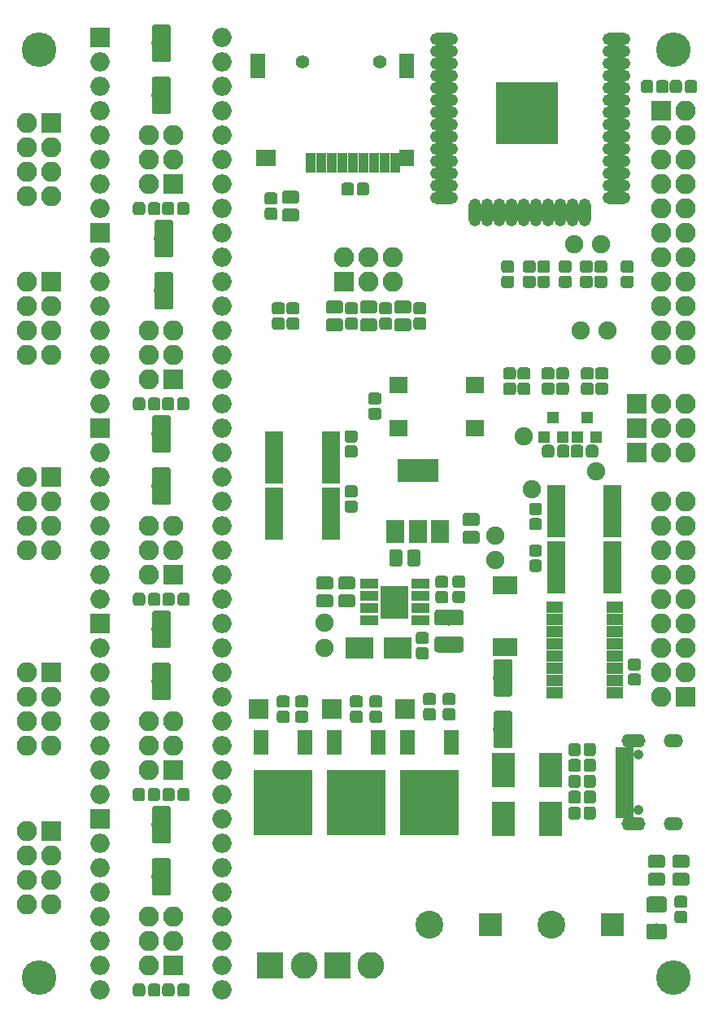
<source format=gbr>
G04 #@! TF.GenerationSoftware,KiCad,Pcbnew,5.1.2-f72e74a~84~ubuntu18.04.1*
G04 #@! TF.CreationDate,2019-07-05T19:17:41+01:00*
G04 #@! TF.ProjectId,esp32controller,65737033-3263-46f6-9e74-726f6c6c6572,rev?*
G04 #@! TF.SameCoordinates,Original*
G04 #@! TF.FileFunction,Soldermask,Top*
G04 #@! TF.FilePolarity,Negative*
%FSLAX46Y46*%
G04 Gerber Fmt 4.6, Leading zero omitted, Abs format (unit mm)*
G04 Created by KiCad (PCBNEW 5.1.2-f72e74a~84~ubuntu18.04.1) date 2019-07-05 19:17:41*
%MOMM*%
%LPD*%
G04 APERTURE LIST*
%ADD10C,0.100000*%
%ADD11C,1.275000*%
%ADD12O,2.900000X1.300000*%
%ADD13O,1.300000X2.900000*%
%ADD14R,6.400000X6.400000*%
%ADD15O,2.100000X2.100000*%
%ADD16R,2.100000X2.100000*%
%ADD17R,2.900000X2.200000*%
%ADD18O,2.000000X2.000000*%
%ADD19R,2.000000X2.000000*%
%ADD20C,3.600000*%
%ADD21C,1.375000*%
%ADD22C,2.000000*%
%ADD23C,1.650000*%
%ADD24R,2.360000X3.550000*%
%ADD25R,1.600000X2.600000*%
%ADD26R,1.100000X2.000000*%
%ADD27R,1.600000X1.800000*%
%ADD28R,2.000000X1.800000*%
%ADD29C,1.400000*%
%ADD30C,1.050000*%
%ADD31O,2.000000X1.400000*%
%ADD32O,2.500000X1.400000*%
%ADD33R,1.850000X0.700000*%
%ADD34R,2.398980X2.398980*%
%ADD35C,2.899360*%
%ADD36R,2.800000X2.800000*%
%ADD37C,2.800000*%
%ADD38R,2.600000X1.900000*%
%ADD39R,1.200000X1.300000*%
%ADD40R,6.200000X6.800000*%
%ADD41R,1.950000X1.700000*%
%ADD42C,1.900000*%
%ADD43R,1.900000X0.850000*%
%ADD44R,4.200000X2.400000*%
%ADD45R,1.900000X2.400000*%
%ADD46R,3.000000X3.500000*%
%ADD47R,1.950000X1.000000*%
%ADD48R,1.700000X1.200000*%
G04 APERTURE END LIST*
D10*
G36*
X51887493Y-37151535D02*
G01*
X51918435Y-37156125D01*
X51948778Y-37163725D01*
X51978230Y-37174263D01*
X52006508Y-37187638D01*
X52033338Y-37203719D01*
X52058463Y-37222353D01*
X52081640Y-37243360D01*
X52102647Y-37266537D01*
X52121281Y-37291662D01*
X52137362Y-37318492D01*
X52150737Y-37346770D01*
X52161275Y-37376222D01*
X52168875Y-37406565D01*
X52173465Y-37437507D01*
X52175000Y-37468750D01*
X52175000Y-38106250D01*
X52173465Y-38137493D01*
X52168875Y-38168435D01*
X52161275Y-38198778D01*
X52150737Y-38228230D01*
X52137362Y-38256508D01*
X52121281Y-38283338D01*
X52102647Y-38308463D01*
X52081640Y-38331640D01*
X52058463Y-38352647D01*
X52033338Y-38371281D01*
X52006508Y-38387362D01*
X51978230Y-38400737D01*
X51948778Y-38411275D01*
X51918435Y-38418875D01*
X51887493Y-38423465D01*
X51856250Y-38425000D01*
X51143750Y-38425000D01*
X51112507Y-38423465D01*
X51081565Y-38418875D01*
X51051222Y-38411275D01*
X51021770Y-38400737D01*
X50993492Y-38387362D01*
X50966662Y-38371281D01*
X50941537Y-38352647D01*
X50918360Y-38331640D01*
X50897353Y-38308463D01*
X50878719Y-38283338D01*
X50862638Y-38256508D01*
X50849263Y-38228230D01*
X50838725Y-38198778D01*
X50831125Y-38168435D01*
X50826535Y-38137493D01*
X50825000Y-38106250D01*
X50825000Y-37468750D01*
X50826535Y-37437507D01*
X50831125Y-37406565D01*
X50838725Y-37376222D01*
X50849263Y-37346770D01*
X50862638Y-37318492D01*
X50878719Y-37291662D01*
X50897353Y-37266537D01*
X50918360Y-37243360D01*
X50941537Y-37222353D01*
X50966662Y-37203719D01*
X50993492Y-37187638D01*
X51021770Y-37174263D01*
X51051222Y-37163725D01*
X51081565Y-37156125D01*
X51112507Y-37151535D01*
X51143750Y-37150000D01*
X51856250Y-37150000D01*
X51887493Y-37151535D01*
X51887493Y-37151535D01*
G37*
D11*
X51500000Y-37787500D03*
D10*
G36*
X51887493Y-35576535D02*
G01*
X51918435Y-35581125D01*
X51948778Y-35588725D01*
X51978230Y-35599263D01*
X52006508Y-35612638D01*
X52033338Y-35628719D01*
X52058463Y-35647353D01*
X52081640Y-35668360D01*
X52102647Y-35691537D01*
X52121281Y-35716662D01*
X52137362Y-35743492D01*
X52150737Y-35771770D01*
X52161275Y-35801222D01*
X52168875Y-35831565D01*
X52173465Y-35862507D01*
X52175000Y-35893750D01*
X52175000Y-36531250D01*
X52173465Y-36562493D01*
X52168875Y-36593435D01*
X52161275Y-36623778D01*
X52150737Y-36653230D01*
X52137362Y-36681508D01*
X52121281Y-36708338D01*
X52102647Y-36733463D01*
X52081640Y-36756640D01*
X52058463Y-36777647D01*
X52033338Y-36796281D01*
X52006508Y-36812362D01*
X51978230Y-36825737D01*
X51948778Y-36836275D01*
X51918435Y-36843875D01*
X51887493Y-36848465D01*
X51856250Y-36850000D01*
X51143750Y-36850000D01*
X51112507Y-36848465D01*
X51081565Y-36843875D01*
X51051222Y-36836275D01*
X51021770Y-36825737D01*
X50993492Y-36812362D01*
X50966662Y-36796281D01*
X50941537Y-36777647D01*
X50918360Y-36756640D01*
X50897353Y-36733463D01*
X50878719Y-36708338D01*
X50862638Y-36681508D01*
X50849263Y-36653230D01*
X50838725Y-36623778D01*
X50831125Y-36593435D01*
X50826535Y-36562493D01*
X50825000Y-36531250D01*
X50825000Y-35893750D01*
X50826535Y-35862507D01*
X50831125Y-35831565D01*
X50838725Y-35801222D01*
X50849263Y-35771770D01*
X50862638Y-35743492D01*
X50878719Y-35716662D01*
X50897353Y-35691537D01*
X50918360Y-35668360D01*
X50941537Y-35647353D01*
X50966662Y-35628719D01*
X50993492Y-35612638D01*
X51021770Y-35599263D01*
X51051222Y-35588725D01*
X51081565Y-35581125D01*
X51112507Y-35576535D01*
X51143750Y-35575000D01*
X51856250Y-35575000D01*
X51887493Y-35576535D01*
X51887493Y-35576535D01*
G37*
D11*
X51500000Y-36212500D03*
D10*
G36*
X55887493Y-35576535D02*
G01*
X55918435Y-35581125D01*
X55948778Y-35588725D01*
X55978230Y-35599263D01*
X56006508Y-35612638D01*
X56033338Y-35628719D01*
X56058463Y-35647353D01*
X56081640Y-35668360D01*
X56102647Y-35691537D01*
X56121281Y-35716662D01*
X56137362Y-35743492D01*
X56150737Y-35771770D01*
X56161275Y-35801222D01*
X56168875Y-35831565D01*
X56173465Y-35862507D01*
X56175000Y-35893750D01*
X56175000Y-36531250D01*
X56173465Y-36562493D01*
X56168875Y-36593435D01*
X56161275Y-36623778D01*
X56150737Y-36653230D01*
X56137362Y-36681508D01*
X56121281Y-36708338D01*
X56102647Y-36733463D01*
X56081640Y-36756640D01*
X56058463Y-36777647D01*
X56033338Y-36796281D01*
X56006508Y-36812362D01*
X55978230Y-36825737D01*
X55948778Y-36836275D01*
X55918435Y-36843875D01*
X55887493Y-36848465D01*
X55856250Y-36850000D01*
X55143750Y-36850000D01*
X55112507Y-36848465D01*
X55081565Y-36843875D01*
X55051222Y-36836275D01*
X55021770Y-36825737D01*
X54993492Y-36812362D01*
X54966662Y-36796281D01*
X54941537Y-36777647D01*
X54918360Y-36756640D01*
X54897353Y-36733463D01*
X54878719Y-36708338D01*
X54862638Y-36681508D01*
X54849263Y-36653230D01*
X54838725Y-36623778D01*
X54831125Y-36593435D01*
X54826535Y-36562493D01*
X54825000Y-36531250D01*
X54825000Y-35893750D01*
X54826535Y-35862507D01*
X54831125Y-35831565D01*
X54838725Y-35801222D01*
X54849263Y-35771770D01*
X54862638Y-35743492D01*
X54878719Y-35716662D01*
X54897353Y-35691537D01*
X54918360Y-35668360D01*
X54941537Y-35647353D01*
X54966662Y-35628719D01*
X54993492Y-35612638D01*
X55021770Y-35599263D01*
X55051222Y-35588725D01*
X55081565Y-35581125D01*
X55112507Y-35576535D01*
X55143750Y-35575000D01*
X55856250Y-35575000D01*
X55887493Y-35576535D01*
X55887493Y-35576535D01*
G37*
D11*
X55500000Y-36212500D03*
D10*
G36*
X55887493Y-37151535D02*
G01*
X55918435Y-37156125D01*
X55948778Y-37163725D01*
X55978230Y-37174263D01*
X56006508Y-37187638D01*
X56033338Y-37203719D01*
X56058463Y-37222353D01*
X56081640Y-37243360D01*
X56102647Y-37266537D01*
X56121281Y-37291662D01*
X56137362Y-37318492D01*
X56150737Y-37346770D01*
X56161275Y-37376222D01*
X56168875Y-37406565D01*
X56173465Y-37437507D01*
X56175000Y-37468750D01*
X56175000Y-38106250D01*
X56173465Y-38137493D01*
X56168875Y-38168435D01*
X56161275Y-38198778D01*
X56150737Y-38228230D01*
X56137362Y-38256508D01*
X56121281Y-38283338D01*
X56102647Y-38308463D01*
X56081640Y-38331640D01*
X56058463Y-38352647D01*
X56033338Y-38371281D01*
X56006508Y-38387362D01*
X55978230Y-38400737D01*
X55948778Y-38411275D01*
X55918435Y-38418875D01*
X55887493Y-38423465D01*
X55856250Y-38425000D01*
X55143750Y-38425000D01*
X55112507Y-38423465D01*
X55081565Y-38418875D01*
X55051222Y-38411275D01*
X55021770Y-38400737D01*
X54993492Y-38387362D01*
X54966662Y-38371281D01*
X54941537Y-38352647D01*
X54918360Y-38331640D01*
X54897353Y-38308463D01*
X54878719Y-38283338D01*
X54862638Y-38256508D01*
X54849263Y-38228230D01*
X54838725Y-38198778D01*
X54831125Y-38168435D01*
X54826535Y-38137493D01*
X54825000Y-38106250D01*
X54825000Y-37468750D01*
X54826535Y-37437507D01*
X54831125Y-37406565D01*
X54838725Y-37376222D01*
X54849263Y-37346770D01*
X54862638Y-37318492D01*
X54878719Y-37291662D01*
X54897353Y-37266537D01*
X54918360Y-37243360D01*
X54941537Y-37222353D01*
X54966662Y-37203719D01*
X54993492Y-37187638D01*
X55021770Y-37174263D01*
X55051222Y-37163725D01*
X55081565Y-37156125D01*
X55112507Y-37151535D01*
X55143750Y-37150000D01*
X55856250Y-37150000D01*
X55887493Y-37151535D01*
X55887493Y-37151535D01*
G37*
D11*
X55500000Y-37787500D03*
D10*
G36*
X59987493Y-35576535D02*
G01*
X60018435Y-35581125D01*
X60048778Y-35588725D01*
X60078230Y-35599263D01*
X60106508Y-35612638D01*
X60133338Y-35628719D01*
X60158463Y-35647353D01*
X60181640Y-35668360D01*
X60202647Y-35691537D01*
X60221281Y-35716662D01*
X60237362Y-35743492D01*
X60250737Y-35771770D01*
X60261275Y-35801222D01*
X60268875Y-35831565D01*
X60273465Y-35862507D01*
X60275000Y-35893750D01*
X60275000Y-36531250D01*
X60273465Y-36562493D01*
X60268875Y-36593435D01*
X60261275Y-36623778D01*
X60250737Y-36653230D01*
X60237362Y-36681508D01*
X60221281Y-36708338D01*
X60202647Y-36733463D01*
X60181640Y-36756640D01*
X60158463Y-36777647D01*
X60133338Y-36796281D01*
X60106508Y-36812362D01*
X60078230Y-36825737D01*
X60048778Y-36836275D01*
X60018435Y-36843875D01*
X59987493Y-36848465D01*
X59956250Y-36850000D01*
X59243750Y-36850000D01*
X59212507Y-36848465D01*
X59181565Y-36843875D01*
X59151222Y-36836275D01*
X59121770Y-36825737D01*
X59093492Y-36812362D01*
X59066662Y-36796281D01*
X59041537Y-36777647D01*
X59018360Y-36756640D01*
X58997353Y-36733463D01*
X58978719Y-36708338D01*
X58962638Y-36681508D01*
X58949263Y-36653230D01*
X58938725Y-36623778D01*
X58931125Y-36593435D01*
X58926535Y-36562493D01*
X58925000Y-36531250D01*
X58925000Y-35893750D01*
X58926535Y-35862507D01*
X58931125Y-35831565D01*
X58938725Y-35801222D01*
X58949263Y-35771770D01*
X58962638Y-35743492D01*
X58978719Y-35716662D01*
X58997353Y-35691537D01*
X59018360Y-35668360D01*
X59041537Y-35647353D01*
X59066662Y-35628719D01*
X59093492Y-35612638D01*
X59121770Y-35599263D01*
X59151222Y-35588725D01*
X59181565Y-35581125D01*
X59212507Y-35576535D01*
X59243750Y-35575000D01*
X59956250Y-35575000D01*
X59987493Y-35576535D01*
X59987493Y-35576535D01*
G37*
D11*
X59600000Y-36212500D03*
D10*
G36*
X59987493Y-37151535D02*
G01*
X60018435Y-37156125D01*
X60048778Y-37163725D01*
X60078230Y-37174263D01*
X60106508Y-37187638D01*
X60133338Y-37203719D01*
X60158463Y-37222353D01*
X60181640Y-37243360D01*
X60202647Y-37266537D01*
X60221281Y-37291662D01*
X60237362Y-37318492D01*
X60250737Y-37346770D01*
X60261275Y-37376222D01*
X60268875Y-37406565D01*
X60273465Y-37437507D01*
X60275000Y-37468750D01*
X60275000Y-38106250D01*
X60273465Y-38137493D01*
X60268875Y-38168435D01*
X60261275Y-38198778D01*
X60250737Y-38228230D01*
X60237362Y-38256508D01*
X60221281Y-38283338D01*
X60202647Y-38308463D01*
X60181640Y-38331640D01*
X60158463Y-38352647D01*
X60133338Y-38371281D01*
X60106508Y-38387362D01*
X60078230Y-38400737D01*
X60048778Y-38411275D01*
X60018435Y-38418875D01*
X59987493Y-38423465D01*
X59956250Y-38425000D01*
X59243750Y-38425000D01*
X59212507Y-38423465D01*
X59181565Y-38418875D01*
X59151222Y-38411275D01*
X59121770Y-38400737D01*
X59093492Y-38387362D01*
X59066662Y-38371281D01*
X59041537Y-38352647D01*
X59018360Y-38331640D01*
X58997353Y-38308463D01*
X58978719Y-38283338D01*
X58962638Y-38256508D01*
X58949263Y-38228230D01*
X58938725Y-38198778D01*
X58931125Y-38168435D01*
X58926535Y-38137493D01*
X58925000Y-38106250D01*
X58925000Y-37468750D01*
X58926535Y-37437507D01*
X58931125Y-37406565D01*
X58938725Y-37376222D01*
X58949263Y-37346770D01*
X58962638Y-37318492D01*
X58978719Y-37291662D01*
X58997353Y-37266537D01*
X59018360Y-37243360D01*
X59041537Y-37222353D01*
X59066662Y-37203719D01*
X59093492Y-37187638D01*
X59121770Y-37174263D01*
X59151222Y-37163725D01*
X59181565Y-37156125D01*
X59212507Y-37151535D01*
X59243750Y-37150000D01*
X59956250Y-37150000D01*
X59987493Y-37151535D01*
X59987493Y-37151535D01*
G37*
D11*
X59600000Y-37787500D03*
D10*
G36*
X57387493Y-37151535D02*
G01*
X57418435Y-37156125D01*
X57448778Y-37163725D01*
X57478230Y-37174263D01*
X57506508Y-37187638D01*
X57533338Y-37203719D01*
X57558463Y-37222353D01*
X57581640Y-37243360D01*
X57602647Y-37266537D01*
X57621281Y-37291662D01*
X57637362Y-37318492D01*
X57650737Y-37346770D01*
X57661275Y-37376222D01*
X57668875Y-37406565D01*
X57673465Y-37437507D01*
X57675000Y-37468750D01*
X57675000Y-38106250D01*
X57673465Y-38137493D01*
X57668875Y-38168435D01*
X57661275Y-38198778D01*
X57650737Y-38228230D01*
X57637362Y-38256508D01*
X57621281Y-38283338D01*
X57602647Y-38308463D01*
X57581640Y-38331640D01*
X57558463Y-38352647D01*
X57533338Y-38371281D01*
X57506508Y-38387362D01*
X57478230Y-38400737D01*
X57448778Y-38411275D01*
X57418435Y-38418875D01*
X57387493Y-38423465D01*
X57356250Y-38425000D01*
X56643750Y-38425000D01*
X56612507Y-38423465D01*
X56581565Y-38418875D01*
X56551222Y-38411275D01*
X56521770Y-38400737D01*
X56493492Y-38387362D01*
X56466662Y-38371281D01*
X56441537Y-38352647D01*
X56418360Y-38331640D01*
X56397353Y-38308463D01*
X56378719Y-38283338D01*
X56362638Y-38256508D01*
X56349263Y-38228230D01*
X56338725Y-38198778D01*
X56331125Y-38168435D01*
X56326535Y-38137493D01*
X56325000Y-38106250D01*
X56325000Y-37468750D01*
X56326535Y-37437507D01*
X56331125Y-37406565D01*
X56338725Y-37376222D01*
X56349263Y-37346770D01*
X56362638Y-37318492D01*
X56378719Y-37291662D01*
X56397353Y-37266537D01*
X56418360Y-37243360D01*
X56441537Y-37222353D01*
X56466662Y-37203719D01*
X56493492Y-37187638D01*
X56521770Y-37174263D01*
X56551222Y-37163725D01*
X56581565Y-37156125D01*
X56612507Y-37151535D01*
X56643750Y-37150000D01*
X57356250Y-37150000D01*
X57387493Y-37151535D01*
X57387493Y-37151535D01*
G37*
D11*
X57000000Y-37787500D03*
D10*
G36*
X57387493Y-35576535D02*
G01*
X57418435Y-35581125D01*
X57448778Y-35588725D01*
X57478230Y-35599263D01*
X57506508Y-35612638D01*
X57533338Y-35628719D01*
X57558463Y-35647353D01*
X57581640Y-35668360D01*
X57602647Y-35691537D01*
X57621281Y-35716662D01*
X57637362Y-35743492D01*
X57650737Y-35771770D01*
X57661275Y-35801222D01*
X57668875Y-35831565D01*
X57673465Y-35862507D01*
X57675000Y-35893750D01*
X57675000Y-36531250D01*
X57673465Y-36562493D01*
X57668875Y-36593435D01*
X57661275Y-36623778D01*
X57650737Y-36653230D01*
X57637362Y-36681508D01*
X57621281Y-36708338D01*
X57602647Y-36733463D01*
X57581640Y-36756640D01*
X57558463Y-36777647D01*
X57533338Y-36796281D01*
X57506508Y-36812362D01*
X57478230Y-36825737D01*
X57448778Y-36836275D01*
X57418435Y-36843875D01*
X57387493Y-36848465D01*
X57356250Y-36850000D01*
X56643750Y-36850000D01*
X56612507Y-36848465D01*
X56581565Y-36843875D01*
X56551222Y-36836275D01*
X56521770Y-36825737D01*
X56493492Y-36812362D01*
X56466662Y-36796281D01*
X56441537Y-36777647D01*
X56418360Y-36756640D01*
X56397353Y-36733463D01*
X56378719Y-36708338D01*
X56362638Y-36681508D01*
X56349263Y-36653230D01*
X56338725Y-36623778D01*
X56331125Y-36593435D01*
X56326535Y-36562493D01*
X56325000Y-36531250D01*
X56325000Y-35893750D01*
X56326535Y-35862507D01*
X56331125Y-35831565D01*
X56338725Y-35801222D01*
X56349263Y-35771770D01*
X56362638Y-35743492D01*
X56378719Y-35716662D01*
X56397353Y-35691537D01*
X56418360Y-35668360D01*
X56441537Y-35647353D01*
X56466662Y-35628719D01*
X56493492Y-35612638D01*
X56521770Y-35599263D01*
X56551222Y-35588725D01*
X56581565Y-35581125D01*
X56612507Y-35576535D01*
X56643750Y-35575000D01*
X57356250Y-35575000D01*
X57387493Y-35576535D01*
X57387493Y-35576535D01*
G37*
D11*
X57000000Y-36212500D03*
D10*
G36*
X53387493Y-35576535D02*
G01*
X53418435Y-35581125D01*
X53448778Y-35588725D01*
X53478230Y-35599263D01*
X53506508Y-35612638D01*
X53533338Y-35628719D01*
X53558463Y-35647353D01*
X53581640Y-35668360D01*
X53602647Y-35691537D01*
X53621281Y-35716662D01*
X53637362Y-35743492D01*
X53650737Y-35771770D01*
X53661275Y-35801222D01*
X53668875Y-35831565D01*
X53673465Y-35862507D01*
X53675000Y-35893750D01*
X53675000Y-36531250D01*
X53673465Y-36562493D01*
X53668875Y-36593435D01*
X53661275Y-36623778D01*
X53650737Y-36653230D01*
X53637362Y-36681508D01*
X53621281Y-36708338D01*
X53602647Y-36733463D01*
X53581640Y-36756640D01*
X53558463Y-36777647D01*
X53533338Y-36796281D01*
X53506508Y-36812362D01*
X53478230Y-36825737D01*
X53448778Y-36836275D01*
X53418435Y-36843875D01*
X53387493Y-36848465D01*
X53356250Y-36850000D01*
X52643750Y-36850000D01*
X52612507Y-36848465D01*
X52581565Y-36843875D01*
X52551222Y-36836275D01*
X52521770Y-36825737D01*
X52493492Y-36812362D01*
X52466662Y-36796281D01*
X52441537Y-36777647D01*
X52418360Y-36756640D01*
X52397353Y-36733463D01*
X52378719Y-36708338D01*
X52362638Y-36681508D01*
X52349263Y-36653230D01*
X52338725Y-36623778D01*
X52331125Y-36593435D01*
X52326535Y-36562493D01*
X52325000Y-36531250D01*
X52325000Y-35893750D01*
X52326535Y-35862507D01*
X52331125Y-35831565D01*
X52338725Y-35801222D01*
X52349263Y-35771770D01*
X52362638Y-35743492D01*
X52378719Y-35716662D01*
X52397353Y-35691537D01*
X52418360Y-35668360D01*
X52441537Y-35647353D01*
X52466662Y-35628719D01*
X52493492Y-35612638D01*
X52521770Y-35599263D01*
X52551222Y-35588725D01*
X52581565Y-35581125D01*
X52612507Y-35576535D01*
X52643750Y-35575000D01*
X53356250Y-35575000D01*
X53387493Y-35576535D01*
X53387493Y-35576535D01*
G37*
D11*
X53000000Y-36212500D03*
D10*
G36*
X53387493Y-37151535D02*
G01*
X53418435Y-37156125D01*
X53448778Y-37163725D01*
X53478230Y-37174263D01*
X53506508Y-37187638D01*
X53533338Y-37203719D01*
X53558463Y-37222353D01*
X53581640Y-37243360D01*
X53602647Y-37266537D01*
X53621281Y-37291662D01*
X53637362Y-37318492D01*
X53650737Y-37346770D01*
X53661275Y-37376222D01*
X53668875Y-37406565D01*
X53673465Y-37437507D01*
X53675000Y-37468750D01*
X53675000Y-38106250D01*
X53673465Y-38137493D01*
X53668875Y-38168435D01*
X53661275Y-38198778D01*
X53650737Y-38228230D01*
X53637362Y-38256508D01*
X53621281Y-38283338D01*
X53602647Y-38308463D01*
X53581640Y-38331640D01*
X53558463Y-38352647D01*
X53533338Y-38371281D01*
X53506508Y-38387362D01*
X53478230Y-38400737D01*
X53448778Y-38411275D01*
X53418435Y-38418875D01*
X53387493Y-38423465D01*
X53356250Y-38425000D01*
X52643750Y-38425000D01*
X52612507Y-38423465D01*
X52581565Y-38418875D01*
X52551222Y-38411275D01*
X52521770Y-38400737D01*
X52493492Y-38387362D01*
X52466662Y-38371281D01*
X52441537Y-38352647D01*
X52418360Y-38331640D01*
X52397353Y-38308463D01*
X52378719Y-38283338D01*
X52362638Y-38256508D01*
X52349263Y-38228230D01*
X52338725Y-38198778D01*
X52331125Y-38168435D01*
X52326535Y-38137493D01*
X52325000Y-38106250D01*
X52325000Y-37468750D01*
X52326535Y-37437507D01*
X52331125Y-37406565D01*
X52338725Y-37376222D01*
X52349263Y-37346770D01*
X52362638Y-37318492D01*
X52378719Y-37291662D01*
X52397353Y-37266537D01*
X52418360Y-37243360D01*
X52441537Y-37222353D01*
X52466662Y-37203719D01*
X52493492Y-37187638D01*
X52521770Y-37174263D01*
X52551222Y-37163725D01*
X52581565Y-37156125D01*
X52612507Y-37151535D01*
X52643750Y-37150000D01*
X53356250Y-37150000D01*
X53387493Y-37151535D01*
X53387493Y-37151535D01*
G37*
D11*
X53000000Y-37787500D03*
D12*
X62640000Y-1444000D03*
X62640000Y-2714000D03*
X62640000Y-3984000D03*
X62640000Y-5254000D03*
X62640000Y-6524000D03*
X62640000Y-7794000D03*
X62640000Y-9064000D03*
X62640000Y-10334000D03*
X62640000Y-11604000D03*
X62640000Y-12874000D03*
X62640000Y-14144000D03*
X62640000Y-15414000D03*
X62640000Y-16684000D03*
X62640000Y-17954000D03*
D13*
X59355000Y-19444000D03*
X58085000Y-19444000D03*
X56815000Y-19444000D03*
X55545000Y-19444000D03*
X54275000Y-19444000D03*
X53005000Y-19444000D03*
X51735000Y-19444000D03*
X50465000Y-19444000D03*
X49195000Y-19444000D03*
X47925000Y-19444000D03*
D12*
X44640000Y-17954000D03*
X44640000Y-16684000D03*
X44640000Y-15414000D03*
X44640000Y-14144000D03*
X44640000Y-12874000D03*
X44640000Y-11604000D03*
X44640000Y-10334000D03*
X44640000Y-9064000D03*
X44640000Y-7794000D03*
X44640000Y-6524000D03*
X44640000Y-5254000D03*
X44640000Y-3984000D03*
X44640000Y-2714000D03*
X44640000Y-1444000D03*
D14*
X53340000Y-9144000D03*
D15*
X67310000Y-49530000D03*
X69850000Y-49530000D03*
X67310000Y-52070000D03*
X69850000Y-52070000D03*
X67310000Y-54610000D03*
X69850000Y-54610000D03*
X67310000Y-57150000D03*
X69850000Y-57150000D03*
X67310000Y-59690000D03*
X69850000Y-59690000D03*
X67310000Y-62230000D03*
X69850000Y-62230000D03*
X67310000Y-64770000D03*
X69850000Y-64770000D03*
X67310000Y-67310000D03*
X69850000Y-67310000D03*
X67310000Y-69850000D03*
D16*
X69850000Y-69850000D03*
D17*
X35846000Y-64770000D03*
X39846000Y-64770000D03*
D16*
X67310000Y-8890000D03*
D15*
X69850000Y-8890000D03*
X67310000Y-11430000D03*
X69850000Y-11430000D03*
X67310000Y-13970000D03*
X69850000Y-13970000D03*
X67310000Y-16510000D03*
X69850000Y-16510000D03*
X67310000Y-19050000D03*
X69850000Y-19050000D03*
X67310000Y-21590000D03*
X69850000Y-21590000D03*
X67310000Y-24130000D03*
X69850000Y-24130000D03*
X67310000Y-26670000D03*
X69850000Y-26670000D03*
X67310000Y-29210000D03*
X69850000Y-29210000D03*
X67310000Y-31750000D03*
X69850000Y-31750000D03*
X67310000Y-34290000D03*
X69850000Y-34290000D03*
D18*
X21590000Y-1270000D03*
X8890000Y-19050000D03*
X21590000Y-3810000D03*
X8890000Y-16510000D03*
X21590000Y-6350000D03*
X8890000Y-13970000D03*
X21590000Y-8890000D03*
X8890000Y-11430000D03*
X21590000Y-11430000D03*
X8890000Y-8890000D03*
X21590000Y-13970000D03*
X8890000Y-6350000D03*
X21590000Y-16510000D03*
X8890000Y-3810000D03*
X21590000Y-19050000D03*
D19*
X8890000Y-1270000D03*
D20*
X68580000Y-2540000D03*
X2540000Y-2540000D03*
X2540000Y-99060000D03*
X68580000Y-99060000D03*
D19*
X8890000Y-62230000D03*
D18*
X21590000Y-80010000D03*
X8890000Y-64770000D03*
X21590000Y-77470000D03*
X8890000Y-67310000D03*
X21590000Y-74930000D03*
X8890000Y-69850000D03*
X21590000Y-72390000D03*
X8890000Y-72390000D03*
X21590000Y-69850000D03*
X8890000Y-74930000D03*
X21590000Y-67310000D03*
X8890000Y-77470000D03*
X21590000Y-64770000D03*
X8890000Y-80010000D03*
X21590000Y-62230000D03*
D19*
X8890000Y-21590000D03*
D18*
X21590000Y-39370000D03*
X8890000Y-24130000D03*
X21590000Y-36830000D03*
X8890000Y-26670000D03*
X21590000Y-34290000D03*
X8890000Y-29210000D03*
X21590000Y-31750000D03*
X8890000Y-31750000D03*
X21590000Y-29210000D03*
X8890000Y-34290000D03*
X21590000Y-26670000D03*
X8890000Y-36830000D03*
X21590000Y-24130000D03*
X8890000Y-39370000D03*
X21590000Y-21590000D03*
X21590000Y-82550000D03*
X8890000Y-100330000D03*
X21590000Y-85090000D03*
X8890000Y-97790000D03*
X21590000Y-87630000D03*
X8890000Y-95250000D03*
X21590000Y-90170000D03*
X8890000Y-92710000D03*
X21590000Y-92710000D03*
X8890000Y-90170000D03*
X21590000Y-95250000D03*
X8890000Y-87630000D03*
X21590000Y-97790000D03*
X8890000Y-85090000D03*
X21590000Y-100330000D03*
D19*
X8890000Y-82550000D03*
X8890000Y-41910000D03*
D18*
X21590000Y-59690000D03*
X8890000Y-44450000D03*
X21590000Y-57150000D03*
X8890000Y-46990000D03*
X21590000Y-54610000D03*
X8890000Y-49530000D03*
X21590000Y-52070000D03*
X8890000Y-52070000D03*
X21590000Y-49530000D03*
X8890000Y-54610000D03*
X21590000Y-46990000D03*
X8890000Y-57150000D03*
X21590000Y-44450000D03*
X8890000Y-59690000D03*
X21590000Y-41910000D03*
D10*
G36*
X29291943Y-19047655D02*
G01*
X29325312Y-19052605D01*
X29358035Y-19060802D01*
X29389797Y-19072166D01*
X29420293Y-19086590D01*
X29449227Y-19103932D01*
X29476323Y-19124028D01*
X29501318Y-19146682D01*
X29523972Y-19171677D01*
X29544068Y-19198773D01*
X29561410Y-19227707D01*
X29575834Y-19258203D01*
X29587198Y-19289965D01*
X29595395Y-19322688D01*
X29600345Y-19356057D01*
X29602000Y-19389750D01*
X29602000Y-20077250D01*
X29600345Y-20110943D01*
X29595395Y-20144312D01*
X29587198Y-20177035D01*
X29575834Y-20208797D01*
X29561410Y-20239293D01*
X29544068Y-20268227D01*
X29523972Y-20295323D01*
X29501318Y-20320318D01*
X29476323Y-20342972D01*
X29449227Y-20363068D01*
X29420293Y-20380410D01*
X29389797Y-20394834D01*
X29358035Y-20406198D01*
X29325312Y-20414395D01*
X29291943Y-20419345D01*
X29258250Y-20421000D01*
X28145750Y-20421000D01*
X28112057Y-20419345D01*
X28078688Y-20414395D01*
X28045965Y-20406198D01*
X28014203Y-20394834D01*
X27983707Y-20380410D01*
X27954773Y-20363068D01*
X27927677Y-20342972D01*
X27902682Y-20320318D01*
X27880028Y-20295323D01*
X27859932Y-20268227D01*
X27842590Y-20239293D01*
X27828166Y-20208797D01*
X27816802Y-20177035D01*
X27808605Y-20144312D01*
X27803655Y-20110943D01*
X27802000Y-20077250D01*
X27802000Y-19389750D01*
X27803655Y-19356057D01*
X27808605Y-19322688D01*
X27816802Y-19289965D01*
X27828166Y-19258203D01*
X27842590Y-19227707D01*
X27859932Y-19198773D01*
X27880028Y-19171677D01*
X27902682Y-19146682D01*
X27927677Y-19124028D01*
X27954773Y-19103932D01*
X27983707Y-19086590D01*
X28014203Y-19072166D01*
X28045965Y-19060802D01*
X28078688Y-19052605D01*
X28112057Y-19047655D01*
X28145750Y-19046000D01*
X29258250Y-19046000D01*
X29291943Y-19047655D01*
X29291943Y-19047655D01*
G37*
D21*
X28702000Y-19733500D03*
D10*
G36*
X29291943Y-17172655D02*
G01*
X29325312Y-17177605D01*
X29358035Y-17185802D01*
X29389797Y-17197166D01*
X29420293Y-17211590D01*
X29449227Y-17228932D01*
X29476323Y-17249028D01*
X29501318Y-17271682D01*
X29523972Y-17296677D01*
X29544068Y-17323773D01*
X29561410Y-17352707D01*
X29575834Y-17383203D01*
X29587198Y-17414965D01*
X29595395Y-17447688D01*
X29600345Y-17481057D01*
X29602000Y-17514750D01*
X29602000Y-18202250D01*
X29600345Y-18235943D01*
X29595395Y-18269312D01*
X29587198Y-18302035D01*
X29575834Y-18333797D01*
X29561410Y-18364293D01*
X29544068Y-18393227D01*
X29523972Y-18420323D01*
X29501318Y-18445318D01*
X29476323Y-18467972D01*
X29449227Y-18488068D01*
X29420293Y-18505410D01*
X29389797Y-18519834D01*
X29358035Y-18531198D01*
X29325312Y-18539395D01*
X29291943Y-18544345D01*
X29258250Y-18546000D01*
X28145750Y-18546000D01*
X28112057Y-18544345D01*
X28078688Y-18539395D01*
X28045965Y-18531198D01*
X28014203Y-18519834D01*
X27983707Y-18505410D01*
X27954773Y-18488068D01*
X27927677Y-18467972D01*
X27902682Y-18445318D01*
X27880028Y-18420323D01*
X27859932Y-18393227D01*
X27842590Y-18364293D01*
X27828166Y-18333797D01*
X27816802Y-18302035D01*
X27808605Y-18269312D01*
X27803655Y-18235943D01*
X27802000Y-18202250D01*
X27802000Y-17514750D01*
X27803655Y-17481057D01*
X27808605Y-17447688D01*
X27816802Y-17414965D01*
X27828166Y-17383203D01*
X27842590Y-17352707D01*
X27859932Y-17323773D01*
X27880028Y-17296677D01*
X27902682Y-17271682D01*
X27927677Y-17249028D01*
X27954773Y-17228932D01*
X27983707Y-17211590D01*
X28014203Y-17197166D01*
X28045965Y-17185802D01*
X28078688Y-17177605D01*
X28112057Y-17172655D01*
X28145750Y-17171000D01*
X29258250Y-17171000D01*
X29291943Y-17172655D01*
X29291943Y-17172655D01*
G37*
D21*
X28702000Y-17858500D03*
D10*
G36*
X27057493Y-17372535D02*
G01*
X27088435Y-17377125D01*
X27118778Y-17384725D01*
X27148230Y-17395263D01*
X27176508Y-17408638D01*
X27203338Y-17424719D01*
X27228463Y-17443353D01*
X27251640Y-17464360D01*
X27272647Y-17487537D01*
X27291281Y-17512662D01*
X27307362Y-17539492D01*
X27320737Y-17567770D01*
X27331275Y-17597222D01*
X27338875Y-17627565D01*
X27343465Y-17658507D01*
X27345000Y-17689750D01*
X27345000Y-18327250D01*
X27343465Y-18358493D01*
X27338875Y-18389435D01*
X27331275Y-18419778D01*
X27320737Y-18449230D01*
X27307362Y-18477508D01*
X27291281Y-18504338D01*
X27272647Y-18529463D01*
X27251640Y-18552640D01*
X27228463Y-18573647D01*
X27203338Y-18592281D01*
X27176508Y-18608362D01*
X27148230Y-18621737D01*
X27118778Y-18632275D01*
X27088435Y-18639875D01*
X27057493Y-18644465D01*
X27026250Y-18646000D01*
X26313750Y-18646000D01*
X26282507Y-18644465D01*
X26251565Y-18639875D01*
X26221222Y-18632275D01*
X26191770Y-18621737D01*
X26163492Y-18608362D01*
X26136662Y-18592281D01*
X26111537Y-18573647D01*
X26088360Y-18552640D01*
X26067353Y-18529463D01*
X26048719Y-18504338D01*
X26032638Y-18477508D01*
X26019263Y-18449230D01*
X26008725Y-18419778D01*
X26001125Y-18389435D01*
X25996535Y-18358493D01*
X25995000Y-18327250D01*
X25995000Y-17689750D01*
X25996535Y-17658507D01*
X26001125Y-17627565D01*
X26008725Y-17597222D01*
X26019263Y-17567770D01*
X26032638Y-17539492D01*
X26048719Y-17512662D01*
X26067353Y-17487537D01*
X26088360Y-17464360D01*
X26111537Y-17443353D01*
X26136662Y-17424719D01*
X26163492Y-17408638D01*
X26191770Y-17395263D01*
X26221222Y-17384725D01*
X26251565Y-17377125D01*
X26282507Y-17372535D01*
X26313750Y-17371000D01*
X27026250Y-17371000D01*
X27057493Y-17372535D01*
X27057493Y-17372535D01*
G37*
D11*
X26670000Y-18008500D03*
D10*
G36*
X27057493Y-18947535D02*
G01*
X27088435Y-18952125D01*
X27118778Y-18959725D01*
X27148230Y-18970263D01*
X27176508Y-18983638D01*
X27203338Y-18999719D01*
X27228463Y-19018353D01*
X27251640Y-19039360D01*
X27272647Y-19062537D01*
X27291281Y-19087662D01*
X27307362Y-19114492D01*
X27320737Y-19142770D01*
X27331275Y-19172222D01*
X27338875Y-19202565D01*
X27343465Y-19233507D01*
X27345000Y-19264750D01*
X27345000Y-19902250D01*
X27343465Y-19933493D01*
X27338875Y-19964435D01*
X27331275Y-19994778D01*
X27320737Y-20024230D01*
X27307362Y-20052508D01*
X27291281Y-20079338D01*
X27272647Y-20104463D01*
X27251640Y-20127640D01*
X27228463Y-20148647D01*
X27203338Y-20167281D01*
X27176508Y-20183362D01*
X27148230Y-20196737D01*
X27118778Y-20207275D01*
X27088435Y-20214875D01*
X27057493Y-20219465D01*
X27026250Y-20221000D01*
X26313750Y-20221000D01*
X26282507Y-20219465D01*
X26251565Y-20214875D01*
X26221222Y-20207275D01*
X26191770Y-20196737D01*
X26163492Y-20183362D01*
X26136662Y-20167281D01*
X26111537Y-20148647D01*
X26088360Y-20127640D01*
X26067353Y-20104463D01*
X26048719Y-20079338D01*
X26032638Y-20052508D01*
X26019263Y-20024230D01*
X26008725Y-19994778D01*
X26001125Y-19964435D01*
X25996535Y-19933493D01*
X25995000Y-19902250D01*
X25995000Y-19264750D01*
X25996535Y-19233507D01*
X26001125Y-19202565D01*
X26008725Y-19172222D01*
X26019263Y-19142770D01*
X26032638Y-19114492D01*
X26048719Y-19087662D01*
X26067353Y-19062537D01*
X26088360Y-19039360D01*
X26111537Y-19018353D01*
X26136662Y-18999719D01*
X26163492Y-18983638D01*
X26191770Y-18970263D01*
X26221222Y-18959725D01*
X26251565Y-18952125D01*
X26282507Y-18947535D01*
X26313750Y-18946000D01*
X27026250Y-18946000D01*
X27057493Y-18947535D01*
X27057493Y-18947535D01*
G37*
D11*
X26670000Y-19583500D03*
D10*
G36*
X35387493Y-49401535D02*
G01*
X35418435Y-49406125D01*
X35448778Y-49413725D01*
X35478230Y-49424263D01*
X35506508Y-49437638D01*
X35533338Y-49453719D01*
X35558463Y-49472353D01*
X35581640Y-49493360D01*
X35602647Y-49516537D01*
X35621281Y-49541662D01*
X35637362Y-49568492D01*
X35650737Y-49596770D01*
X35661275Y-49626222D01*
X35668875Y-49656565D01*
X35673465Y-49687507D01*
X35675000Y-49718750D01*
X35675000Y-50356250D01*
X35673465Y-50387493D01*
X35668875Y-50418435D01*
X35661275Y-50448778D01*
X35650737Y-50478230D01*
X35637362Y-50506508D01*
X35621281Y-50533338D01*
X35602647Y-50558463D01*
X35581640Y-50581640D01*
X35558463Y-50602647D01*
X35533338Y-50621281D01*
X35506508Y-50637362D01*
X35478230Y-50650737D01*
X35448778Y-50661275D01*
X35418435Y-50668875D01*
X35387493Y-50673465D01*
X35356250Y-50675000D01*
X34643750Y-50675000D01*
X34612507Y-50673465D01*
X34581565Y-50668875D01*
X34551222Y-50661275D01*
X34521770Y-50650737D01*
X34493492Y-50637362D01*
X34466662Y-50621281D01*
X34441537Y-50602647D01*
X34418360Y-50581640D01*
X34397353Y-50558463D01*
X34378719Y-50533338D01*
X34362638Y-50506508D01*
X34349263Y-50478230D01*
X34338725Y-50448778D01*
X34331125Y-50418435D01*
X34326535Y-50387493D01*
X34325000Y-50356250D01*
X34325000Y-49718750D01*
X34326535Y-49687507D01*
X34331125Y-49656565D01*
X34338725Y-49626222D01*
X34349263Y-49596770D01*
X34362638Y-49568492D01*
X34378719Y-49541662D01*
X34397353Y-49516537D01*
X34418360Y-49493360D01*
X34441537Y-49472353D01*
X34466662Y-49453719D01*
X34493492Y-49437638D01*
X34521770Y-49424263D01*
X34551222Y-49413725D01*
X34581565Y-49406125D01*
X34612507Y-49401535D01*
X34643750Y-49400000D01*
X35356250Y-49400000D01*
X35387493Y-49401535D01*
X35387493Y-49401535D01*
G37*
D11*
X35000000Y-50037500D03*
D10*
G36*
X35387493Y-47826535D02*
G01*
X35418435Y-47831125D01*
X35448778Y-47838725D01*
X35478230Y-47849263D01*
X35506508Y-47862638D01*
X35533338Y-47878719D01*
X35558463Y-47897353D01*
X35581640Y-47918360D01*
X35602647Y-47941537D01*
X35621281Y-47966662D01*
X35637362Y-47993492D01*
X35650737Y-48021770D01*
X35661275Y-48051222D01*
X35668875Y-48081565D01*
X35673465Y-48112507D01*
X35675000Y-48143750D01*
X35675000Y-48781250D01*
X35673465Y-48812493D01*
X35668875Y-48843435D01*
X35661275Y-48873778D01*
X35650737Y-48903230D01*
X35637362Y-48931508D01*
X35621281Y-48958338D01*
X35602647Y-48983463D01*
X35581640Y-49006640D01*
X35558463Y-49027647D01*
X35533338Y-49046281D01*
X35506508Y-49062362D01*
X35478230Y-49075737D01*
X35448778Y-49086275D01*
X35418435Y-49093875D01*
X35387493Y-49098465D01*
X35356250Y-49100000D01*
X34643750Y-49100000D01*
X34612507Y-49098465D01*
X34581565Y-49093875D01*
X34551222Y-49086275D01*
X34521770Y-49075737D01*
X34493492Y-49062362D01*
X34466662Y-49046281D01*
X34441537Y-49027647D01*
X34418360Y-49006640D01*
X34397353Y-48983463D01*
X34378719Y-48958338D01*
X34362638Y-48931508D01*
X34349263Y-48903230D01*
X34338725Y-48873778D01*
X34331125Y-48843435D01*
X34326535Y-48812493D01*
X34325000Y-48781250D01*
X34325000Y-48143750D01*
X34326535Y-48112507D01*
X34331125Y-48081565D01*
X34338725Y-48051222D01*
X34349263Y-48021770D01*
X34362638Y-47993492D01*
X34378719Y-47966662D01*
X34397353Y-47941537D01*
X34418360Y-47918360D01*
X34441537Y-47897353D01*
X34466662Y-47878719D01*
X34493492Y-47862638D01*
X34521770Y-47849263D01*
X34551222Y-47838725D01*
X34581565Y-47831125D01*
X34612507Y-47826535D01*
X34643750Y-47825000D01*
X35356250Y-47825000D01*
X35387493Y-47826535D01*
X35387493Y-47826535D01*
G37*
D11*
X35000000Y-48462500D03*
D10*
G36*
X35387493Y-42114035D02*
G01*
X35418435Y-42118625D01*
X35448778Y-42126225D01*
X35478230Y-42136763D01*
X35506508Y-42150138D01*
X35533338Y-42166219D01*
X35558463Y-42184853D01*
X35581640Y-42205860D01*
X35602647Y-42229037D01*
X35621281Y-42254162D01*
X35637362Y-42280992D01*
X35650737Y-42309270D01*
X35661275Y-42338722D01*
X35668875Y-42369065D01*
X35673465Y-42400007D01*
X35675000Y-42431250D01*
X35675000Y-43068750D01*
X35673465Y-43099993D01*
X35668875Y-43130935D01*
X35661275Y-43161278D01*
X35650737Y-43190730D01*
X35637362Y-43219008D01*
X35621281Y-43245838D01*
X35602647Y-43270963D01*
X35581640Y-43294140D01*
X35558463Y-43315147D01*
X35533338Y-43333781D01*
X35506508Y-43349862D01*
X35478230Y-43363237D01*
X35448778Y-43373775D01*
X35418435Y-43381375D01*
X35387493Y-43385965D01*
X35356250Y-43387500D01*
X34643750Y-43387500D01*
X34612507Y-43385965D01*
X34581565Y-43381375D01*
X34551222Y-43373775D01*
X34521770Y-43363237D01*
X34493492Y-43349862D01*
X34466662Y-43333781D01*
X34441537Y-43315147D01*
X34418360Y-43294140D01*
X34397353Y-43270963D01*
X34378719Y-43245838D01*
X34362638Y-43219008D01*
X34349263Y-43190730D01*
X34338725Y-43161278D01*
X34331125Y-43130935D01*
X34326535Y-43099993D01*
X34325000Y-43068750D01*
X34325000Y-42431250D01*
X34326535Y-42400007D01*
X34331125Y-42369065D01*
X34338725Y-42338722D01*
X34349263Y-42309270D01*
X34362638Y-42280992D01*
X34378719Y-42254162D01*
X34397353Y-42229037D01*
X34418360Y-42205860D01*
X34441537Y-42184853D01*
X34466662Y-42166219D01*
X34493492Y-42150138D01*
X34521770Y-42136763D01*
X34551222Y-42126225D01*
X34581565Y-42118625D01*
X34612507Y-42114035D01*
X34643750Y-42112500D01*
X35356250Y-42112500D01*
X35387493Y-42114035D01*
X35387493Y-42114035D01*
G37*
D11*
X35000000Y-42750000D03*
D10*
G36*
X35387493Y-43689035D02*
G01*
X35418435Y-43693625D01*
X35448778Y-43701225D01*
X35478230Y-43711763D01*
X35506508Y-43725138D01*
X35533338Y-43741219D01*
X35558463Y-43759853D01*
X35581640Y-43780860D01*
X35602647Y-43804037D01*
X35621281Y-43829162D01*
X35637362Y-43855992D01*
X35650737Y-43884270D01*
X35661275Y-43913722D01*
X35668875Y-43944065D01*
X35673465Y-43975007D01*
X35675000Y-44006250D01*
X35675000Y-44643750D01*
X35673465Y-44674993D01*
X35668875Y-44705935D01*
X35661275Y-44736278D01*
X35650737Y-44765730D01*
X35637362Y-44794008D01*
X35621281Y-44820838D01*
X35602647Y-44845963D01*
X35581640Y-44869140D01*
X35558463Y-44890147D01*
X35533338Y-44908781D01*
X35506508Y-44924862D01*
X35478230Y-44938237D01*
X35448778Y-44948775D01*
X35418435Y-44956375D01*
X35387493Y-44960965D01*
X35356250Y-44962500D01*
X34643750Y-44962500D01*
X34612507Y-44960965D01*
X34581565Y-44956375D01*
X34551222Y-44948775D01*
X34521770Y-44938237D01*
X34493492Y-44924862D01*
X34466662Y-44908781D01*
X34441537Y-44890147D01*
X34418360Y-44869140D01*
X34397353Y-44845963D01*
X34378719Y-44820838D01*
X34362638Y-44794008D01*
X34349263Y-44765730D01*
X34338725Y-44736278D01*
X34331125Y-44705935D01*
X34326535Y-44674993D01*
X34325000Y-44643750D01*
X34325000Y-44006250D01*
X34326535Y-43975007D01*
X34331125Y-43944065D01*
X34338725Y-43913722D01*
X34349263Y-43884270D01*
X34362638Y-43855992D01*
X34378719Y-43829162D01*
X34397353Y-43804037D01*
X34418360Y-43780860D01*
X34441537Y-43759853D01*
X34466662Y-43741219D01*
X34493492Y-43725138D01*
X34521770Y-43711763D01*
X34551222Y-43701225D01*
X34581565Y-43693625D01*
X34612507Y-43689035D01*
X34643750Y-43687500D01*
X35356250Y-43687500D01*
X35387493Y-43689035D01*
X35387493Y-43689035D01*
G37*
D11*
X35000000Y-44325000D03*
D10*
G36*
X54587493Y-53989035D02*
G01*
X54618435Y-53993625D01*
X54648778Y-54001225D01*
X54678230Y-54011763D01*
X54706508Y-54025138D01*
X54733338Y-54041219D01*
X54758463Y-54059853D01*
X54781640Y-54080860D01*
X54802647Y-54104037D01*
X54821281Y-54129162D01*
X54837362Y-54155992D01*
X54850737Y-54184270D01*
X54861275Y-54213722D01*
X54868875Y-54244065D01*
X54873465Y-54275007D01*
X54875000Y-54306250D01*
X54875000Y-54943750D01*
X54873465Y-54974993D01*
X54868875Y-55005935D01*
X54861275Y-55036278D01*
X54850737Y-55065730D01*
X54837362Y-55094008D01*
X54821281Y-55120838D01*
X54802647Y-55145963D01*
X54781640Y-55169140D01*
X54758463Y-55190147D01*
X54733338Y-55208781D01*
X54706508Y-55224862D01*
X54678230Y-55238237D01*
X54648778Y-55248775D01*
X54618435Y-55256375D01*
X54587493Y-55260965D01*
X54556250Y-55262500D01*
X53843750Y-55262500D01*
X53812507Y-55260965D01*
X53781565Y-55256375D01*
X53751222Y-55248775D01*
X53721770Y-55238237D01*
X53693492Y-55224862D01*
X53666662Y-55208781D01*
X53641537Y-55190147D01*
X53618360Y-55169140D01*
X53597353Y-55145963D01*
X53578719Y-55120838D01*
X53562638Y-55094008D01*
X53549263Y-55065730D01*
X53538725Y-55036278D01*
X53531125Y-55005935D01*
X53526535Y-54974993D01*
X53525000Y-54943750D01*
X53525000Y-54306250D01*
X53526535Y-54275007D01*
X53531125Y-54244065D01*
X53538725Y-54213722D01*
X53549263Y-54184270D01*
X53562638Y-54155992D01*
X53578719Y-54129162D01*
X53597353Y-54104037D01*
X53618360Y-54080860D01*
X53641537Y-54059853D01*
X53666662Y-54041219D01*
X53693492Y-54025138D01*
X53721770Y-54011763D01*
X53751222Y-54001225D01*
X53781565Y-53993625D01*
X53812507Y-53989035D01*
X53843750Y-53987500D01*
X54556250Y-53987500D01*
X54587493Y-53989035D01*
X54587493Y-53989035D01*
G37*
D11*
X54200000Y-54625000D03*
D10*
G36*
X54587493Y-55564035D02*
G01*
X54618435Y-55568625D01*
X54648778Y-55576225D01*
X54678230Y-55586763D01*
X54706508Y-55600138D01*
X54733338Y-55616219D01*
X54758463Y-55634853D01*
X54781640Y-55655860D01*
X54802647Y-55679037D01*
X54821281Y-55704162D01*
X54837362Y-55730992D01*
X54850737Y-55759270D01*
X54861275Y-55788722D01*
X54868875Y-55819065D01*
X54873465Y-55850007D01*
X54875000Y-55881250D01*
X54875000Y-56518750D01*
X54873465Y-56549993D01*
X54868875Y-56580935D01*
X54861275Y-56611278D01*
X54850737Y-56640730D01*
X54837362Y-56669008D01*
X54821281Y-56695838D01*
X54802647Y-56720963D01*
X54781640Y-56744140D01*
X54758463Y-56765147D01*
X54733338Y-56783781D01*
X54706508Y-56799862D01*
X54678230Y-56813237D01*
X54648778Y-56823775D01*
X54618435Y-56831375D01*
X54587493Y-56835965D01*
X54556250Y-56837500D01*
X53843750Y-56837500D01*
X53812507Y-56835965D01*
X53781565Y-56831375D01*
X53751222Y-56823775D01*
X53721770Y-56813237D01*
X53693492Y-56799862D01*
X53666662Y-56783781D01*
X53641537Y-56765147D01*
X53618360Y-56744140D01*
X53597353Y-56720963D01*
X53578719Y-56695838D01*
X53562638Y-56669008D01*
X53549263Y-56640730D01*
X53538725Y-56611278D01*
X53531125Y-56580935D01*
X53526535Y-56549993D01*
X53525000Y-56518750D01*
X53525000Y-55881250D01*
X53526535Y-55850007D01*
X53531125Y-55819065D01*
X53538725Y-55788722D01*
X53549263Y-55759270D01*
X53562638Y-55730992D01*
X53578719Y-55704162D01*
X53597353Y-55679037D01*
X53618360Y-55655860D01*
X53641537Y-55634853D01*
X53666662Y-55616219D01*
X53693492Y-55600138D01*
X53721770Y-55586763D01*
X53751222Y-55576225D01*
X53781565Y-55568625D01*
X53812507Y-55564035D01*
X53843750Y-55562500D01*
X54556250Y-55562500D01*
X54587493Y-55564035D01*
X54587493Y-55564035D01*
G37*
D11*
X54200000Y-56200000D03*
D10*
G36*
X54587493Y-51239035D02*
G01*
X54618435Y-51243625D01*
X54648778Y-51251225D01*
X54678230Y-51261763D01*
X54706508Y-51275138D01*
X54733338Y-51291219D01*
X54758463Y-51309853D01*
X54781640Y-51330860D01*
X54802647Y-51354037D01*
X54821281Y-51379162D01*
X54837362Y-51405992D01*
X54850737Y-51434270D01*
X54861275Y-51463722D01*
X54868875Y-51494065D01*
X54873465Y-51525007D01*
X54875000Y-51556250D01*
X54875000Y-52193750D01*
X54873465Y-52224993D01*
X54868875Y-52255935D01*
X54861275Y-52286278D01*
X54850737Y-52315730D01*
X54837362Y-52344008D01*
X54821281Y-52370838D01*
X54802647Y-52395963D01*
X54781640Y-52419140D01*
X54758463Y-52440147D01*
X54733338Y-52458781D01*
X54706508Y-52474862D01*
X54678230Y-52488237D01*
X54648778Y-52498775D01*
X54618435Y-52506375D01*
X54587493Y-52510965D01*
X54556250Y-52512500D01*
X53843750Y-52512500D01*
X53812507Y-52510965D01*
X53781565Y-52506375D01*
X53751222Y-52498775D01*
X53721770Y-52488237D01*
X53693492Y-52474862D01*
X53666662Y-52458781D01*
X53641537Y-52440147D01*
X53618360Y-52419140D01*
X53597353Y-52395963D01*
X53578719Y-52370838D01*
X53562638Y-52344008D01*
X53549263Y-52315730D01*
X53538725Y-52286278D01*
X53531125Y-52255935D01*
X53526535Y-52224993D01*
X53525000Y-52193750D01*
X53525000Y-51556250D01*
X53526535Y-51525007D01*
X53531125Y-51494065D01*
X53538725Y-51463722D01*
X53549263Y-51434270D01*
X53562638Y-51405992D01*
X53578719Y-51379162D01*
X53597353Y-51354037D01*
X53618360Y-51330860D01*
X53641537Y-51309853D01*
X53666662Y-51291219D01*
X53693492Y-51275138D01*
X53721770Y-51261763D01*
X53751222Y-51251225D01*
X53781565Y-51243625D01*
X53812507Y-51239035D01*
X53843750Y-51237500D01*
X54556250Y-51237500D01*
X54587493Y-51239035D01*
X54587493Y-51239035D01*
G37*
D11*
X54200000Y-51875000D03*
D10*
G36*
X54587493Y-49664035D02*
G01*
X54618435Y-49668625D01*
X54648778Y-49676225D01*
X54678230Y-49686763D01*
X54706508Y-49700138D01*
X54733338Y-49716219D01*
X54758463Y-49734853D01*
X54781640Y-49755860D01*
X54802647Y-49779037D01*
X54821281Y-49804162D01*
X54837362Y-49830992D01*
X54850737Y-49859270D01*
X54861275Y-49888722D01*
X54868875Y-49919065D01*
X54873465Y-49950007D01*
X54875000Y-49981250D01*
X54875000Y-50618750D01*
X54873465Y-50649993D01*
X54868875Y-50680935D01*
X54861275Y-50711278D01*
X54850737Y-50740730D01*
X54837362Y-50769008D01*
X54821281Y-50795838D01*
X54802647Y-50820963D01*
X54781640Y-50844140D01*
X54758463Y-50865147D01*
X54733338Y-50883781D01*
X54706508Y-50899862D01*
X54678230Y-50913237D01*
X54648778Y-50923775D01*
X54618435Y-50931375D01*
X54587493Y-50935965D01*
X54556250Y-50937500D01*
X53843750Y-50937500D01*
X53812507Y-50935965D01*
X53781565Y-50931375D01*
X53751222Y-50923775D01*
X53721770Y-50913237D01*
X53693492Y-50899862D01*
X53666662Y-50883781D01*
X53641537Y-50865147D01*
X53618360Y-50844140D01*
X53597353Y-50820963D01*
X53578719Y-50795838D01*
X53562638Y-50769008D01*
X53549263Y-50740730D01*
X53538725Y-50711278D01*
X53531125Y-50680935D01*
X53526535Y-50649993D01*
X53525000Y-50618750D01*
X53525000Y-49981250D01*
X53526535Y-49950007D01*
X53531125Y-49919065D01*
X53538725Y-49888722D01*
X53549263Y-49859270D01*
X53562638Y-49830992D01*
X53578719Y-49804162D01*
X53597353Y-49779037D01*
X53618360Y-49755860D01*
X53641537Y-49734853D01*
X53666662Y-49716219D01*
X53693492Y-49700138D01*
X53721770Y-49686763D01*
X53751222Y-49676225D01*
X53781565Y-49668625D01*
X53812507Y-49664035D01*
X53843750Y-49662500D01*
X54556250Y-49662500D01*
X54587493Y-49664035D01*
X54587493Y-49664035D01*
G37*
D11*
X54200000Y-50300000D03*
D10*
G36*
X33863943Y-28602655D02*
G01*
X33897312Y-28607605D01*
X33930035Y-28615802D01*
X33961797Y-28627166D01*
X33992293Y-28641590D01*
X34021227Y-28658932D01*
X34048323Y-28679028D01*
X34073318Y-28701682D01*
X34095972Y-28726677D01*
X34116068Y-28753773D01*
X34133410Y-28782707D01*
X34147834Y-28813203D01*
X34159198Y-28844965D01*
X34167395Y-28877688D01*
X34172345Y-28911057D01*
X34174000Y-28944750D01*
X34174000Y-29632250D01*
X34172345Y-29665943D01*
X34167395Y-29699312D01*
X34159198Y-29732035D01*
X34147834Y-29763797D01*
X34133410Y-29794293D01*
X34116068Y-29823227D01*
X34095972Y-29850323D01*
X34073318Y-29875318D01*
X34048323Y-29897972D01*
X34021227Y-29918068D01*
X33992293Y-29935410D01*
X33961797Y-29949834D01*
X33930035Y-29961198D01*
X33897312Y-29969395D01*
X33863943Y-29974345D01*
X33830250Y-29976000D01*
X32717750Y-29976000D01*
X32684057Y-29974345D01*
X32650688Y-29969395D01*
X32617965Y-29961198D01*
X32586203Y-29949834D01*
X32555707Y-29935410D01*
X32526773Y-29918068D01*
X32499677Y-29897972D01*
X32474682Y-29875318D01*
X32452028Y-29850323D01*
X32431932Y-29823227D01*
X32414590Y-29794293D01*
X32400166Y-29763797D01*
X32388802Y-29732035D01*
X32380605Y-29699312D01*
X32375655Y-29665943D01*
X32374000Y-29632250D01*
X32374000Y-28944750D01*
X32375655Y-28911057D01*
X32380605Y-28877688D01*
X32388802Y-28844965D01*
X32400166Y-28813203D01*
X32414590Y-28782707D01*
X32431932Y-28753773D01*
X32452028Y-28726677D01*
X32474682Y-28701682D01*
X32499677Y-28679028D01*
X32526773Y-28658932D01*
X32555707Y-28641590D01*
X32586203Y-28627166D01*
X32617965Y-28615802D01*
X32650688Y-28607605D01*
X32684057Y-28602655D01*
X32717750Y-28601000D01*
X33830250Y-28601000D01*
X33863943Y-28602655D01*
X33863943Y-28602655D01*
G37*
D21*
X33274000Y-29288500D03*
D10*
G36*
X33863943Y-30477655D02*
G01*
X33897312Y-30482605D01*
X33930035Y-30490802D01*
X33961797Y-30502166D01*
X33992293Y-30516590D01*
X34021227Y-30533932D01*
X34048323Y-30554028D01*
X34073318Y-30576682D01*
X34095972Y-30601677D01*
X34116068Y-30628773D01*
X34133410Y-30657707D01*
X34147834Y-30688203D01*
X34159198Y-30719965D01*
X34167395Y-30752688D01*
X34172345Y-30786057D01*
X34174000Y-30819750D01*
X34174000Y-31507250D01*
X34172345Y-31540943D01*
X34167395Y-31574312D01*
X34159198Y-31607035D01*
X34147834Y-31638797D01*
X34133410Y-31669293D01*
X34116068Y-31698227D01*
X34095972Y-31725323D01*
X34073318Y-31750318D01*
X34048323Y-31772972D01*
X34021227Y-31793068D01*
X33992293Y-31810410D01*
X33961797Y-31824834D01*
X33930035Y-31836198D01*
X33897312Y-31844395D01*
X33863943Y-31849345D01*
X33830250Y-31851000D01*
X32717750Y-31851000D01*
X32684057Y-31849345D01*
X32650688Y-31844395D01*
X32617965Y-31836198D01*
X32586203Y-31824834D01*
X32555707Y-31810410D01*
X32526773Y-31793068D01*
X32499677Y-31772972D01*
X32474682Y-31750318D01*
X32452028Y-31725323D01*
X32431932Y-31698227D01*
X32414590Y-31669293D01*
X32400166Y-31638797D01*
X32388802Y-31607035D01*
X32380605Y-31574312D01*
X32375655Y-31540943D01*
X32374000Y-31507250D01*
X32374000Y-30819750D01*
X32375655Y-30786057D01*
X32380605Y-30752688D01*
X32388802Y-30719965D01*
X32400166Y-30688203D01*
X32414590Y-30657707D01*
X32431932Y-30628773D01*
X32452028Y-30601677D01*
X32474682Y-30576682D01*
X32499677Y-30554028D01*
X32526773Y-30533932D01*
X32555707Y-30516590D01*
X32586203Y-30502166D01*
X32617965Y-30490802D01*
X32650688Y-30482605D01*
X32684057Y-30477655D01*
X32717750Y-30476000D01*
X33830250Y-30476000D01*
X33863943Y-30477655D01*
X33863943Y-30477655D01*
G37*
D21*
X33274000Y-31163500D03*
D10*
G36*
X29343493Y-28802535D02*
G01*
X29374435Y-28807125D01*
X29404778Y-28814725D01*
X29434230Y-28825263D01*
X29462508Y-28838638D01*
X29489338Y-28854719D01*
X29514463Y-28873353D01*
X29537640Y-28894360D01*
X29558647Y-28917537D01*
X29577281Y-28942662D01*
X29593362Y-28969492D01*
X29606737Y-28997770D01*
X29617275Y-29027222D01*
X29624875Y-29057565D01*
X29629465Y-29088507D01*
X29631000Y-29119750D01*
X29631000Y-29757250D01*
X29629465Y-29788493D01*
X29624875Y-29819435D01*
X29617275Y-29849778D01*
X29606737Y-29879230D01*
X29593362Y-29907508D01*
X29577281Y-29934338D01*
X29558647Y-29959463D01*
X29537640Y-29982640D01*
X29514463Y-30003647D01*
X29489338Y-30022281D01*
X29462508Y-30038362D01*
X29434230Y-30051737D01*
X29404778Y-30062275D01*
X29374435Y-30069875D01*
X29343493Y-30074465D01*
X29312250Y-30076000D01*
X28599750Y-30076000D01*
X28568507Y-30074465D01*
X28537565Y-30069875D01*
X28507222Y-30062275D01*
X28477770Y-30051737D01*
X28449492Y-30038362D01*
X28422662Y-30022281D01*
X28397537Y-30003647D01*
X28374360Y-29982640D01*
X28353353Y-29959463D01*
X28334719Y-29934338D01*
X28318638Y-29907508D01*
X28305263Y-29879230D01*
X28294725Y-29849778D01*
X28287125Y-29819435D01*
X28282535Y-29788493D01*
X28281000Y-29757250D01*
X28281000Y-29119750D01*
X28282535Y-29088507D01*
X28287125Y-29057565D01*
X28294725Y-29027222D01*
X28305263Y-28997770D01*
X28318638Y-28969492D01*
X28334719Y-28942662D01*
X28353353Y-28917537D01*
X28374360Y-28894360D01*
X28397537Y-28873353D01*
X28422662Y-28854719D01*
X28449492Y-28838638D01*
X28477770Y-28825263D01*
X28507222Y-28814725D01*
X28537565Y-28807125D01*
X28568507Y-28802535D01*
X28599750Y-28801000D01*
X29312250Y-28801000D01*
X29343493Y-28802535D01*
X29343493Y-28802535D01*
G37*
D11*
X28956000Y-29438500D03*
D10*
G36*
X29343493Y-30377535D02*
G01*
X29374435Y-30382125D01*
X29404778Y-30389725D01*
X29434230Y-30400263D01*
X29462508Y-30413638D01*
X29489338Y-30429719D01*
X29514463Y-30448353D01*
X29537640Y-30469360D01*
X29558647Y-30492537D01*
X29577281Y-30517662D01*
X29593362Y-30544492D01*
X29606737Y-30572770D01*
X29617275Y-30602222D01*
X29624875Y-30632565D01*
X29629465Y-30663507D01*
X29631000Y-30694750D01*
X29631000Y-31332250D01*
X29629465Y-31363493D01*
X29624875Y-31394435D01*
X29617275Y-31424778D01*
X29606737Y-31454230D01*
X29593362Y-31482508D01*
X29577281Y-31509338D01*
X29558647Y-31534463D01*
X29537640Y-31557640D01*
X29514463Y-31578647D01*
X29489338Y-31597281D01*
X29462508Y-31613362D01*
X29434230Y-31626737D01*
X29404778Y-31637275D01*
X29374435Y-31644875D01*
X29343493Y-31649465D01*
X29312250Y-31651000D01*
X28599750Y-31651000D01*
X28568507Y-31649465D01*
X28537565Y-31644875D01*
X28507222Y-31637275D01*
X28477770Y-31626737D01*
X28449492Y-31613362D01*
X28422662Y-31597281D01*
X28397537Y-31578647D01*
X28374360Y-31557640D01*
X28353353Y-31534463D01*
X28334719Y-31509338D01*
X28318638Y-31482508D01*
X28305263Y-31454230D01*
X28294725Y-31424778D01*
X28287125Y-31394435D01*
X28282535Y-31363493D01*
X28281000Y-31332250D01*
X28281000Y-30694750D01*
X28282535Y-30663507D01*
X28287125Y-30632565D01*
X28294725Y-30602222D01*
X28305263Y-30572770D01*
X28318638Y-30544492D01*
X28334719Y-30517662D01*
X28353353Y-30492537D01*
X28374360Y-30469360D01*
X28397537Y-30448353D01*
X28422662Y-30429719D01*
X28449492Y-30413638D01*
X28477770Y-30400263D01*
X28507222Y-30389725D01*
X28537565Y-30382125D01*
X28568507Y-30377535D01*
X28599750Y-30376000D01*
X29312250Y-30376000D01*
X29343493Y-30377535D01*
X29343493Y-30377535D01*
G37*
D11*
X28956000Y-31013500D03*
D10*
G36*
X37419943Y-28602655D02*
G01*
X37453312Y-28607605D01*
X37486035Y-28615802D01*
X37517797Y-28627166D01*
X37548293Y-28641590D01*
X37577227Y-28658932D01*
X37604323Y-28679028D01*
X37629318Y-28701682D01*
X37651972Y-28726677D01*
X37672068Y-28753773D01*
X37689410Y-28782707D01*
X37703834Y-28813203D01*
X37715198Y-28844965D01*
X37723395Y-28877688D01*
X37728345Y-28911057D01*
X37730000Y-28944750D01*
X37730000Y-29632250D01*
X37728345Y-29665943D01*
X37723395Y-29699312D01*
X37715198Y-29732035D01*
X37703834Y-29763797D01*
X37689410Y-29794293D01*
X37672068Y-29823227D01*
X37651972Y-29850323D01*
X37629318Y-29875318D01*
X37604323Y-29897972D01*
X37577227Y-29918068D01*
X37548293Y-29935410D01*
X37517797Y-29949834D01*
X37486035Y-29961198D01*
X37453312Y-29969395D01*
X37419943Y-29974345D01*
X37386250Y-29976000D01*
X36273750Y-29976000D01*
X36240057Y-29974345D01*
X36206688Y-29969395D01*
X36173965Y-29961198D01*
X36142203Y-29949834D01*
X36111707Y-29935410D01*
X36082773Y-29918068D01*
X36055677Y-29897972D01*
X36030682Y-29875318D01*
X36008028Y-29850323D01*
X35987932Y-29823227D01*
X35970590Y-29794293D01*
X35956166Y-29763797D01*
X35944802Y-29732035D01*
X35936605Y-29699312D01*
X35931655Y-29665943D01*
X35930000Y-29632250D01*
X35930000Y-28944750D01*
X35931655Y-28911057D01*
X35936605Y-28877688D01*
X35944802Y-28844965D01*
X35956166Y-28813203D01*
X35970590Y-28782707D01*
X35987932Y-28753773D01*
X36008028Y-28726677D01*
X36030682Y-28701682D01*
X36055677Y-28679028D01*
X36082773Y-28658932D01*
X36111707Y-28641590D01*
X36142203Y-28627166D01*
X36173965Y-28615802D01*
X36206688Y-28607605D01*
X36240057Y-28602655D01*
X36273750Y-28601000D01*
X37386250Y-28601000D01*
X37419943Y-28602655D01*
X37419943Y-28602655D01*
G37*
D21*
X36830000Y-29288500D03*
D10*
G36*
X37419943Y-30477655D02*
G01*
X37453312Y-30482605D01*
X37486035Y-30490802D01*
X37517797Y-30502166D01*
X37548293Y-30516590D01*
X37577227Y-30533932D01*
X37604323Y-30554028D01*
X37629318Y-30576682D01*
X37651972Y-30601677D01*
X37672068Y-30628773D01*
X37689410Y-30657707D01*
X37703834Y-30688203D01*
X37715198Y-30719965D01*
X37723395Y-30752688D01*
X37728345Y-30786057D01*
X37730000Y-30819750D01*
X37730000Y-31507250D01*
X37728345Y-31540943D01*
X37723395Y-31574312D01*
X37715198Y-31607035D01*
X37703834Y-31638797D01*
X37689410Y-31669293D01*
X37672068Y-31698227D01*
X37651972Y-31725323D01*
X37629318Y-31750318D01*
X37604323Y-31772972D01*
X37577227Y-31793068D01*
X37548293Y-31810410D01*
X37517797Y-31824834D01*
X37486035Y-31836198D01*
X37453312Y-31844395D01*
X37419943Y-31849345D01*
X37386250Y-31851000D01*
X36273750Y-31851000D01*
X36240057Y-31849345D01*
X36206688Y-31844395D01*
X36173965Y-31836198D01*
X36142203Y-31824834D01*
X36111707Y-31810410D01*
X36082773Y-31793068D01*
X36055677Y-31772972D01*
X36030682Y-31750318D01*
X36008028Y-31725323D01*
X35987932Y-31698227D01*
X35970590Y-31669293D01*
X35956166Y-31638797D01*
X35944802Y-31607035D01*
X35936605Y-31574312D01*
X35931655Y-31540943D01*
X35930000Y-31507250D01*
X35930000Y-30819750D01*
X35931655Y-30786057D01*
X35936605Y-30752688D01*
X35944802Y-30719965D01*
X35956166Y-30688203D01*
X35970590Y-30657707D01*
X35987932Y-30628773D01*
X36008028Y-30601677D01*
X36030682Y-30576682D01*
X36055677Y-30554028D01*
X36082773Y-30533932D01*
X36111707Y-30516590D01*
X36142203Y-30502166D01*
X36173965Y-30490802D01*
X36206688Y-30482605D01*
X36240057Y-30477655D01*
X36273750Y-30476000D01*
X37386250Y-30476000D01*
X37419943Y-30477655D01*
X37419943Y-30477655D01*
G37*
D21*
X36830000Y-31163500D03*
D10*
G36*
X37852493Y-38175035D02*
G01*
X37883435Y-38179625D01*
X37913778Y-38187225D01*
X37943230Y-38197763D01*
X37971508Y-38211138D01*
X37998338Y-38227219D01*
X38023463Y-38245853D01*
X38046640Y-38266860D01*
X38067647Y-38290037D01*
X38086281Y-38315162D01*
X38102362Y-38341992D01*
X38115737Y-38370270D01*
X38126275Y-38399722D01*
X38133875Y-38430065D01*
X38138465Y-38461007D01*
X38140000Y-38492250D01*
X38140000Y-39129750D01*
X38138465Y-39160993D01*
X38133875Y-39191935D01*
X38126275Y-39222278D01*
X38115737Y-39251730D01*
X38102362Y-39280008D01*
X38086281Y-39306838D01*
X38067647Y-39331963D01*
X38046640Y-39355140D01*
X38023463Y-39376147D01*
X37998338Y-39394781D01*
X37971508Y-39410862D01*
X37943230Y-39424237D01*
X37913778Y-39434775D01*
X37883435Y-39442375D01*
X37852493Y-39446965D01*
X37821250Y-39448500D01*
X37108750Y-39448500D01*
X37077507Y-39446965D01*
X37046565Y-39442375D01*
X37016222Y-39434775D01*
X36986770Y-39424237D01*
X36958492Y-39410862D01*
X36931662Y-39394781D01*
X36906537Y-39376147D01*
X36883360Y-39355140D01*
X36862353Y-39331963D01*
X36843719Y-39306838D01*
X36827638Y-39280008D01*
X36814263Y-39251730D01*
X36803725Y-39222278D01*
X36796125Y-39191935D01*
X36791535Y-39160993D01*
X36790000Y-39129750D01*
X36790000Y-38492250D01*
X36791535Y-38461007D01*
X36796125Y-38430065D01*
X36803725Y-38399722D01*
X36814263Y-38370270D01*
X36827638Y-38341992D01*
X36843719Y-38315162D01*
X36862353Y-38290037D01*
X36883360Y-38266860D01*
X36906537Y-38245853D01*
X36931662Y-38227219D01*
X36958492Y-38211138D01*
X36986770Y-38197763D01*
X37016222Y-38187225D01*
X37046565Y-38179625D01*
X37077507Y-38175035D01*
X37108750Y-38173500D01*
X37821250Y-38173500D01*
X37852493Y-38175035D01*
X37852493Y-38175035D01*
G37*
D11*
X37465000Y-38811000D03*
D10*
G36*
X37852493Y-39750035D02*
G01*
X37883435Y-39754625D01*
X37913778Y-39762225D01*
X37943230Y-39772763D01*
X37971508Y-39786138D01*
X37998338Y-39802219D01*
X38023463Y-39820853D01*
X38046640Y-39841860D01*
X38067647Y-39865037D01*
X38086281Y-39890162D01*
X38102362Y-39916992D01*
X38115737Y-39945270D01*
X38126275Y-39974722D01*
X38133875Y-40005065D01*
X38138465Y-40036007D01*
X38140000Y-40067250D01*
X38140000Y-40704750D01*
X38138465Y-40735993D01*
X38133875Y-40766935D01*
X38126275Y-40797278D01*
X38115737Y-40826730D01*
X38102362Y-40855008D01*
X38086281Y-40881838D01*
X38067647Y-40906963D01*
X38046640Y-40930140D01*
X38023463Y-40951147D01*
X37998338Y-40969781D01*
X37971508Y-40985862D01*
X37943230Y-40999237D01*
X37913778Y-41009775D01*
X37883435Y-41017375D01*
X37852493Y-41021965D01*
X37821250Y-41023500D01*
X37108750Y-41023500D01*
X37077507Y-41021965D01*
X37046565Y-41017375D01*
X37016222Y-41009775D01*
X36986770Y-40999237D01*
X36958492Y-40985862D01*
X36931662Y-40969781D01*
X36906537Y-40951147D01*
X36883360Y-40930140D01*
X36862353Y-40906963D01*
X36843719Y-40881838D01*
X36827638Y-40855008D01*
X36814263Y-40826730D01*
X36803725Y-40797278D01*
X36796125Y-40766935D01*
X36791535Y-40735993D01*
X36790000Y-40704750D01*
X36790000Y-40067250D01*
X36791535Y-40036007D01*
X36796125Y-40005065D01*
X36803725Y-39974722D01*
X36814263Y-39945270D01*
X36827638Y-39916992D01*
X36843719Y-39890162D01*
X36862353Y-39865037D01*
X36883360Y-39841860D01*
X36906537Y-39820853D01*
X36931662Y-39802219D01*
X36958492Y-39786138D01*
X36986770Y-39772763D01*
X37016222Y-39762225D01*
X37046565Y-39754625D01*
X37077507Y-39750035D01*
X37108750Y-39748500D01*
X37821250Y-39748500D01*
X37852493Y-39750035D01*
X37852493Y-39750035D01*
G37*
D11*
X37465000Y-40386000D03*
D10*
G36*
X40975943Y-30477655D02*
G01*
X41009312Y-30482605D01*
X41042035Y-30490802D01*
X41073797Y-30502166D01*
X41104293Y-30516590D01*
X41133227Y-30533932D01*
X41160323Y-30554028D01*
X41185318Y-30576682D01*
X41207972Y-30601677D01*
X41228068Y-30628773D01*
X41245410Y-30657707D01*
X41259834Y-30688203D01*
X41271198Y-30719965D01*
X41279395Y-30752688D01*
X41284345Y-30786057D01*
X41286000Y-30819750D01*
X41286000Y-31507250D01*
X41284345Y-31540943D01*
X41279395Y-31574312D01*
X41271198Y-31607035D01*
X41259834Y-31638797D01*
X41245410Y-31669293D01*
X41228068Y-31698227D01*
X41207972Y-31725323D01*
X41185318Y-31750318D01*
X41160323Y-31772972D01*
X41133227Y-31793068D01*
X41104293Y-31810410D01*
X41073797Y-31824834D01*
X41042035Y-31836198D01*
X41009312Y-31844395D01*
X40975943Y-31849345D01*
X40942250Y-31851000D01*
X39829750Y-31851000D01*
X39796057Y-31849345D01*
X39762688Y-31844395D01*
X39729965Y-31836198D01*
X39698203Y-31824834D01*
X39667707Y-31810410D01*
X39638773Y-31793068D01*
X39611677Y-31772972D01*
X39586682Y-31750318D01*
X39564028Y-31725323D01*
X39543932Y-31698227D01*
X39526590Y-31669293D01*
X39512166Y-31638797D01*
X39500802Y-31607035D01*
X39492605Y-31574312D01*
X39487655Y-31540943D01*
X39486000Y-31507250D01*
X39486000Y-30819750D01*
X39487655Y-30786057D01*
X39492605Y-30752688D01*
X39500802Y-30719965D01*
X39512166Y-30688203D01*
X39526590Y-30657707D01*
X39543932Y-30628773D01*
X39564028Y-30601677D01*
X39586682Y-30576682D01*
X39611677Y-30554028D01*
X39638773Y-30533932D01*
X39667707Y-30516590D01*
X39698203Y-30502166D01*
X39729965Y-30490802D01*
X39762688Y-30482605D01*
X39796057Y-30477655D01*
X39829750Y-30476000D01*
X40942250Y-30476000D01*
X40975943Y-30477655D01*
X40975943Y-30477655D01*
G37*
D21*
X40386000Y-31163500D03*
D10*
G36*
X40975943Y-28602655D02*
G01*
X41009312Y-28607605D01*
X41042035Y-28615802D01*
X41073797Y-28627166D01*
X41104293Y-28641590D01*
X41133227Y-28658932D01*
X41160323Y-28679028D01*
X41185318Y-28701682D01*
X41207972Y-28726677D01*
X41228068Y-28753773D01*
X41245410Y-28782707D01*
X41259834Y-28813203D01*
X41271198Y-28844965D01*
X41279395Y-28877688D01*
X41284345Y-28911057D01*
X41286000Y-28944750D01*
X41286000Y-29632250D01*
X41284345Y-29665943D01*
X41279395Y-29699312D01*
X41271198Y-29732035D01*
X41259834Y-29763797D01*
X41245410Y-29794293D01*
X41228068Y-29823227D01*
X41207972Y-29850323D01*
X41185318Y-29875318D01*
X41160323Y-29897972D01*
X41133227Y-29918068D01*
X41104293Y-29935410D01*
X41073797Y-29949834D01*
X41042035Y-29961198D01*
X41009312Y-29969395D01*
X40975943Y-29974345D01*
X40942250Y-29976000D01*
X39829750Y-29976000D01*
X39796057Y-29974345D01*
X39762688Y-29969395D01*
X39729965Y-29961198D01*
X39698203Y-29949834D01*
X39667707Y-29935410D01*
X39638773Y-29918068D01*
X39611677Y-29897972D01*
X39586682Y-29875318D01*
X39564028Y-29850323D01*
X39543932Y-29823227D01*
X39526590Y-29794293D01*
X39512166Y-29763797D01*
X39500802Y-29732035D01*
X39492605Y-29699312D01*
X39487655Y-29665943D01*
X39486000Y-29632250D01*
X39486000Y-28944750D01*
X39487655Y-28911057D01*
X39492605Y-28877688D01*
X39500802Y-28844965D01*
X39512166Y-28813203D01*
X39526590Y-28782707D01*
X39543932Y-28753773D01*
X39564028Y-28726677D01*
X39586682Y-28701682D01*
X39611677Y-28679028D01*
X39638773Y-28658932D01*
X39667707Y-28641590D01*
X39698203Y-28627166D01*
X39729965Y-28615802D01*
X39762688Y-28607605D01*
X39796057Y-28602655D01*
X39829750Y-28601000D01*
X40942250Y-28601000D01*
X40975943Y-28602655D01*
X40975943Y-28602655D01*
G37*
D21*
X40386000Y-29288500D03*
D10*
G36*
X35133943Y-59179655D02*
G01*
X35167312Y-59184605D01*
X35200035Y-59192802D01*
X35231797Y-59204166D01*
X35262293Y-59218590D01*
X35291227Y-59235932D01*
X35318323Y-59256028D01*
X35343318Y-59278682D01*
X35365972Y-59303677D01*
X35386068Y-59330773D01*
X35403410Y-59359707D01*
X35417834Y-59390203D01*
X35429198Y-59421965D01*
X35437395Y-59454688D01*
X35442345Y-59488057D01*
X35444000Y-59521750D01*
X35444000Y-60209250D01*
X35442345Y-60242943D01*
X35437395Y-60276312D01*
X35429198Y-60309035D01*
X35417834Y-60340797D01*
X35403410Y-60371293D01*
X35386068Y-60400227D01*
X35365972Y-60427323D01*
X35343318Y-60452318D01*
X35318323Y-60474972D01*
X35291227Y-60495068D01*
X35262293Y-60512410D01*
X35231797Y-60526834D01*
X35200035Y-60538198D01*
X35167312Y-60546395D01*
X35133943Y-60551345D01*
X35100250Y-60553000D01*
X33987750Y-60553000D01*
X33954057Y-60551345D01*
X33920688Y-60546395D01*
X33887965Y-60538198D01*
X33856203Y-60526834D01*
X33825707Y-60512410D01*
X33796773Y-60495068D01*
X33769677Y-60474972D01*
X33744682Y-60452318D01*
X33722028Y-60427323D01*
X33701932Y-60400227D01*
X33684590Y-60371293D01*
X33670166Y-60340797D01*
X33658802Y-60309035D01*
X33650605Y-60276312D01*
X33645655Y-60242943D01*
X33644000Y-60209250D01*
X33644000Y-59521750D01*
X33645655Y-59488057D01*
X33650605Y-59454688D01*
X33658802Y-59421965D01*
X33670166Y-59390203D01*
X33684590Y-59359707D01*
X33701932Y-59330773D01*
X33722028Y-59303677D01*
X33744682Y-59278682D01*
X33769677Y-59256028D01*
X33796773Y-59235932D01*
X33825707Y-59218590D01*
X33856203Y-59204166D01*
X33887965Y-59192802D01*
X33920688Y-59184605D01*
X33954057Y-59179655D01*
X33987750Y-59178000D01*
X35100250Y-59178000D01*
X35133943Y-59179655D01*
X35133943Y-59179655D01*
G37*
D21*
X34544000Y-59865500D03*
D10*
G36*
X35133943Y-57304655D02*
G01*
X35167312Y-57309605D01*
X35200035Y-57317802D01*
X35231797Y-57329166D01*
X35262293Y-57343590D01*
X35291227Y-57360932D01*
X35318323Y-57381028D01*
X35343318Y-57403682D01*
X35365972Y-57428677D01*
X35386068Y-57455773D01*
X35403410Y-57484707D01*
X35417834Y-57515203D01*
X35429198Y-57546965D01*
X35437395Y-57579688D01*
X35442345Y-57613057D01*
X35444000Y-57646750D01*
X35444000Y-58334250D01*
X35442345Y-58367943D01*
X35437395Y-58401312D01*
X35429198Y-58434035D01*
X35417834Y-58465797D01*
X35403410Y-58496293D01*
X35386068Y-58525227D01*
X35365972Y-58552323D01*
X35343318Y-58577318D01*
X35318323Y-58599972D01*
X35291227Y-58620068D01*
X35262293Y-58637410D01*
X35231797Y-58651834D01*
X35200035Y-58663198D01*
X35167312Y-58671395D01*
X35133943Y-58676345D01*
X35100250Y-58678000D01*
X33987750Y-58678000D01*
X33954057Y-58676345D01*
X33920688Y-58671395D01*
X33887965Y-58663198D01*
X33856203Y-58651834D01*
X33825707Y-58637410D01*
X33796773Y-58620068D01*
X33769677Y-58599972D01*
X33744682Y-58577318D01*
X33722028Y-58552323D01*
X33701932Y-58525227D01*
X33684590Y-58496293D01*
X33670166Y-58465797D01*
X33658802Y-58434035D01*
X33650605Y-58401312D01*
X33645655Y-58367943D01*
X33644000Y-58334250D01*
X33644000Y-57646750D01*
X33645655Y-57613057D01*
X33650605Y-57579688D01*
X33658802Y-57546965D01*
X33670166Y-57515203D01*
X33684590Y-57484707D01*
X33701932Y-57455773D01*
X33722028Y-57428677D01*
X33744682Y-57403682D01*
X33769677Y-57381028D01*
X33796773Y-57360932D01*
X33825707Y-57343590D01*
X33856203Y-57329166D01*
X33887965Y-57317802D01*
X33920688Y-57309605D01*
X33954057Y-57304655D01*
X33987750Y-57303000D01*
X35100250Y-57303000D01*
X35133943Y-57304655D01*
X35133943Y-57304655D01*
G37*
D21*
X34544000Y-57990500D03*
D10*
G36*
X48087943Y-50700655D02*
G01*
X48121312Y-50705605D01*
X48154035Y-50713802D01*
X48185797Y-50725166D01*
X48216293Y-50739590D01*
X48245227Y-50756932D01*
X48272323Y-50777028D01*
X48297318Y-50799682D01*
X48319972Y-50824677D01*
X48340068Y-50851773D01*
X48357410Y-50880707D01*
X48371834Y-50911203D01*
X48383198Y-50942965D01*
X48391395Y-50975688D01*
X48396345Y-51009057D01*
X48398000Y-51042750D01*
X48398000Y-51730250D01*
X48396345Y-51763943D01*
X48391395Y-51797312D01*
X48383198Y-51830035D01*
X48371834Y-51861797D01*
X48357410Y-51892293D01*
X48340068Y-51921227D01*
X48319972Y-51948323D01*
X48297318Y-51973318D01*
X48272323Y-51995972D01*
X48245227Y-52016068D01*
X48216293Y-52033410D01*
X48185797Y-52047834D01*
X48154035Y-52059198D01*
X48121312Y-52067395D01*
X48087943Y-52072345D01*
X48054250Y-52074000D01*
X46941750Y-52074000D01*
X46908057Y-52072345D01*
X46874688Y-52067395D01*
X46841965Y-52059198D01*
X46810203Y-52047834D01*
X46779707Y-52033410D01*
X46750773Y-52016068D01*
X46723677Y-51995972D01*
X46698682Y-51973318D01*
X46676028Y-51948323D01*
X46655932Y-51921227D01*
X46638590Y-51892293D01*
X46624166Y-51861797D01*
X46612802Y-51830035D01*
X46604605Y-51797312D01*
X46599655Y-51763943D01*
X46598000Y-51730250D01*
X46598000Y-51042750D01*
X46599655Y-51009057D01*
X46604605Y-50975688D01*
X46612802Y-50942965D01*
X46624166Y-50911203D01*
X46638590Y-50880707D01*
X46655932Y-50851773D01*
X46676028Y-50824677D01*
X46698682Y-50799682D01*
X46723677Y-50777028D01*
X46750773Y-50756932D01*
X46779707Y-50739590D01*
X46810203Y-50725166D01*
X46841965Y-50713802D01*
X46874688Y-50705605D01*
X46908057Y-50700655D01*
X46941750Y-50699000D01*
X48054250Y-50699000D01*
X48087943Y-50700655D01*
X48087943Y-50700655D01*
G37*
D21*
X47498000Y-51386500D03*
D10*
G36*
X48087943Y-52575655D02*
G01*
X48121312Y-52580605D01*
X48154035Y-52588802D01*
X48185797Y-52600166D01*
X48216293Y-52614590D01*
X48245227Y-52631932D01*
X48272323Y-52652028D01*
X48297318Y-52674682D01*
X48319972Y-52699677D01*
X48340068Y-52726773D01*
X48357410Y-52755707D01*
X48371834Y-52786203D01*
X48383198Y-52817965D01*
X48391395Y-52850688D01*
X48396345Y-52884057D01*
X48398000Y-52917750D01*
X48398000Y-53605250D01*
X48396345Y-53638943D01*
X48391395Y-53672312D01*
X48383198Y-53705035D01*
X48371834Y-53736797D01*
X48357410Y-53767293D01*
X48340068Y-53796227D01*
X48319972Y-53823323D01*
X48297318Y-53848318D01*
X48272323Y-53870972D01*
X48245227Y-53891068D01*
X48216293Y-53908410D01*
X48185797Y-53922834D01*
X48154035Y-53934198D01*
X48121312Y-53942395D01*
X48087943Y-53947345D01*
X48054250Y-53949000D01*
X46941750Y-53949000D01*
X46908057Y-53947345D01*
X46874688Y-53942395D01*
X46841965Y-53934198D01*
X46810203Y-53922834D01*
X46779707Y-53908410D01*
X46750773Y-53891068D01*
X46723677Y-53870972D01*
X46698682Y-53848318D01*
X46676028Y-53823323D01*
X46655932Y-53796227D01*
X46638590Y-53767293D01*
X46624166Y-53736797D01*
X46612802Y-53705035D01*
X46604605Y-53672312D01*
X46599655Y-53638943D01*
X46598000Y-53605250D01*
X46598000Y-52917750D01*
X46599655Y-52884057D01*
X46604605Y-52850688D01*
X46612802Y-52817965D01*
X46624166Y-52786203D01*
X46638590Y-52755707D01*
X46655932Y-52726773D01*
X46676028Y-52699677D01*
X46698682Y-52674682D01*
X46723677Y-52652028D01*
X46750773Y-52631932D01*
X46779707Y-52614590D01*
X46810203Y-52600166D01*
X46841965Y-52588802D01*
X46874688Y-52580605D01*
X46908057Y-52575655D01*
X46941750Y-52574000D01*
X48054250Y-52574000D01*
X48087943Y-52575655D01*
X48087943Y-52575655D01*
G37*
D21*
X47498000Y-53261500D03*
D10*
G36*
X32847943Y-57304655D02*
G01*
X32881312Y-57309605D01*
X32914035Y-57317802D01*
X32945797Y-57329166D01*
X32976293Y-57343590D01*
X33005227Y-57360932D01*
X33032323Y-57381028D01*
X33057318Y-57403682D01*
X33079972Y-57428677D01*
X33100068Y-57455773D01*
X33117410Y-57484707D01*
X33131834Y-57515203D01*
X33143198Y-57546965D01*
X33151395Y-57579688D01*
X33156345Y-57613057D01*
X33158000Y-57646750D01*
X33158000Y-58334250D01*
X33156345Y-58367943D01*
X33151395Y-58401312D01*
X33143198Y-58434035D01*
X33131834Y-58465797D01*
X33117410Y-58496293D01*
X33100068Y-58525227D01*
X33079972Y-58552323D01*
X33057318Y-58577318D01*
X33032323Y-58599972D01*
X33005227Y-58620068D01*
X32976293Y-58637410D01*
X32945797Y-58651834D01*
X32914035Y-58663198D01*
X32881312Y-58671395D01*
X32847943Y-58676345D01*
X32814250Y-58678000D01*
X31701750Y-58678000D01*
X31668057Y-58676345D01*
X31634688Y-58671395D01*
X31601965Y-58663198D01*
X31570203Y-58651834D01*
X31539707Y-58637410D01*
X31510773Y-58620068D01*
X31483677Y-58599972D01*
X31458682Y-58577318D01*
X31436028Y-58552323D01*
X31415932Y-58525227D01*
X31398590Y-58496293D01*
X31384166Y-58465797D01*
X31372802Y-58434035D01*
X31364605Y-58401312D01*
X31359655Y-58367943D01*
X31358000Y-58334250D01*
X31358000Y-57646750D01*
X31359655Y-57613057D01*
X31364605Y-57579688D01*
X31372802Y-57546965D01*
X31384166Y-57515203D01*
X31398590Y-57484707D01*
X31415932Y-57455773D01*
X31436028Y-57428677D01*
X31458682Y-57403682D01*
X31483677Y-57381028D01*
X31510773Y-57360932D01*
X31539707Y-57343590D01*
X31570203Y-57329166D01*
X31601965Y-57317802D01*
X31634688Y-57309605D01*
X31668057Y-57304655D01*
X31701750Y-57303000D01*
X32814250Y-57303000D01*
X32847943Y-57304655D01*
X32847943Y-57304655D01*
G37*
D21*
X32258000Y-57990500D03*
D10*
G36*
X32847943Y-59179655D02*
G01*
X32881312Y-59184605D01*
X32914035Y-59192802D01*
X32945797Y-59204166D01*
X32976293Y-59218590D01*
X33005227Y-59235932D01*
X33032323Y-59256028D01*
X33057318Y-59278682D01*
X33079972Y-59303677D01*
X33100068Y-59330773D01*
X33117410Y-59359707D01*
X33131834Y-59390203D01*
X33143198Y-59421965D01*
X33151395Y-59454688D01*
X33156345Y-59488057D01*
X33158000Y-59521750D01*
X33158000Y-60209250D01*
X33156345Y-60242943D01*
X33151395Y-60276312D01*
X33143198Y-60309035D01*
X33131834Y-60340797D01*
X33117410Y-60371293D01*
X33100068Y-60400227D01*
X33079972Y-60427323D01*
X33057318Y-60452318D01*
X33032323Y-60474972D01*
X33005227Y-60495068D01*
X32976293Y-60512410D01*
X32945797Y-60526834D01*
X32914035Y-60538198D01*
X32881312Y-60546395D01*
X32847943Y-60551345D01*
X32814250Y-60553000D01*
X31701750Y-60553000D01*
X31668057Y-60551345D01*
X31634688Y-60546395D01*
X31601965Y-60538198D01*
X31570203Y-60526834D01*
X31539707Y-60512410D01*
X31510773Y-60495068D01*
X31483677Y-60474972D01*
X31458682Y-60452318D01*
X31436028Y-60427323D01*
X31415932Y-60400227D01*
X31398590Y-60371293D01*
X31384166Y-60340797D01*
X31372802Y-60309035D01*
X31364605Y-60276312D01*
X31359655Y-60242943D01*
X31358000Y-60209250D01*
X31358000Y-59521750D01*
X31359655Y-59488057D01*
X31364605Y-59454688D01*
X31372802Y-59421965D01*
X31384166Y-59390203D01*
X31398590Y-59359707D01*
X31415932Y-59330773D01*
X31436028Y-59303677D01*
X31458682Y-59278682D01*
X31483677Y-59256028D01*
X31510773Y-59235932D01*
X31539707Y-59218590D01*
X31570203Y-59204166D01*
X31601965Y-59192802D01*
X31634688Y-59184605D01*
X31668057Y-59179655D01*
X31701750Y-59178000D01*
X32814250Y-59178000D01*
X32847943Y-59179655D01*
X32847943Y-59179655D01*
G37*
D21*
X32258000Y-59865500D03*
D10*
G36*
X41906443Y-54473655D02*
G01*
X41939812Y-54478605D01*
X41972535Y-54486802D01*
X42004297Y-54498166D01*
X42034793Y-54512590D01*
X42063727Y-54529932D01*
X42090823Y-54550028D01*
X42115818Y-54572682D01*
X42138472Y-54597677D01*
X42158568Y-54624773D01*
X42175910Y-54653707D01*
X42190334Y-54684203D01*
X42201698Y-54715965D01*
X42209895Y-54748688D01*
X42214845Y-54782057D01*
X42216500Y-54815750D01*
X42216500Y-55928250D01*
X42214845Y-55961943D01*
X42209895Y-55995312D01*
X42201698Y-56028035D01*
X42190334Y-56059797D01*
X42175910Y-56090293D01*
X42158568Y-56119227D01*
X42138472Y-56146323D01*
X42115818Y-56171318D01*
X42090823Y-56193972D01*
X42063727Y-56214068D01*
X42034793Y-56231410D01*
X42004297Y-56245834D01*
X41972535Y-56257198D01*
X41939812Y-56265395D01*
X41906443Y-56270345D01*
X41872750Y-56272000D01*
X41185250Y-56272000D01*
X41151557Y-56270345D01*
X41118188Y-56265395D01*
X41085465Y-56257198D01*
X41053703Y-56245834D01*
X41023207Y-56231410D01*
X40994273Y-56214068D01*
X40967177Y-56193972D01*
X40942182Y-56171318D01*
X40919528Y-56146323D01*
X40899432Y-56119227D01*
X40882090Y-56090293D01*
X40867666Y-56059797D01*
X40856302Y-56028035D01*
X40848105Y-55995312D01*
X40843155Y-55961943D01*
X40841500Y-55928250D01*
X40841500Y-54815750D01*
X40843155Y-54782057D01*
X40848105Y-54748688D01*
X40856302Y-54715965D01*
X40867666Y-54684203D01*
X40882090Y-54653707D01*
X40899432Y-54624773D01*
X40919528Y-54597677D01*
X40942182Y-54572682D01*
X40967177Y-54550028D01*
X40994273Y-54529932D01*
X41023207Y-54512590D01*
X41053703Y-54498166D01*
X41085465Y-54486802D01*
X41118188Y-54478605D01*
X41151557Y-54473655D01*
X41185250Y-54472000D01*
X41872750Y-54472000D01*
X41906443Y-54473655D01*
X41906443Y-54473655D01*
G37*
D21*
X41529000Y-55372000D03*
D10*
G36*
X40031443Y-54473655D02*
G01*
X40064812Y-54478605D01*
X40097535Y-54486802D01*
X40129297Y-54498166D01*
X40159793Y-54512590D01*
X40188727Y-54529932D01*
X40215823Y-54550028D01*
X40240818Y-54572682D01*
X40263472Y-54597677D01*
X40283568Y-54624773D01*
X40300910Y-54653707D01*
X40315334Y-54684203D01*
X40326698Y-54715965D01*
X40334895Y-54748688D01*
X40339845Y-54782057D01*
X40341500Y-54815750D01*
X40341500Y-55928250D01*
X40339845Y-55961943D01*
X40334895Y-55995312D01*
X40326698Y-56028035D01*
X40315334Y-56059797D01*
X40300910Y-56090293D01*
X40283568Y-56119227D01*
X40263472Y-56146323D01*
X40240818Y-56171318D01*
X40215823Y-56193972D01*
X40188727Y-56214068D01*
X40159793Y-56231410D01*
X40129297Y-56245834D01*
X40097535Y-56257198D01*
X40064812Y-56265395D01*
X40031443Y-56270345D01*
X39997750Y-56272000D01*
X39310250Y-56272000D01*
X39276557Y-56270345D01*
X39243188Y-56265395D01*
X39210465Y-56257198D01*
X39178703Y-56245834D01*
X39148207Y-56231410D01*
X39119273Y-56214068D01*
X39092177Y-56193972D01*
X39067182Y-56171318D01*
X39044528Y-56146323D01*
X39024432Y-56119227D01*
X39007090Y-56090293D01*
X38992666Y-56059797D01*
X38981302Y-56028035D01*
X38973105Y-55995312D01*
X38968155Y-55961943D01*
X38966500Y-55928250D01*
X38966500Y-54815750D01*
X38968155Y-54782057D01*
X38973105Y-54748688D01*
X38981302Y-54715965D01*
X38992666Y-54684203D01*
X39007090Y-54653707D01*
X39024432Y-54624773D01*
X39044528Y-54597677D01*
X39067182Y-54572682D01*
X39092177Y-54550028D01*
X39119273Y-54529932D01*
X39148207Y-54512590D01*
X39178703Y-54498166D01*
X39210465Y-54486802D01*
X39243188Y-54478605D01*
X39276557Y-54473655D01*
X39310250Y-54472000D01*
X39997750Y-54472000D01*
X40031443Y-54473655D01*
X40031443Y-54473655D01*
G37*
D21*
X39654000Y-55372000D03*
D10*
G36*
X51518130Y-71300005D02*
G01*
X51548466Y-71304505D01*
X51578214Y-71311956D01*
X51607089Y-71322288D01*
X51634811Y-71335400D01*
X51661116Y-71351166D01*
X51685748Y-71369434D01*
X51708471Y-71390029D01*
X51729066Y-71412752D01*
X51747334Y-71437384D01*
X51763100Y-71463689D01*
X51776212Y-71491411D01*
X51786544Y-71520286D01*
X51793995Y-71550034D01*
X51798495Y-71580370D01*
X51800000Y-71611000D01*
X51800000Y-74886000D01*
X51798495Y-74916630D01*
X51793995Y-74946966D01*
X51786544Y-74976714D01*
X51776212Y-75005589D01*
X51763100Y-75033311D01*
X51747334Y-75059616D01*
X51729066Y-75084248D01*
X51708471Y-75106971D01*
X51685748Y-75127566D01*
X51661116Y-75145834D01*
X51634811Y-75161600D01*
X51607089Y-75174712D01*
X51578214Y-75185044D01*
X51548466Y-75192495D01*
X51518130Y-75196995D01*
X51487500Y-75198500D01*
X50112500Y-75198500D01*
X50081870Y-75196995D01*
X50051534Y-75192495D01*
X50021786Y-75185044D01*
X49992911Y-75174712D01*
X49965189Y-75161600D01*
X49938884Y-75145834D01*
X49914252Y-75127566D01*
X49891529Y-75106971D01*
X49870934Y-75084248D01*
X49852666Y-75059616D01*
X49836900Y-75033311D01*
X49823788Y-75005589D01*
X49813456Y-74976714D01*
X49806005Y-74946966D01*
X49801505Y-74916630D01*
X49800000Y-74886000D01*
X49800000Y-71611000D01*
X49801505Y-71580370D01*
X49806005Y-71550034D01*
X49813456Y-71520286D01*
X49823788Y-71491411D01*
X49836900Y-71463689D01*
X49852666Y-71437384D01*
X49870934Y-71412752D01*
X49891529Y-71390029D01*
X49914252Y-71369434D01*
X49938884Y-71351166D01*
X49965189Y-71335400D01*
X49992911Y-71322288D01*
X50021786Y-71311956D01*
X50051534Y-71304505D01*
X50081870Y-71300005D01*
X50112500Y-71298500D01*
X51487500Y-71298500D01*
X51518130Y-71300005D01*
X51518130Y-71300005D01*
G37*
D22*
X50800000Y-73248500D03*
D10*
G36*
X51518130Y-65900005D02*
G01*
X51548466Y-65904505D01*
X51578214Y-65911956D01*
X51607089Y-65922288D01*
X51634811Y-65935400D01*
X51661116Y-65951166D01*
X51685748Y-65969434D01*
X51708471Y-65990029D01*
X51729066Y-66012752D01*
X51747334Y-66037384D01*
X51763100Y-66063689D01*
X51776212Y-66091411D01*
X51786544Y-66120286D01*
X51793995Y-66150034D01*
X51798495Y-66180370D01*
X51800000Y-66211000D01*
X51800000Y-69486000D01*
X51798495Y-69516630D01*
X51793995Y-69546966D01*
X51786544Y-69576714D01*
X51776212Y-69605589D01*
X51763100Y-69633311D01*
X51747334Y-69659616D01*
X51729066Y-69684248D01*
X51708471Y-69706971D01*
X51685748Y-69727566D01*
X51661116Y-69745834D01*
X51634811Y-69761600D01*
X51607089Y-69774712D01*
X51578214Y-69785044D01*
X51548466Y-69792495D01*
X51518130Y-69796995D01*
X51487500Y-69798500D01*
X50112500Y-69798500D01*
X50081870Y-69796995D01*
X50051534Y-69792495D01*
X50021786Y-69785044D01*
X49992911Y-69774712D01*
X49965189Y-69761600D01*
X49938884Y-69745834D01*
X49914252Y-69727566D01*
X49891529Y-69706971D01*
X49870934Y-69684248D01*
X49852666Y-69659616D01*
X49836900Y-69633311D01*
X49823788Y-69605589D01*
X49813456Y-69576714D01*
X49806005Y-69546966D01*
X49801505Y-69516630D01*
X49800000Y-69486000D01*
X49800000Y-66211000D01*
X49801505Y-66180370D01*
X49806005Y-66150034D01*
X49813456Y-66120286D01*
X49823788Y-66091411D01*
X49836900Y-66063689D01*
X49852666Y-66037384D01*
X49870934Y-66012752D01*
X49891529Y-65990029D01*
X49914252Y-65969434D01*
X49938884Y-65951166D01*
X49965189Y-65935400D01*
X49992911Y-65922288D01*
X50021786Y-65911956D01*
X50051534Y-65904505D01*
X50081870Y-65900005D01*
X50112500Y-65898500D01*
X51487500Y-65898500D01*
X51518130Y-65900005D01*
X51518130Y-65900005D01*
G37*
D22*
X50800000Y-67848500D03*
D10*
G36*
X42805493Y-64667535D02*
G01*
X42836435Y-64672125D01*
X42866778Y-64679725D01*
X42896230Y-64690263D01*
X42924508Y-64703638D01*
X42951338Y-64719719D01*
X42976463Y-64738353D01*
X42999640Y-64759360D01*
X43020647Y-64782537D01*
X43039281Y-64807662D01*
X43055362Y-64834492D01*
X43068737Y-64862770D01*
X43079275Y-64892222D01*
X43086875Y-64922565D01*
X43091465Y-64953507D01*
X43093000Y-64984750D01*
X43093000Y-65622250D01*
X43091465Y-65653493D01*
X43086875Y-65684435D01*
X43079275Y-65714778D01*
X43068737Y-65744230D01*
X43055362Y-65772508D01*
X43039281Y-65799338D01*
X43020647Y-65824463D01*
X42999640Y-65847640D01*
X42976463Y-65868647D01*
X42951338Y-65887281D01*
X42924508Y-65903362D01*
X42896230Y-65916737D01*
X42866778Y-65927275D01*
X42836435Y-65934875D01*
X42805493Y-65939465D01*
X42774250Y-65941000D01*
X42061750Y-65941000D01*
X42030507Y-65939465D01*
X41999565Y-65934875D01*
X41969222Y-65927275D01*
X41939770Y-65916737D01*
X41911492Y-65903362D01*
X41884662Y-65887281D01*
X41859537Y-65868647D01*
X41836360Y-65847640D01*
X41815353Y-65824463D01*
X41796719Y-65799338D01*
X41780638Y-65772508D01*
X41767263Y-65744230D01*
X41756725Y-65714778D01*
X41749125Y-65684435D01*
X41744535Y-65653493D01*
X41743000Y-65622250D01*
X41743000Y-64984750D01*
X41744535Y-64953507D01*
X41749125Y-64922565D01*
X41756725Y-64892222D01*
X41767263Y-64862770D01*
X41780638Y-64834492D01*
X41796719Y-64807662D01*
X41815353Y-64782537D01*
X41836360Y-64759360D01*
X41859537Y-64738353D01*
X41884662Y-64719719D01*
X41911492Y-64703638D01*
X41939770Y-64690263D01*
X41969222Y-64679725D01*
X41999565Y-64672125D01*
X42030507Y-64667535D01*
X42061750Y-64666000D01*
X42774250Y-64666000D01*
X42805493Y-64667535D01*
X42805493Y-64667535D01*
G37*
D11*
X42418000Y-65303500D03*
D10*
G36*
X42805493Y-63092535D02*
G01*
X42836435Y-63097125D01*
X42866778Y-63104725D01*
X42896230Y-63115263D01*
X42924508Y-63128638D01*
X42951338Y-63144719D01*
X42976463Y-63163353D01*
X42999640Y-63184360D01*
X43020647Y-63207537D01*
X43039281Y-63232662D01*
X43055362Y-63259492D01*
X43068737Y-63287770D01*
X43079275Y-63317222D01*
X43086875Y-63347565D01*
X43091465Y-63378507D01*
X43093000Y-63409750D01*
X43093000Y-64047250D01*
X43091465Y-64078493D01*
X43086875Y-64109435D01*
X43079275Y-64139778D01*
X43068737Y-64169230D01*
X43055362Y-64197508D01*
X43039281Y-64224338D01*
X43020647Y-64249463D01*
X42999640Y-64272640D01*
X42976463Y-64293647D01*
X42951338Y-64312281D01*
X42924508Y-64328362D01*
X42896230Y-64341737D01*
X42866778Y-64352275D01*
X42836435Y-64359875D01*
X42805493Y-64364465D01*
X42774250Y-64366000D01*
X42061750Y-64366000D01*
X42030507Y-64364465D01*
X41999565Y-64359875D01*
X41969222Y-64352275D01*
X41939770Y-64341737D01*
X41911492Y-64328362D01*
X41884662Y-64312281D01*
X41859537Y-64293647D01*
X41836360Y-64272640D01*
X41815353Y-64249463D01*
X41796719Y-64224338D01*
X41780638Y-64197508D01*
X41767263Y-64169230D01*
X41756725Y-64139778D01*
X41749125Y-64109435D01*
X41744535Y-64078493D01*
X41743000Y-64047250D01*
X41743000Y-63409750D01*
X41744535Y-63378507D01*
X41749125Y-63347565D01*
X41756725Y-63317222D01*
X41767263Y-63287770D01*
X41780638Y-63259492D01*
X41796719Y-63232662D01*
X41815353Y-63207537D01*
X41836360Y-63184360D01*
X41859537Y-63163353D01*
X41884662Y-63144719D01*
X41911492Y-63128638D01*
X41939770Y-63115263D01*
X41969222Y-63104725D01*
X41999565Y-63097125D01*
X42030507Y-63092535D01*
X42061750Y-63091000D01*
X42774250Y-63091000D01*
X42805493Y-63092535D01*
X42805493Y-63092535D01*
G37*
D11*
X42418000Y-63728500D03*
D10*
G36*
X46439346Y-60768589D02*
G01*
X46471380Y-60773341D01*
X46502794Y-60781210D01*
X46533286Y-60792120D01*
X46562561Y-60805966D01*
X46590338Y-60822615D01*
X46616350Y-60841907D01*
X46640345Y-60863655D01*
X46662093Y-60887650D01*
X46681385Y-60913662D01*
X46698034Y-60941439D01*
X46711880Y-60970714D01*
X46722790Y-61001206D01*
X46730659Y-61032620D01*
X46735411Y-61064654D01*
X46737000Y-61097000D01*
X46737000Y-62087000D01*
X46735411Y-62119346D01*
X46730659Y-62151380D01*
X46722790Y-62182794D01*
X46711880Y-62213286D01*
X46698034Y-62242561D01*
X46681385Y-62270338D01*
X46662093Y-62296350D01*
X46640345Y-62320345D01*
X46616350Y-62342093D01*
X46590338Y-62361385D01*
X46562561Y-62378034D01*
X46533286Y-62391880D01*
X46502794Y-62402790D01*
X46471380Y-62410659D01*
X46439346Y-62415411D01*
X46407000Y-62417000D01*
X44017000Y-62417000D01*
X43984654Y-62415411D01*
X43952620Y-62410659D01*
X43921206Y-62402790D01*
X43890714Y-62391880D01*
X43861439Y-62378034D01*
X43833662Y-62361385D01*
X43807650Y-62342093D01*
X43783655Y-62320345D01*
X43761907Y-62296350D01*
X43742615Y-62270338D01*
X43725966Y-62242561D01*
X43712120Y-62213286D01*
X43701210Y-62182794D01*
X43693341Y-62151380D01*
X43688589Y-62119346D01*
X43687000Y-62087000D01*
X43687000Y-61097000D01*
X43688589Y-61064654D01*
X43693341Y-61032620D01*
X43701210Y-61001206D01*
X43712120Y-60970714D01*
X43725966Y-60941439D01*
X43742615Y-60913662D01*
X43761907Y-60887650D01*
X43783655Y-60863655D01*
X43807650Y-60841907D01*
X43833662Y-60822615D01*
X43861439Y-60805966D01*
X43890714Y-60792120D01*
X43921206Y-60781210D01*
X43952620Y-60773341D01*
X43984654Y-60768589D01*
X44017000Y-60767000D01*
X46407000Y-60767000D01*
X46439346Y-60768589D01*
X46439346Y-60768589D01*
G37*
D23*
X45212000Y-61592000D03*
D10*
G36*
X46439346Y-63568589D02*
G01*
X46471380Y-63573341D01*
X46502794Y-63581210D01*
X46533286Y-63592120D01*
X46562561Y-63605966D01*
X46590338Y-63622615D01*
X46616350Y-63641907D01*
X46640345Y-63663655D01*
X46662093Y-63687650D01*
X46681385Y-63713662D01*
X46698034Y-63741439D01*
X46711880Y-63770714D01*
X46722790Y-63801206D01*
X46730659Y-63832620D01*
X46735411Y-63864654D01*
X46737000Y-63897000D01*
X46737000Y-64887000D01*
X46735411Y-64919346D01*
X46730659Y-64951380D01*
X46722790Y-64982794D01*
X46711880Y-65013286D01*
X46698034Y-65042561D01*
X46681385Y-65070338D01*
X46662093Y-65096350D01*
X46640345Y-65120345D01*
X46616350Y-65142093D01*
X46590338Y-65161385D01*
X46562561Y-65178034D01*
X46533286Y-65191880D01*
X46502794Y-65202790D01*
X46471380Y-65210659D01*
X46439346Y-65215411D01*
X46407000Y-65217000D01*
X44017000Y-65217000D01*
X43984654Y-65215411D01*
X43952620Y-65210659D01*
X43921206Y-65202790D01*
X43890714Y-65191880D01*
X43861439Y-65178034D01*
X43833662Y-65161385D01*
X43807650Y-65142093D01*
X43783655Y-65120345D01*
X43761907Y-65096350D01*
X43742615Y-65070338D01*
X43725966Y-65042561D01*
X43712120Y-65013286D01*
X43701210Y-64982794D01*
X43693341Y-64951380D01*
X43688589Y-64919346D01*
X43687000Y-64887000D01*
X43687000Y-63897000D01*
X43688589Y-63864654D01*
X43693341Y-63832620D01*
X43701210Y-63801206D01*
X43712120Y-63770714D01*
X43725966Y-63741439D01*
X43742615Y-63713662D01*
X43761907Y-63687650D01*
X43783655Y-63663655D01*
X43807650Y-63641907D01*
X43833662Y-63622615D01*
X43861439Y-63605966D01*
X43890714Y-63592120D01*
X43921206Y-63581210D01*
X43952620Y-63573341D01*
X43984654Y-63568589D01*
X44017000Y-63567000D01*
X46407000Y-63567000D01*
X46439346Y-63568589D01*
X46439346Y-63568589D01*
G37*
D23*
X45212000Y-64392000D03*
D10*
G36*
X15958130Y76495D02*
G01*
X15988466Y71995D01*
X16018214Y64544D01*
X16047089Y54212D01*
X16074811Y41100D01*
X16101116Y25334D01*
X16125748Y7066D01*
X16148471Y-13529D01*
X16169066Y-36252D01*
X16187334Y-60884D01*
X16203100Y-87189D01*
X16216212Y-114911D01*
X16226544Y-143786D01*
X16233995Y-173534D01*
X16238495Y-203870D01*
X16240000Y-234500D01*
X16240000Y-3509500D01*
X16238495Y-3540130D01*
X16233995Y-3570466D01*
X16226544Y-3600214D01*
X16216212Y-3629089D01*
X16203100Y-3656811D01*
X16187334Y-3683116D01*
X16169066Y-3707748D01*
X16148471Y-3730471D01*
X16125748Y-3751066D01*
X16101116Y-3769334D01*
X16074811Y-3785100D01*
X16047089Y-3798212D01*
X16018214Y-3808544D01*
X15988466Y-3815995D01*
X15958130Y-3820495D01*
X15927500Y-3822000D01*
X14552500Y-3822000D01*
X14521870Y-3820495D01*
X14491534Y-3815995D01*
X14461786Y-3808544D01*
X14432911Y-3798212D01*
X14405189Y-3785100D01*
X14378884Y-3769334D01*
X14354252Y-3751066D01*
X14331529Y-3730471D01*
X14310934Y-3707748D01*
X14292666Y-3683116D01*
X14276900Y-3656811D01*
X14263788Y-3629089D01*
X14253456Y-3600214D01*
X14246005Y-3570466D01*
X14241505Y-3540130D01*
X14240000Y-3509500D01*
X14240000Y-234500D01*
X14241505Y-203870D01*
X14246005Y-173534D01*
X14253456Y-143786D01*
X14263788Y-114911D01*
X14276900Y-87189D01*
X14292666Y-60884D01*
X14310934Y-36252D01*
X14331529Y-13529D01*
X14354252Y7066D01*
X14378884Y25334D01*
X14405189Y41100D01*
X14432911Y54212D01*
X14461786Y64544D01*
X14491534Y71995D01*
X14521870Y76495D01*
X14552500Y78000D01*
X15927500Y78000D01*
X15958130Y76495D01*
X15958130Y76495D01*
G37*
D22*
X15240000Y-1872000D03*
D10*
G36*
X15958130Y-5323505D02*
G01*
X15988466Y-5328005D01*
X16018214Y-5335456D01*
X16047089Y-5345788D01*
X16074811Y-5358900D01*
X16101116Y-5374666D01*
X16125748Y-5392934D01*
X16148471Y-5413529D01*
X16169066Y-5436252D01*
X16187334Y-5460884D01*
X16203100Y-5487189D01*
X16216212Y-5514911D01*
X16226544Y-5543786D01*
X16233995Y-5573534D01*
X16238495Y-5603870D01*
X16240000Y-5634500D01*
X16240000Y-8909500D01*
X16238495Y-8940130D01*
X16233995Y-8970466D01*
X16226544Y-9000214D01*
X16216212Y-9029089D01*
X16203100Y-9056811D01*
X16187334Y-9083116D01*
X16169066Y-9107748D01*
X16148471Y-9130471D01*
X16125748Y-9151066D01*
X16101116Y-9169334D01*
X16074811Y-9185100D01*
X16047089Y-9198212D01*
X16018214Y-9208544D01*
X15988466Y-9215995D01*
X15958130Y-9220495D01*
X15927500Y-9222000D01*
X14552500Y-9222000D01*
X14521870Y-9220495D01*
X14491534Y-9215995D01*
X14461786Y-9208544D01*
X14432911Y-9198212D01*
X14405189Y-9185100D01*
X14378884Y-9169334D01*
X14354252Y-9151066D01*
X14331529Y-9130471D01*
X14310934Y-9107748D01*
X14292666Y-9083116D01*
X14276900Y-9056811D01*
X14263788Y-9029089D01*
X14253456Y-9000214D01*
X14246005Y-8970466D01*
X14241505Y-8940130D01*
X14240000Y-8909500D01*
X14240000Y-5634500D01*
X14241505Y-5603870D01*
X14246005Y-5573534D01*
X14253456Y-5543786D01*
X14263788Y-5514911D01*
X14276900Y-5487189D01*
X14292666Y-5460884D01*
X14310934Y-5436252D01*
X14331529Y-5413529D01*
X14354252Y-5392934D01*
X14378884Y-5374666D01*
X14405189Y-5358900D01*
X14432911Y-5345788D01*
X14461786Y-5335456D01*
X14491534Y-5328005D01*
X14521870Y-5323505D01*
X14552500Y-5322000D01*
X15927500Y-5322000D01*
X15958130Y-5323505D01*
X15958130Y-5323505D01*
G37*
D22*
X15240000Y-7272000D03*
D10*
G36*
X15958130Y-45963505D02*
G01*
X15988466Y-45968005D01*
X16018214Y-45975456D01*
X16047089Y-45985788D01*
X16074811Y-45998900D01*
X16101116Y-46014666D01*
X16125748Y-46032934D01*
X16148471Y-46053529D01*
X16169066Y-46076252D01*
X16187334Y-46100884D01*
X16203100Y-46127189D01*
X16216212Y-46154911D01*
X16226544Y-46183786D01*
X16233995Y-46213534D01*
X16238495Y-46243870D01*
X16240000Y-46274500D01*
X16240000Y-49549500D01*
X16238495Y-49580130D01*
X16233995Y-49610466D01*
X16226544Y-49640214D01*
X16216212Y-49669089D01*
X16203100Y-49696811D01*
X16187334Y-49723116D01*
X16169066Y-49747748D01*
X16148471Y-49770471D01*
X16125748Y-49791066D01*
X16101116Y-49809334D01*
X16074811Y-49825100D01*
X16047089Y-49838212D01*
X16018214Y-49848544D01*
X15988466Y-49855995D01*
X15958130Y-49860495D01*
X15927500Y-49862000D01*
X14552500Y-49862000D01*
X14521870Y-49860495D01*
X14491534Y-49855995D01*
X14461786Y-49848544D01*
X14432911Y-49838212D01*
X14405189Y-49825100D01*
X14378884Y-49809334D01*
X14354252Y-49791066D01*
X14331529Y-49770471D01*
X14310934Y-49747748D01*
X14292666Y-49723116D01*
X14276900Y-49696811D01*
X14263788Y-49669089D01*
X14253456Y-49640214D01*
X14246005Y-49610466D01*
X14241505Y-49580130D01*
X14240000Y-49549500D01*
X14240000Y-46274500D01*
X14241505Y-46243870D01*
X14246005Y-46213534D01*
X14253456Y-46183786D01*
X14263788Y-46154911D01*
X14276900Y-46127189D01*
X14292666Y-46100884D01*
X14310934Y-46076252D01*
X14331529Y-46053529D01*
X14354252Y-46032934D01*
X14378884Y-46014666D01*
X14405189Y-45998900D01*
X14432911Y-45985788D01*
X14461786Y-45975456D01*
X14491534Y-45968005D01*
X14521870Y-45963505D01*
X14552500Y-45962000D01*
X15927500Y-45962000D01*
X15958130Y-45963505D01*
X15958130Y-45963505D01*
G37*
D22*
X15240000Y-47912000D03*
D10*
G36*
X15958130Y-40563505D02*
G01*
X15988466Y-40568005D01*
X16018214Y-40575456D01*
X16047089Y-40585788D01*
X16074811Y-40598900D01*
X16101116Y-40614666D01*
X16125748Y-40632934D01*
X16148471Y-40653529D01*
X16169066Y-40676252D01*
X16187334Y-40700884D01*
X16203100Y-40727189D01*
X16216212Y-40754911D01*
X16226544Y-40783786D01*
X16233995Y-40813534D01*
X16238495Y-40843870D01*
X16240000Y-40874500D01*
X16240000Y-44149500D01*
X16238495Y-44180130D01*
X16233995Y-44210466D01*
X16226544Y-44240214D01*
X16216212Y-44269089D01*
X16203100Y-44296811D01*
X16187334Y-44323116D01*
X16169066Y-44347748D01*
X16148471Y-44370471D01*
X16125748Y-44391066D01*
X16101116Y-44409334D01*
X16074811Y-44425100D01*
X16047089Y-44438212D01*
X16018214Y-44448544D01*
X15988466Y-44455995D01*
X15958130Y-44460495D01*
X15927500Y-44462000D01*
X14552500Y-44462000D01*
X14521870Y-44460495D01*
X14491534Y-44455995D01*
X14461786Y-44448544D01*
X14432911Y-44438212D01*
X14405189Y-44425100D01*
X14378884Y-44409334D01*
X14354252Y-44391066D01*
X14331529Y-44370471D01*
X14310934Y-44347748D01*
X14292666Y-44323116D01*
X14276900Y-44296811D01*
X14263788Y-44269089D01*
X14253456Y-44240214D01*
X14246005Y-44210466D01*
X14241505Y-44180130D01*
X14240000Y-44149500D01*
X14240000Y-40874500D01*
X14241505Y-40843870D01*
X14246005Y-40813534D01*
X14253456Y-40783786D01*
X14263788Y-40754911D01*
X14276900Y-40727189D01*
X14292666Y-40700884D01*
X14310934Y-40676252D01*
X14331529Y-40653529D01*
X14354252Y-40632934D01*
X14378884Y-40614666D01*
X14405189Y-40598900D01*
X14432911Y-40585788D01*
X14461786Y-40575456D01*
X14491534Y-40568005D01*
X14521870Y-40563505D01*
X14552500Y-40562000D01*
X15927500Y-40562000D01*
X15958130Y-40563505D01*
X15958130Y-40563505D01*
G37*
D22*
X15240000Y-42512000D03*
D10*
G36*
X16212130Y-25643505D02*
G01*
X16242466Y-25648005D01*
X16272214Y-25655456D01*
X16301089Y-25665788D01*
X16328811Y-25678900D01*
X16355116Y-25694666D01*
X16379748Y-25712934D01*
X16402471Y-25733529D01*
X16423066Y-25756252D01*
X16441334Y-25780884D01*
X16457100Y-25807189D01*
X16470212Y-25834911D01*
X16480544Y-25863786D01*
X16487995Y-25893534D01*
X16492495Y-25923870D01*
X16494000Y-25954500D01*
X16494000Y-29229500D01*
X16492495Y-29260130D01*
X16487995Y-29290466D01*
X16480544Y-29320214D01*
X16470212Y-29349089D01*
X16457100Y-29376811D01*
X16441334Y-29403116D01*
X16423066Y-29427748D01*
X16402471Y-29450471D01*
X16379748Y-29471066D01*
X16355116Y-29489334D01*
X16328811Y-29505100D01*
X16301089Y-29518212D01*
X16272214Y-29528544D01*
X16242466Y-29535995D01*
X16212130Y-29540495D01*
X16181500Y-29542000D01*
X14806500Y-29542000D01*
X14775870Y-29540495D01*
X14745534Y-29535995D01*
X14715786Y-29528544D01*
X14686911Y-29518212D01*
X14659189Y-29505100D01*
X14632884Y-29489334D01*
X14608252Y-29471066D01*
X14585529Y-29450471D01*
X14564934Y-29427748D01*
X14546666Y-29403116D01*
X14530900Y-29376811D01*
X14517788Y-29349089D01*
X14507456Y-29320214D01*
X14500005Y-29290466D01*
X14495505Y-29260130D01*
X14494000Y-29229500D01*
X14494000Y-25954500D01*
X14495505Y-25923870D01*
X14500005Y-25893534D01*
X14507456Y-25863786D01*
X14517788Y-25834911D01*
X14530900Y-25807189D01*
X14546666Y-25780884D01*
X14564934Y-25756252D01*
X14585529Y-25733529D01*
X14608252Y-25712934D01*
X14632884Y-25694666D01*
X14659189Y-25678900D01*
X14686911Y-25665788D01*
X14715786Y-25655456D01*
X14745534Y-25648005D01*
X14775870Y-25643505D01*
X14806500Y-25642000D01*
X16181500Y-25642000D01*
X16212130Y-25643505D01*
X16212130Y-25643505D01*
G37*
D22*
X15494000Y-27592000D03*
D10*
G36*
X16212130Y-20243505D02*
G01*
X16242466Y-20248005D01*
X16272214Y-20255456D01*
X16301089Y-20265788D01*
X16328811Y-20278900D01*
X16355116Y-20294666D01*
X16379748Y-20312934D01*
X16402471Y-20333529D01*
X16423066Y-20356252D01*
X16441334Y-20380884D01*
X16457100Y-20407189D01*
X16470212Y-20434911D01*
X16480544Y-20463786D01*
X16487995Y-20493534D01*
X16492495Y-20523870D01*
X16494000Y-20554500D01*
X16494000Y-23829500D01*
X16492495Y-23860130D01*
X16487995Y-23890466D01*
X16480544Y-23920214D01*
X16470212Y-23949089D01*
X16457100Y-23976811D01*
X16441334Y-24003116D01*
X16423066Y-24027748D01*
X16402471Y-24050471D01*
X16379748Y-24071066D01*
X16355116Y-24089334D01*
X16328811Y-24105100D01*
X16301089Y-24118212D01*
X16272214Y-24128544D01*
X16242466Y-24135995D01*
X16212130Y-24140495D01*
X16181500Y-24142000D01*
X14806500Y-24142000D01*
X14775870Y-24140495D01*
X14745534Y-24135995D01*
X14715786Y-24128544D01*
X14686911Y-24118212D01*
X14659189Y-24105100D01*
X14632884Y-24089334D01*
X14608252Y-24071066D01*
X14585529Y-24050471D01*
X14564934Y-24027748D01*
X14546666Y-24003116D01*
X14530900Y-23976811D01*
X14517788Y-23949089D01*
X14507456Y-23920214D01*
X14500005Y-23890466D01*
X14495505Y-23860130D01*
X14494000Y-23829500D01*
X14494000Y-20554500D01*
X14495505Y-20523870D01*
X14500005Y-20493534D01*
X14507456Y-20463786D01*
X14517788Y-20434911D01*
X14530900Y-20407189D01*
X14546666Y-20380884D01*
X14564934Y-20356252D01*
X14585529Y-20333529D01*
X14608252Y-20312934D01*
X14632884Y-20294666D01*
X14659189Y-20278900D01*
X14686911Y-20265788D01*
X14715786Y-20255456D01*
X14745534Y-20248005D01*
X14775870Y-20243505D01*
X14806500Y-20242000D01*
X16181500Y-20242000D01*
X16212130Y-20243505D01*
X16212130Y-20243505D01*
G37*
D22*
X15494000Y-22192000D03*
D10*
G36*
X15958130Y-60883505D02*
G01*
X15988466Y-60888005D01*
X16018214Y-60895456D01*
X16047089Y-60905788D01*
X16074811Y-60918900D01*
X16101116Y-60934666D01*
X16125748Y-60952934D01*
X16148471Y-60973529D01*
X16169066Y-60996252D01*
X16187334Y-61020884D01*
X16203100Y-61047189D01*
X16216212Y-61074911D01*
X16226544Y-61103786D01*
X16233995Y-61133534D01*
X16238495Y-61163870D01*
X16240000Y-61194500D01*
X16240000Y-64469500D01*
X16238495Y-64500130D01*
X16233995Y-64530466D01*
X16226544Y-64560214D01*
X16216212Y-64589089D01*
X16203100Y-64616811D01*
X16187334Y-64643116D01*
X16169066Y-64667748D01*
X16148471Y-64690471D01*
X16125748Y-64711066D01*
X16101116Y-64729334D01*
X16074811Y-64745100D01*
X16047089Y-64758212D01*
X16018214Y-64768544D01*
X15988466Y-64775995D01*
X15958130Y-64780495D01*
X15927500Y-64782000D01*
X14552500Y-64782000D01*
X14521870Y-64780495D01*
X14491534Y-64775995D01*
X14461786Y-64768544D01*
X14432911Y-64758212D01*
X14405189Y-64745100D01*
X14378884Y-64729334D01*
X14354252Y-64711066D01*
X14331529Y-64690471D01*
X14310934Y-64667748D01*
X14292666Y-64643116D01*
X14276900Y-64616811D01*
X14263788Y-64589089D01*
X14253456Y-64560214D01*
X14246005Y-64530466D01*
X14241505Y-64500130D01*
X14240000Y-64469500D01*
X14240000Y-61194500D01*
X14241505Y-61163870D01*
X14246005Y-61133534D01*
X14253456Y-61103786D01*
X14263788Y-61074911D01*
X14276900Y-61047189D01*
X14292666Y-61020884D01*
X14310934Y-60996252D01*
X14331529Y-60973529D01*
X14354252Y-60952934D01*
X14378884Y-60934666D01*
X14405189Y-60918900D01*
X14432911Y-60905788D01*
X14461786Y-60895456D01*
X14491534Y-60888005D01*
X14521870Y-60883505D01*
X14552500Y-60882000D01*
X15927500Y-60882000D01*
X15958130Y-60883505D01*
X15958130Y-60883505D01*
G37*
D22*
X15240000Y-62832000D03*
D10*
G36*
X15958130Y-66283505D02*
G01*
X15988466Y-66288005D01*
X16018214Y-66295456D01*
X16047089Y-66305788D01*
X16074811Y-66318900D01*
X16101116Y-66334666D01*
X16125748Y-66352934D01*
X16148471Y-66373529D01*
X16169066Y-66396252D01*
X16187334Y-66420884D01*
X16203100Y-66447189D01*
X16216212Y-66474911D01*
X16226544Y-66503786D01*
X16233995Y-66533534D01*
X16238495Y-66563870D01*
X16240000Y-66594500D01*
X16240000Y-69869500D01*
X16238495Y-69900130D01*
X16233995Y-69930466D01*
X16226544Y-69960214D01*
X16216212Y-69989089D01*
X16203100Y-70016811D01*
X16187334Y-70043116D01*
X16169066Y-70067748D01*
X16148471Y-70090471D01*
X16125748Y-70111066D01*
X16101116Y-70129334D01*
X16074811Y-70145100D01*
X16047089Y-70158212D01*
X16018214Y-70168544D01*
X15988466Y-70175995D01*
X15958130Y-70180495D01*
X15927500Y-70182000D01*
X14552500Y-70182000D01*
X14521870Y-70180495D01*
X14491534Y-70175995D01*
X14461786Y-70168544D01*
X14432911Y-70158212D01*
X14405189Y-70145100D01*
X14378884Y-70129334D01*
X14354252Y-70111066D01*
X14331529Y-70090471D01*
X14310934Y-70067748D01*
X14292666Y-70043116D01*
X14276900Y-70016811D01*
X14263788Y-69989089D01*
X14253456Y-69960214D01*
X14246005Y-69930466D01*
X14241505Y-69900130D01*
X14240000Y-69869500D01*
X14240000Y-66594500D01*
X14241505Y-66563870D01*
X14246005Y-66533534D01*
X14253456Y-66503786D01*
X14263788Y-66474911D01*
X14276900Y-66447189D01*
X14292666Y-66420884D01*
X14310934Y-66396252D01*
X14331529Y-66373529D01*
X14354252Y-66352934D01*
X14378884Y-66334666D01*
X14405189Y-66318900D01*
X14432911Y-66305788D01*
X14461786Y-66295456D01*
X14491534Y-66288005D01*
X14521870Y-66283505D01*
X14552500Y-66282000D01*
X15927500Y-66282000D01*
X15958130Y-66283505D01*
X15958130Y-66283505D01*
G37*
D22*
X15240000Y-68232000D03*
D10*
G36*
X15958130Y-81203505D02*
G01*
X15988466Y-81208005D01*
X16018214Y-81215456D01*
X16047089Y-81225788D01*
X16074811Y-81238900D01*
X16101116Y-81254666D01*
X16125748Y-81272934D01*
X16148471Y-81293529D01*
X16169066Y-81316252D01*
X16187334Y-81340884D01*
X16203100Y-81367189D01*
X16216212Y-81394911D01*
X16226544Y-81423786D01*
X16233995Y-81453534D01*
X16238495Y-81483870D01*
X16240000Y-81514500D01*
X16240000Y-84789500D01*
X16238495Y-84820130D01*
X16233995Y-84850466D01*
X16226544Y-84880214D01*
X16216212Y-84909089D01*
X16203100Y-84936811D01*
X16187334Y-84963116D01*
X16169066Y-84987748D01*
X16148471Y-85010471D01*
X16125748Y-85031066D01*
X16101116Y-85049334D01*
X16074811Y-85065100D01*
X16047089Y-85078212D01*
X16018214Y-85088544D01*
X15988466Y-85095995D01*
X15958130Y-85100495D01*
X15927500Y-85102000D01*
X14552500Y-85102000D01*
X14521870Y-85100495D01*
X14491534Y-85095995D01*
X14461786Y-85088544D01*
X14432911Y-85078212D01*
X14405189Y-85065100D01*
X14378884Y-85049334D01*
X14354252Y-85031066D01*
X14331529Y-85010471D01*
X14310934Y-84987748D01*
X14292666Y-84963116D01*
X14276900Y-84936811D01*
X14263788Y-84909089D01*
X14253456Y-84880214D01*
X14246005Y-84850466D01*
X14241505Y-84820130D01*
X14240000Y-84789500D01*
X14240000Y-81514500D01*
X14241505Y-81483870D01*
X14246005Y-81453534D01*
X14253456Y-81423786D01*
X14263788Y-81394911D01*
X14276900Y-81367189D01*
X14292666Y-81340884D01*
X14310934Y-81316252D01*
X14331529Y-81293529D01*
X14354252Y-81272934D01*
X14378884Y-81254666D01*
X14405189Y-81238900D01*
X14432911Y-81225788D01*
X14461786Y-81215456D01*
X14491534Y-81208005D01*
X14521870Y-81203505D01*
X14552500Y-81202000D01*
X15927500Y-81202000D01*
X15958130Y-81203505D01*
X15958130Y-81203505D01*
G37*
D22*
X15240000Y-83152000D03*
D10*
G36*
X15958130Y-86603505D02*
G01*
X15988466Y-86608005D01*
X16018214Y-86615456D01*
X16047089Y-86625788D01*
X16074811Y-86638900D01*
X16101116Y-86654666D01*
X16125748Y-86672934D01*
X16148471Y-86693529D01*
X16169066Y-86716252D01*
X16187334Y-86740884D01*
X16203100Y-86767189D01*
X16216212Y-86794911D01*
X16226544Y-86823786D01*
X16233995Y-86853534D01*
X16238495Y-86883870D01*
X16240000Y-86914500D01*
X16240000Y-90189500D01*
X16238495Y-90220130D01*
X16233995Y-90250466D01*
X16226544Y-90280214D01*
X16216212Y-90309089D01*
X16203100Y-90336811D01*
X16187334Y-90363116D01*
X16169066Y-90387748D01*
X16148471Y-90410471D01*
X16125748Y-90431066D01*
X16101116Y-90449334D01*
X16074811Y-90465100D01*
X16047089Y-90478212D01*
X16018214Y-90488544D01*
X15988466Y-90495995D01*
X15958130Y-90500495D01*
X15927500Y-90502000D01*
X14552500Y-90502000D01*
X14521870Y-90500495D01*
X14491534Y-90495995D01*
X14461786Y-90488544D01*
X14432911Y-90478212D01*
X14405189Y-90465100D01*
X14378884Y-90449334D01*
X14354252Y-90431066D01*
X14331529Y-90410471D01*
X14310934Y-90387748D01*
X14292666Y-90363116D01*
X14276900Y-90336811D01*
X14263788Y-90309089D01*
X14253456Y-90280214D01*
X14246005Y-90250466D01*
X14241505Y-90220130D01*
X14240000Y-90189500D01*
X14240000Y-86914500D01*
X14241505Y-86883870D01*
X14246005Y-86853534D01*
X14253456Y-86823786D01*
X14263788Y-86794911D01*
X14276900Y-86767189D01*
X14292666Y-86740884D01*
X14310934Y-86716252D01*
X14331529Y-86693529D01*
X14354252Y-86672934D01*
X14378884Y-86654666D01*
X14405189Y-86638900D01*
X14432911Y-86625788D01*
X14461786Y-86615456D01*
X14491534Y-86608005D01*
X14521870Y-86603505D01*
X14552500Y-86602000D01*
X15927500Y-86602000D01*
X15958130Y-86603505D01*
X15958130Y-86603505D01*
G37*
D22*
X15240000Y-88552000D03*
D10*
G36*
X34995493Y-16344535D02*
G01*
X35026435Y-16349125D01*
X35056778Y-16356725D01*
X35086230Y-16367263D01*
X35114508Y-16380638D01*
X35141338Y-16396719D01*
X35166463Y-16415353D01*
X35189640Y-16436360D01*
X35210647Y-16459537D01*
X35229281Y-16484662D01*
X35245362Y-16511492D01*
X35258737Y-16539770D01*
X35269275Y-16569222D01*
X35276875Y-16599565D01*
X35281465Y-16630507D01*
X35283000Y-16661750D01*
X35283000Y-17374250D01*
X35281465Y-17405493D01*
X35276875Y-17436435D01*
X35269275Y-17466778D01*
X35258737Y-17496230D01*
X35245362Y-17524508D01*
X35229281Y-17551338D01*
X35210647Y-17576463D01*
X35189640Y-17599640D01*
X35166463Y-17620647D01*
X35141338Y-17639281D01*
X35114508Y-17655362D01*
X35086230Y-17668737D01*
X35056778Y-17679275D01*
X35026435Y-17686875D01*
X34995493Y-17691465D01*
X34964250Y-17693000D01*
X34326750Y-17693000D01*
X34295507Y-17691465D01*
X34264565Y-17686875D01*
X34234222Y-17679275D01*
X34204770Y-17668737D01*
X34176492Y-17655362D01*
X34149662Y-17639281D01*
X34124537Y-17620647D01*
X34101360Y-17599640D01*
X34080353Y-17576463D01*
X34061719Y-17551338D01*
X34045638Y-17524508D01*
X34032263Y-17496230D01*
X34021725Y-17466778D01*
X34014125Y-17436435D01*
X34009535Y-17405493D01*
X34008000Y-17374250D01*
X34008000Y-16661750D01*
X34009535Y-16630507D01*
X34014125Y-16599565D01*
X34021725Y-16569222D01*
X34032263Y-16539770D01*
X34045638Y-16511492D01*
X34061719Y-16484662D01*
X34080353Y-16459537D01*
X34101360Y-16436360D01*
X34124537Y-16415353D01*
X34149662Y-16396719D01*
X34176492Y-16380638D01*
X34204770Y-16367263D01*
X34234222Y-16356725D01*
X34264565Y-16349125D01*
X34295507Y-16344535D01*
X34326750Y-16343000D01*
X34964250Y-16343000D01*
X34995493Y-16344535D01*
X34995493Y-16344535D01*
G37*
D11*
X34645500Y-17018000D03*
D10*
G36*
X36570493Y-16344535D02*
G01*
X36601435Y-16349125D01*
X36631778Y-16356725D01*
X36661230Y-16367263D01*
X36689508Y-16380638D01*
X36716338Y-16396719D01*
X36741463Y-16415353D01*
X36764640Y-16436360D01*
X36785647Y-16459537D01*
X36804281Y-16484662D01*
X36820362Y-16511492D01*
X36833737Y-16539770D01*
X36844275Y-16569222D01*
X36851875Y-16599565D01*
X36856465Y-16630507D01*
X36858000Y-16661750D01*
X36858000Y-17374250D01*
X36856465Y-17405493D01*
X36851875Y-17436435D01*
X36844275Y-17466778D01*
X36833737Y-17496230D01*
X36820362Y-17524508D01*
X36804281Y-17551338D01*
X36785647Y-17576463D01*
X36764640Y-17599640D01*
X36741463Y-17620647D01*
X36716338Y-17639281D01*
X36689508Y-17655362D01*
X36661230Y-17668737D01*
X36631778Y-17679275D01*
X36601435Y-17686875D01*
X36570493Y-17691465D01*
X36539250Y-17693000D01*
X35901750Y-17693000D01*
X35870507Y-17691465D01*
X35839565Y-17686875D01*
X35809222Y-17679275D01*
X35779770Y-17668737D01*
X35751492Y-17655362D01*
X35724662Y-17639281D01*
X35699537Y-17620647D01*
X35676360Y-17599640D01*
X35655353Y-17576463D01*
X35636719Y-17551338D01*
X35620638Y-17524508D01*
X35607263Y-17496230D01*
X35596725Y-17466778D01*
X35589125Y-17436435D01*
X35584535Y-17405493D01*
X35583000Y-17374250D01*
X35583000Y-16661750D01*
X35584535Y-16630507D01*
X35589125Y-16599565D01*
X35596725Y-16569222D01*
X35607263Y-16539770D01*
X35620638Y-16511492D01*
X35636719Y-16484662D01*
X35655353Y-16459537D01*
X35676360Y-16436360D01*
X35699537Y-16415353D01*
X35724662Y-16396719D01*
X35751492Y-16380638D01*
X35779770Y-16367263D01*
X35809222Y-16356725D01*
X35839565Y-16349125D01*
X35870507Y-16344535D01*
X35901750Y-16343000D01*
X36539250Y-16343000D01*
X36570493Y-16344535D01*
X36570493Y-16344535D01*
G37*
D11*
X36220500Y-17018000D03*
D10*
G36*
X64887493Y-65826535D02*
G01*
X64918435Y-65831125D01*
X64948778Y-65838725D01*
X64978230Y-65849263D01*
X65006508Y-65862638D01*
X65033338Y-65878719D01*
X65058463Y-65897353D01*
X65081640Y-65918360D01*
X65102647Y-65941537D01*
X65121281Y-65966662D01*
X65137362Y-65993492D01*
X65150737Y-66021770D01*
X65161275Y-66051222D01*
X65168875Y-66081565D01*
X65173465Y-66112507D01*
X65175000Y-66143750D01*
X65175000Y-66781250D01*
X65173465Y-66812493D01*
X65168875Y-66843435D01*
X65161275Y-66873778D01*
X65150737Y-66903230D01*
X65137362Y-66931508D01*
X65121281Y-66958338D01*
X65102647Y-66983463D01*
X65081640Y-67006640D01*
X65058463Y-67027647D01*
X65033338Y-67046281D01*
X65006508Y-67062362D01*
X64978230Y-67075737D01*
X64948778Y-67086275D01*
X64918435Y-67093875D01*
X64887493Y-67098465D01*
X64856250Y-67100000D01*
X64143750Y-67100000D01*
X64112507Y-67098465D01*
X64081565Y-67093875D01*
X64051222Y-67086275D01*
X64021770Y-67075737D01*
X63993492Y-67062362D01*
X63966662Y-67046281D01*
X63941537Y-67027647D01*
X63918360Y-67006640D01*
X63897353Y-66983463D01*
X63878719Y-66958338D01*
X63862638Y-66931508D01*
X63849263Y-66903230D01*
X63838725Y-66873778D01*
X63831125Y-66843435D01*
X63826535Y-66812493D01*
X63825000Y-66781250D01*
X63825000Y-66143750D01*
X63826535Y-66112507D01*
X63831125Y-66081565D01*
X63838725Y-66051222D01*
X63849263Y-66021770D01*
X63862638Y-65993492D01*
X63878719Y-65966662D01*
X63897353Y-65941537D01*
X63918360Y-65918360D01*
X63941537Y-65897353D01*
X63966662Y-65878719D01*
X63993492Y-65862638D01*
X64021770Y-65849263D01*
X64051222Y-65838725D01*
X64081565Y-65831125D01*
X64112507Y-65826535D01*
X64143750Y-65825000D01*
X64856250Y-65825000D01*
X64887493Y-65826535D01*
X64887493Y-65826535D01*
G37*
D11*
X64500000Y-66462500D03*
D10*
G36*
X64887493Y-67401535D02*
G01*
X64918435Y-67406125D01*
X64948778Y-67413725D01*
X64978230Y-67424263D01*
X65006508Y-67437638D01*
X65033338Y-67453719D01*
X65058463Y-67472353D01*
X65081640Y-67493360D01*
X65102647Y-67516537D01*
X65121281Y-67541662D01*
X65137362Y-67568492D01*
X65150737Y-67596770D01*
X65161275Y-67626222D01*
X65168875Y-67656565D01*
X65173465Y-67687507D01*
X65175000Y-67718750D01*
X65175000Y-68356250D01*
X65173465Y-68387493D01*
X65168875Y-68418435D01*
X65161275Y-68448778D01*
X65150737Y-68478230D01*
X65137362Y-68506508D01*
X65121281Y-68533338D01*
X65102647Y-68558463D01*
X65081640Y-68581640D01*
X65058463Y-68602647D01*
X65033338Y-68621281D01*
X65006508Y-68637362D01*
X64978230Y-68650737D01*
X64948778Y-68661275D01*
X64918435Y-68668875D01*
X64887493Y-68673465D01*
X64856250Y-68675000D01*
X64143750Y-68675000D01*
X64112507Y-68673465D01*
X64081565Y-68668875D01*
X64051222Y-68661275D01*
X64021770Y-68650737D01*
X63993492Y-68637362D01*
X63966662Y-68621281D01*
X63941537Y-68602647D01*
X63918360Y-68581640D01*
X63897353Y-68558463D01*
X63878719Y-68533338D01*
X63862638Y-68506508D01*
X63849263Y-68478230D01*
X63838725Y-68448778D01*
X63831125Y-68418435D01*
X63826535Y-68387493D01*
X63825000Y-68356250D01*
X63825000Y-67718750D01*
X63826535Y-67687507D01*
X63831125Y-67656565D01*
X63838725Y-67626222D01*
X63849263Y-67596770D01*
X63862638Y-67568492D01*
X63878719Y-67541662D01*
X63897353Y-67516537D01*
X63918360Y-67493360D01*
X63941537Y-67472353D01*
X63966662Y-67453719D01*
X63993492Y-67437638D01*
X64021770Y-67424263D01*
X64051222Y-67413725D01*
X64081565Y-67406125D01*
X64112507Y-67401535D01*
X64143750Y-67400000D01*
X64856250Y-67400000D01*
X64887493Y-67401535D01*
X64887493Y-67401535D01*
G37*
D11*
X64500000Y-68037500D03*
D10*
G36*
X58617493Y-74637535D02*
G01*
X58648435Y-74642125D01*
X58678778Y-74649725D01*
X58708230Y-74660263D01*
X58736508Y-74673638D01*
X58763338Y-74689719D01*
X58788463Y-74708353D01*
X58811640Y-74729360D01*
X58832647Y-74752537D01*
X58851281Y-74777662D01*
X58867362Y-74804492D01*
X58880737Y-74832770D01*
X58891275Y-74862222D01*
X58898875Y-74892565D01*
X58903465Y-74923507D01*
X58905000Y-74954750D01*
X58905000Y-75667250D01*
X58903465Y-75698493D01*
X58898875Y-75729435D01*
X58891275Y-75759778D01*
X58880737Y-75789230D01*
X58867362Y-75817508D01*
X58851281Y-75844338D01*
X58832647Y-75869463D01*
X58811640Y-75892640D01*
X58788463Y-75913647D01*
X58763338Y-75932281D01*
X58736508Y-75948362D01*
X58708230Y-75961737D01*
X58678778Y-75972275D01*
X58648435Y-75979875D01*
X58617493Y-75984465D01*
X58586250Y-75986000D01*
X57948750Y-75986000D01*
X57917507Y-75984465D01*
X57886565Y-75979875D01*
X57856222Y-75972275D01*
X57826770Y-75961737D01*
X57798492Y-75948362D01*
X57771662Y-75932281D01*
X57746537Y-75913647D01*
X57723360Y-75892640D01*
X57702353Y-75869463D01*
X57683719Y-75844338D01*
X57667638Y-75817508D01*
X57654263Y-75789230D01*
X57643725Y-75759778D01*
X57636125Y-75729435D01*
X57631535Y-75698493D01*
X57630000Y-75667250D01*
X57630000Y-74954750D01*
X57631535Y-74923507D01*
X57636125Y-74892565D01*
X57643725Y-74862222D01*
X57654263Y-74832770D01*
X57667638Y-74804492D01*
X57683719Y-74777662D01*
X57702353Y-74752537D01*
X57723360Y-74729360D01*
X57746537Y-74708353D01*
X57771662Y-74689719D01*
X57798492Y-74673638D01*
X57826770Y-74660263D01*
X57856222Y-74649725D01*
X57886565Y-74642125D01*
X57917507Y-74637535D01*
X57948750Y-74636000D01*
X58586250Y-74636000D01*
X58617493Y-74637535D01*
X58617493Y-74637535D01*
G37*
D11*
X58267500Y-75311000D03*
D10*
G36*
X60192493Y-74637535D02*
G01*
X60223435Y-74642125D01*
X60253778Y-74649725D01*
X60283230Y-74660263D01*
X60311508Y-74673638D01*
X60338338Y-74689719D01*
X60363463Y-74708353D01*
X60386640Y-74729360D01*
X60407647Y-74752537D01*
X60426281Y-74777662D01*
X60442362Y-74804492D01*
X60455737Y-74832770D01*
X60466275Y-74862222D01*
X60473875Y-74892565D01*
X60478465Y-74923507D01*
X60480000Y-74954750D01*
X60480000Y-75667250D01*
X60478465Y-75698493D01*
X60473875Y-75729435D01*
X60466275Y-75759778D01*
X60455737Y-75789230D01*
X60442362Y-75817508D01*
X60426281Y-75844338D01*
X60407647Y-75869463D01*
X60386640Y-75892640D01*
X60363463Y-75913647D01*
X60338338Y-75932281D01*
X60311508Y-75948362D01*
X60283230Y-75961737D01*
X60253778Y-75972275D01*
X60223435Y-75979875D01*
X60192493Y-75984465D01*
X60161250Y-75986000D01*
X59523750Y-75986000D01*
X59492507Y-75984465D01*
X59461565Y-75979875D01*
X59431222Y-75972275D01*
X59401770Y-75961737D01*
X59373492Y-75948362D01*
X59346662Y-75932281D01*
X59321537Y-75913647D01*
X59298360Y-75892640D01*
X59277353Y-75869463D01*
X59258719Y-75844338D01*
X59242638Y-75817508D01*
X59229263Y-75789230D01*
X59218725Y-75759778D01*
X59211125Y-75729435D01*
X59206535Y-75698493D01*
X59205000Y-75667250D01*
X59205000Y-74954750D01*
X59206535Y-74923507D01*
X59211125Y-74892565D01*
X59218725Y-74862222D01*
X59229263Y-74832770D01*
X59242638Y-74804492D01*
X59258719Y-74777662D01*
X59277353Y-74752537D01*
X59298360Y-74729360D01*
X59321537Y-74708353D01*
X59346662Y-74689719D01*
X59373492Y-74673638D01*
X59401770Y-74660263D01*
X59431222Y-74649725D01*
X59461565Y-74642125D01*
X59492507Y-74637535D01*
X59523750Y-74636000D01*
X60161250Y-74636000D01*
X60192493Y-74637535D01*
X60192493Y-74637535D01*
G37*
D11*
X59842500Y-75311000D03*
D10*
G36*
X69931943Y-86260655D02*
G01*
X69965312Y-86265605D01*
X69998035Y-86273802D01*
X70029797Y-86285166D01*
X70060293Y-86299590D01*
X70089227Y-86316932D01*
X70116323Y-86337028D01*
X70141318Y-86359682D01*
X70163972Y-86384677D01*
X70184068Y-86411773D01*
X70201410Y-86440707D01*
X70215834Y-86471203D01*
X70227198Y-86502965D01*
X70235395Y-86535688D01*
X70240345Y-86569057D01*
X70242000Y-86602750D01*
X70242000Y-87290250D01*
X70240345Y-87323943D01*
X70235395Y-87357312D01*
X70227198Y-87390035D01*
X70215834Y-87421797D01*
X70201410Y-87452293D01*
X70184068Y-87481227D01*
X70163972Y-87508323D01*
X70141318Y-87533318D01*
X70116323Y-87555972D01*
X70089227Y-87576068D01*
X70060293Y-87593410D01*
X70029797Y-87607834D01*
X69998035Y-87619198D01*
X69965312Y-87627395D01*
X69931943Y-87632345D01*
X69898250Y-87634000D01*
X68785750Y-87634000D01*
X68752057Y-87632345D01*
X68718688Y-87627395D01*
X68685965Y-87619198D01*
X68654203Y-87607834D01*
X68623707Y-87593410D01*
X68594773Y-87576068D01*
X68567677Y-87555972D01*
X68542682Y-87533318D01*
X68520028Y-87508323D01*
X68499932Y-87481227D01*
X68482590Y-87452293D01*
X68468166Y-87421797D01*
X68456802Y-87390035D01*
X68448605Y-87357312D01*
X68443655Y-87323943D01*
X68442000Y-87290250D01*
X68442000Y-86602750D01*
X68443655Y-86569057D01*
X68448605Y-86535688D01*
X68456802Y-86502965D01*
X68468166Y-86471203D01*
X68482590Y-86440707D01*
X68499932Y-86411773D01*
X68520028Y-86384677D01*
X68542682Y-86359682D01*
X68567677Y-86337028D01*
X68594773Y-86316932D01*
X68623707Y-86299590D01*
X68654203Y-86285166D01*
X68685965Y-86273802D01*
X68718688Y-86265605D01*
X68752057Y-86260655D01*
X68785750Y-86259000D01*
X69898250Y-86259000D01*
X69931943Y-86260655D01*
X69931943Y-86260655D01*
G37*
D21*
X69342000Y-86946500D03*
D10*
G36*
X69931943Y-88135655D02*
G01*
X69965312Y-88140605D01*
X69998035Y-88148802D01*
X70029797Y-88160166D01*
X70060293Y-88174590D01*
X70089227Y-88191932D01*
X70116323Y-88212028D01*
X70141318Y-88234682D01*
X70163972Y-88259677D01*
X70184068Y-88286773D01*
X70201410Y-88315707D01*
X70215834Y-88346203D01*
X70227198Y-88377965D01*
X70235395Y-88410688D01*
X70240345Y-88444057D01*
X70242000Y-88477750D01*
X70242000Y-89165250D01*
X70240345Y-89198943D01*
X70235395Y-89232312D01*
X70227198Y-89265035D01*
X70215834Y-89296797D01*
X70201410Y-89327293D01*
X70184068Y-89356227D01*
X70163972Y-89383323D01*
X70141318Y-89408318D01*
X70116323Y-89430972D01*
X70089227Y-89451068D01*
X70060293Y-89468410D01*
X70029797Y-89482834D01*
X69998035Y-89494198D01*
X69965312Y-89502395D01*
X69931943Y-89507345D01*
X69898250Y-89509000D01*
X68785750Y-89509000D01*
X68752057Y-89507345D01*
X68718688Y-89502395D01*
X68685965Y-89494198D01*
X68654203Y-89482834D01*
X68623707Y-89468410D01*
X68594773Y-89451068D01*
X68567677Y-89430972D01*
X68542682Y-89408318D01*
X68520028Y-89383323D01*
X68499932Y-89356227D01*
X68482590Y-89327293D01*
X68468166Y-89296797D01*
X68456802Y-89265035D01*
X68448605Y-89232312D01*
X68443655Y-89198943D01*
X68442000Y-89165250D01*
X68442000Y-88477750D01*
X68443655Y-88444057D01*
X68448605Y-88410688D01*
X68456802Y-88377965D01*
X68468166Y-88346203D01*
X68482590Y-88315707D01*
X68499932Y-88286773D01*
X68520028Y-88259677D01*
X68542682Y-88234682D01*
X68567677Y-88212028D01*
X68594773Y-88191932D01*
X68623707Y-88174590D01*
X68654203Y-88160166D01*
X68685965Y-88148802D01*
X68718688Y-88140605D01*
X68752057Y-88135655D01*
X68785750Y-88134000D01*
X69898250Y-88134000D01*
X69931943Y-88135655D01*
X69931943Y-88135655D01*
G37*
D21*
X69342000Y-88821500D03*
D10*
G36*
X67391943Y-88135655D02*
G01*
X67425312Y-88140605D01*
X67458035Y-88148802D01*
X67489797Y-88160166D01*
X67520293Y-88174590D01*
X67549227Y-88191932D01*
X67576323Y-88212028D01*
X67601318Y-88234682D01*
X67623972Y-88259677D01*
X67644068Y-88286773D01*
X67661410Y-88315707D01*
X67675834Y-88346203D01*
X67687198Y-88377965D01*
X67695395Y-88410688D01*
X67700345Y-88444057D01*
X67702000Y-88477750D01*
X67702000Y-89165250D01*
X67700345Y-89198943D01*
X67695395Y-89232312D01*
X67687198Y-89265035D01*
X67675834Y-89296797D01*
X67661410Y-89327293D01*
X67644068Y-89356227D01*
X67623972Y-89383323D01*
X67601318Y-89408318D01*
X67576323Y-89430972D01*
X67549227Y-89451068D01*
X67520293Y-89468410D01*
X67489797Y-89482834D01*
X67458035Y-89494198D01*
X67425312Y-89502395D01*
X67391943Y-89507345D01*
X67358250Y-89509000D01*
X66245750Y-89509000D01*
X66212057Y-89507345D01*
X66178688Y-89502395D01*
X66145965Y-89494198D01*
X66114203Y-89482834D01*
X66083707Y-89468410D01*
X66054773Y-89451068D01*
X66027677Y-89430972D01*
X66002682Y-89408318D01*
X65980028Y-89383323D01*
X65959932Y-89356227D01*
X65942590Y-89327293D01*
X65928166Y-89296797D01*
X65916802Y-89265035D01*
X65908605Y-89232312D01*
X65903655Y-89198943D01*
X65902000Y-89165250D01*
X65902000Y-88477750D01*
X65903655Y-88444057D01*
X65908605Y-88410688D01*
X65916802Y-88377965D01*
X65928166Y-88346203D01*
X65942590Y-88315707D01*
X65959932Y-88286773D01*
X65980028Y-88259677D01*
X66002682Y-88234682D01*
X66027677Y-88212028D01*
X66054773Y-88191932D01*
X66083707Y-88174590D01*
X66114203Y-88160166D01*
X66145965Y-88148802D01*
X66178688Y-88140605D01*
X66212057Y-88135655D01*
X66245750Y-88134000D01*
X67358250Y-88134000D01*
X67391943Y-88135655D01*
X67391943Y-88135655D01*
G37*
D21*
X66802000Y-88821500D03*
D10*
G36*
X67391943Y-86260655D02*
G01*
X67425312Y-86265605D01*
X67458035Y-86273802D01*
X67489797Y-86285166D01*
X67520293Y-86299590D01*
X67549227Y-86316932D01*
X67576323Y-86337028D01*
X67601318Y-86359682D01*
X67623972Y-86384677D01*
X67644068Y-86411773D01*
X67661410Y-86440707D01*
X67675834Y-86471203D01*
X67687198Y-86502965D01*
X67695395Y-86535688D01*
X67700345Y-86569057D01*
X67702000Y-86602750D01*
X67702000Y-87290250D01*
X67700345Y-87323943D01*
X67695395Y-87357312D01*
X67687198Y-87390035D01*
X67675834Y-87421797D01*
X67661410Y-87452293D01*
X67644068Y-87481227D01*
X67623972Y-87508323D01*
X67601318Y-87533318D01*
X67576323Y-87555972D01*
X67549227Y-87576068D01*
X67520293Y-87593410D01*
X67489797Y-87607834D01*
X67458035Y-87619198D01*
X67425312Y-87627395D01*
X67391943Y-87632345D01*
X67358250Y-87634000D01*
X66245750Y-87634000D01*
X66212057Y-87632345D01*
X66178688Y-87627395D01*
X66145965Y-87619198D01*
X66114203Y-87607834D01*
X66083707Y-87593410D01*
X66054773Y-87576068D01*
X66027677Y-87555972D01*
X66002682Y-87533318D01*
X65980028Y-87508323D01*
X65959932Y-87481227D01*
X65942590Y-87452293D01*
X65928166Y-87421797D01*
X65916802Y-87390035D01*
X65908605Y-87357312D01*
X65903655Y-87323943D01*
X65902000Y-87290250D01*
X65902000Y-86602750D01*
X65903655Y-86569057D01*
X65908605Y-86535688D01*
X65916802Y-86502965D01*
X65928166Y-86471203D01*
X65942590Y-86440707D01*
X65959932Y-86411773D01*
X65980028Y-86384677D01*
X66002682Y-86359682D01*
X66027677Y-86337028D01*
X66054773Y-86316932D01*
X66083707Y-86299590D01*
X66114203Y-86285166D01*
X66145965Y-86273802D01*
X66178688Y-86265605D01*
X66212057Y-86260655D01*
X66245750Y-86259000D01*
X67358250Y-86259000D01*
X67391943Y-86260655D01*
X67391943Y-86260655D01*
G37*
D21*
X66802000Y-86946500D03*
D10*
G36*
X60192493Y-79590535D02*
G01*
X60223435Y-79595125D01*
X60253778Y-79602725D01*
X60283230Y-79613263D01*
X60311508Y-79626638D01*
X60338338Y-79642719D01*
X60363463Y-79661353D01*
X60386640Y-79682360D01*
X60407647Y-79705537D01*
X60426281Y-79730662D01*
X60442362Y-79757492D01*
X60455737Y-79785770D01*
X60466275Y-79815222D01*
X60473875Y-79845565D01*
X60478465Y-79876507D01*
X60480000Y-79907750D01*
X60480000Y-80620250D01*
X60478465Y-80651493D01*
X60473875Y-80682435D01*
X60466275Y-80712778D01*
X60455737Y-80742230D01*
X60442362Y-80770508D01*
X60426281Y-80797338D01*
X60407647Y-80822463D01*
X60386640Y-80845640D01*
X60363463Y-80866647D01*
X60338338Y-80885281D01*
X60311508Y-80901362D01*
X60283230Y-80914737D01*
X60253778Y-80925275D01*
X60223435Y-80932875D01*
X60192493Y-80937465D01*
X60161250Y-80939000D01*
X59523750Y-80939000D01*
X59492507Y-80937465D01*
X59461565Y-80932875D01*
X59431222Y-80925275D01*
X59401770Y-80914737D01*
X59373492Y-80901362D01*
X59346662Y-80885281D01*
X59321537Y-80866647D01*
X59298360Y-80845640D01*
X59277353Y-80822463D01*
X59258719Y-80797338D01*
X59242638Y-80770508D01*
X59229263Y-80742230D01*
X59218725Y-80712778D01*
X59211125Y-80682435D01*
X59206535Y-80651493D01*
X59205000Y-80620250D01*
X59205000Y-79907750D01*
X59206535Y-79876507D01*
X59211125Y-79845565D01*
X59218725Y-79815222D01*
X59229263Y-79785770D01*
X59242638Y-79757492D01*
X59258719Y-79730662D01*
X59277353Y-79705537D01*
X59298360Y-79682360D01*
X59321537Y-79661353D01*
X59346662Y-79642719D01*
X59373492Y-79626638D01*
X59401770Y-79613263D01*
X59431222Y-79602725D01*
X59461565Y-79595125D01*
X59492507Y-79590535D01*
X59523750Y-79589000D01*
X60161250Y-79589000D01*
X60192493Y-79590535D01*
X60192493Y-79590535D01*
G37*
D11*
X59842500Y-80264000D03*
D10*
G36*
X58617493Y-79590535D02*
G01*
X58648435Y-79595125D01*
X58678778Y-79602725D01*
X58708230Y-79613263D01*
X58736508Y-79626638D01*
X58763338Y-79642719D01*
X58788463Y-79661353D01*
X58811640Y-79682360D01*
X58832647Y-79705537D01*
X58851281Y-79730662D01*
X58867362Y-79757492D01*
X58880737Y-79785770D01*
X58891275Y-79815222D01*
X58898875Y-79845565D01*
X58903465Y-79876507D01*
X58905000Y-79907750D01*
X58905000Y-80620250D01*
X58903465Y-80651493D01*
X58898875Y-80682435D01*
X58891275Y-80712778D01*
X58880737Y-80742230D01*
X58867362Y-80770508D01*
X58851281Y-80797338D01*
X58832647Y-80822463D01*
X58811640Y-80845640D01*
X58788463Y-80866647D01*
X58763338Y-80885281D01*
X58736508Y-80901362D01*
X58708230Y-80914737D01*
X58678778Y-80925275D01*
X58648435Y-80932875D01*
X58617493Y-80937465D01*
X58586250Y-80939000D01*
X57948750Y-80939000D01*
X57917507Y-80937465D01*
X57886565Y-80932875D01*
X57856222Y-80925275D01*
X57826770Y-80914737D01*
X57798492Y-80901362D01*
X57771662Y-80885281D01*
X57746537Y-80866647D01*
X57723360Y-80845640D01*
X57702353Y-80822463D01*
X57683719Y-80797338D01*
X57667638Y-80770508D01*
X57654263Y-80742230D01*
X57643725Y-80712778D01*
X57636125Y-80682435D01*
X57631535Y-80651493D01*
X57630000Y-80620250D01*
X57630000Y-79907750D01*
X57631535Y-79876507D01*
X57636125Y-79845565D01*
X57643725Y-79815222D01*
X57654263Y-79785770D01*
X57667638Y-79757492D01*
X57683719Y-79730662D01*
X57702353Y-79705537D01*
X57723360Y-79682360D01*
X57746537Y-79661353D01*
X57771662Y-79642719D01*
X57798492Y-79626638D01*
X57826770Y-79613263D01*
X57856222Y-79602725D01*
X57886565Y-79595125D01*
X57917507Y-79590535D01*
X57948750Y-79589000D01*
X58586250Y-79589000D01*
X58617493Y-79590535D01*
X58617493Y-79590535D01*
G37*
D11*
X58267500Y-80264000D03*
D10*
G36*
X58617493Y-77939535D02*
G01*
X58648435Y-77944125D01*
X58678778Y-77951725D01*
X58708230Y-77962263D01*
X58736508Y-77975638D01*
X58763338Y-77991719D01*
X58788463Y-78010353D01*
X58811640Y-78031360D01*
X58832647Y-78054537D01*
X58851281Y-78079662D01*
X58867362Y-78106492D01*
X58880737Y-78134770D01*
X58891275Y-78164222D01*
X58898875Y-78194565D01*
X58903465Y-78225507D01*
X58905000Y-78256750D01*
X58905000Y-78969250D01*
X58903465Y-79000493D01*
X58898875Y-79031435D01*
X58891275Y-79061778D01*
X58880737Y-79091230D01*
X58867362Y-79119508D01*
X58851281Y-79146338D01*
X58832647Y-79171463D01*
X58811640Y-79194640D01*
X58788463Y-79215647D01*
X58763338Y-79234281D01*
X58736508Y-79250362D01*
X58708230Y-79263737D01*
X58678778Y-79274275D01*
X58648435Y-79281875D01*
X58617493Y-79286465D01*
X58586250Y-79288000D01*
X57948750Y-79288000D01*
X57917507Y-79286465D01*
X57886565Y-79281875D01*
X57856222Y-79274275D01*
X57826770Y-79263737D01*
X57798492Y-79250362D01*
X57771662Y-79234281D01*
X57746537Y-79215647D01*
X57723360Y-79194640D01*
X57702353Y-79171463D01*
X57683719Y-79146338D01*
X57667638Y-79119508D01*
X57654263Y-79091230D01*
X57643725Y-79061778D01*
X57636125Y-79031435D01*
X57631535Y-79000493D01*
X57630000Y-78969250D01*
X57630000Y-78256750D01*
X57631535Y-78225507D01*
X57636125Y-78194565D01*
X57643725Y-78164222D01*
X57654263Y-78134770D01*
X57667638Y-78106492D01*
X57683719Y-78079662D01*
X57702353Y-78054537D01*
X57723360Y-78031360D01*
X57746537Y-78010353D01*
X57771662Y-77991719D01*
X57798492Y-77975638D01*
X57826770Y-77962263D01*
X57856222Y-77951725D01*
X57886565Y-77944125D01*
X57917507Y-77939535D01*
X57948750Y-77938000D01*
X58586250Y-77938000D01*
X58617493Y-77939535D01*
X58617493Y-77939535D01*
G37*
D11*
X58267500Y-78613000D03*
D10*
G36*
X60192493Y-77939535D02*
G01*
X60223435Y-77944125D01*
X60253778Y-77951725D01*
X60283230Y-77962263D01*
X60311508Y-77975638D01*
X60338338Y-77991719D01*
X60363463Y-78010353D01*
X60386640Y-78031360D01*
X60407647Y-78054537D01*
X60426281Y-78079662D01*
X60442362Y-78106492D01*
X60455737Y-78134770D01*
X60466275Y-78164222D01*
X60473875Y-78194565D01*
X60478465Y-78225507D01*
X60480000Y-78256750D01*
X60480000Y-78969250D01*
X60478465Y-79000493D01*
X60473875Y-79031435D01*
X60466275Y-79061778D01*
X60455737Y-79091230D01*
X60442362Y-79119508D01*
X60426281Y-79146338D01*
X60407647Y-79171463D01*
X60386640Y-79194640D01*
X60363463Y-79215647D01*
X60338338Y-79234281D01*
X60311508Y-79250362D01*
X60283230Y-79263737D01*
X60253778Y-79274275D01*
X60223435Y-79281875D01*
X60192493Y-79286465D01*
X60161250Y-79288000D01*
X59523750Y-79288000D01*
X59492507Y-79286465D01*
X59461565Y-79281875D01*
X59431222Y-79274275D01*
X59401770Y-79263737D01*
X59373492Y-79250362D01*
X59346662Y-79234281D01*
X59321537Y-79215647D01*
X59298360Y-79194640D01*
X59277353Y-79171463D01*
X59258719Y-79146338D01*
X59242638Y-79119508D01*
X59229263Y-79091230D01*
X59218725Y-79061778D01*
X59211125Y-79031435D01*
X59206535Y-79000493D01*
X59205000Y-78969250D01*
X59205000Y-78256750D01*
X59206535Y-78225507D01*
X59211125Y-78194565D01*
X59218725Y-78164222D01*
X59229263Y-78134770D01*
X59242638Y-78106492D01*
X59258719Y-78079662D01*
X59277353Y-78054537D01*
X59298360Y-78031360D01*
X59321537Y-78010353D01*
X59346662Y-77991719D01*
X59373492Y-77975638D01*
X59401770Y-77962263D01*
X59431222Y-77951725D01*
X59461565Y-77944125D01*
X59492507Y-77939535D01*
X59523750Y-77938000D01*
X60161250Y-77938000D01*
X60192493Y-77939535D01*
X60192493Y-77939535D01*
G37*
D11*
X59842500Y-78613000D03*
D24*
X55800000Y-77470000D03*
X50880000Y-77470000D03*
X50880000Y-82550000D03*
X55800000Y-82550000D03*
D16*
X16510000Y-16510000D03*
D15*
X13970000Y-16510000D03*
X16510000Y-13970000D03*
X13970000Y-13970000D03*
X16510000Y-11430000D03*
X13970000Y-11430000D03*
X13970000Y-72390000D03*
X16510000Y-72390000D03*
X13970000Y-74930000D03*
X16510000Y-74930000D03*
X13970000Y-77470000D03*
D16*
X16510000Y-77470000D03*
D15*
X1270000Y-17780000D03*
X3810000Y-17780000D03*
X1270000Y-15240000D03*
X3810000Y-15240000D03*
X1270000Y-12700000D03*
X3810000Y-12700000D03*
X1270000Y-10160000D03*
D16*
X3810000Y-10160000D03*
D15*
X1270000Y-74930000D03*
X3810000Y-74930000D03*
X1270000Y-72390000D03*
X3810000Y-72390000D03*
X1270000Y-69850000D03*
X3810000Y-69850000D03*
X1270000Y-67310000D03*
D16*
X3810000Y-67310000D03*
D15*
X13970000Y-31750000D03*
X16510000Y-31750000D03*
X13970000Y-34290000D03*
X16510000Y-34290000D03*
X13970000Y-36830000D03*
D16*
X16510000Y-36830000D03*
X16510000Y-97790000D03*
D15*
X13970000Y-97790000D03*
X16510000Y-95250000D03*
X13970000Y-95250000D03*
X16510000Y-92710000D03*
X13970000Y-92710000D03*
X1270000Y-34290000D03*
X3810000Y-34290000D03*
X1270000Y-31750000D03*
X3810000Y-31750000D03*
X1270000Y-29210000D03*
X3810000Y-29210000D03*
X1270000Y-26670000D03*
D16*
X3810000Y-26670000D03*
X3810000Y-83820000D03*
D15*
X1270000Y-83820000D03*
X3810000Y-86360000D03*
X1270000Y-86360000D03*
X3810000Y-88900000D03*
X1270000Y-88900000D03*
X3810000Y-91440000D03*
X1270000Y-91440000D03*
X13970000Y-52070000D03*
X16510000Y-52070000D03*
X13970000Y-54610000D03*
X16510000Y-54610000D03*
X13970000Y-57150000D03*
D16*
X16510000Y-57150000D03*
X3810000Y-46990000D03*
D15*
X1270000Y-46990000D03*
X3810000Y-49530000D03*
X1270000Y-49530000D03*
X3810000Y-52070000D03*
X1270000Y-52070000D03*
X3810000Y-54610000D03*
X1270000Y-54610000D03*
D25*
X40770000Y-4210000D03*
X25270000Y-4210000D03*
D26*
X34120000Y-14310000D03*
X31920000Y-14310000D03*
X30820000Y-14310000D03*
X33020000Y-14310000D03*
X35220000Y-14310000D03*
X36320000Y-14310000D03*
X37420000Y-14310000D03*
X38520000Y-14310000D03*
X39620000Y-14310000D03*
D27*
X40770000Y-13810000D03*
D28*
X26170000Y-13810000D03*
D29*
X37950000Y-3810000D03*
X29970000Y-3810000D03*
D30*
X64930000Y-81630000D03*
X64930000Y-75850000D03*
D31*
X68580000Y-83060000D03*
X68580000Y-74420000D03*
D32*
X64400000Y-74420000D03*
X64400000Y-83060000D03*
D33*
X63485000Y-78490000D03*
X63485000Y-77990000D03*
X63485000Y-77490000D03*
X63485000Y-76990000D03*
X63485000Y-79490000D03*
X63485000Y-78990000D03*
X63485000Y-80490000D03*
X63485000Y-79990000D03*
X63485000Y-76490000D03*
X63485000Y-76190000D03*
X63485000Y-75690000D03*
X63485000Y-75390000D03*
X63485000Y-80990000D03*
X63485000Y-81290000D03*
X63485000Y-81790000D03*
X63485000Y-82090000D03*
D34*
X62166500Y-93573600D03*
D35*
X55816500Y-93573600D03*
D16*
X25400000Y-71120000D03*
X33020000Y-71120000D03*
X40640000Y-71120000D03*
D36*
X26591500Y-97790000D03*
D37*
X30091500Y-97790000D03*
X37091500Y-97790000D03*
D36*
X33591500Y-97790000D03*
D35*
X43116500Y-93573600D03*
D34*
X49466500Y-93573600D03*
D16*
X34290000Y-26670000D03*
D15*
X34290000Y-24130000D03*
X36830000Y-26670000D03*
X36830000Y-24130000D03*
X39370000Y-26670000D03*
X39370000Y-24130000D03*
D16*
X64770000Y-39370000D03*
D15*
X67310000Y-39370000D03*
X69850000Y-39370000D03*
X69850000Y-41910000D03*
X67310000Y-41910000D03*
D16*
X64770000Y-41910000D03*
X64770000Y-44450000D03*
D15*
X67310000Y-44450000D03*
X69850000Y-44450000D03*
D38*
X51054000Y-64668000D03*
X51054000Y-58268000D03*
D39*
X59550000Y-40800000D03*
X60500000Y-42800000D03*
X58600000Y-42800000D03*
X55100000Y-42800000D03*
X57000000Y-42800000D03*
X56050000Y-40800000D03*
D25*
X30220000Y-74540000D03*
X25660000Y-74540000D03*
D40*
X27940000Y-80840000D03*
X35560000Y-80840000D03*
D25*
X33280000Y-74540000D03*
X37840000Y-74540000D03*
X45460000Y-74540000D03*
X40900000Y-74540000D03*
D40*
X43180000Y-80840000D03*
D10*
G36*
X55437493Y-24444535D02*
G01*
X55468435Y-24449125D01*
X55498778Y-24456725D01*
X55528230Y-24467263D01*
X55556508Y-24480638D01*
X55583338Y-24496719D01*
X55608463Y-24515353D01*
X55631640Y-24536360D01*
X55652647Y-24559537D01*
X55671281Y-24584662D01*
X55687362Y-24611492D01*
X55700737Y-24639770D01*
X55711275Y-24669222D01*
X55718875Y-24699565D01*
X55723465Y-24730507D01*
X55725000Y-24761750D01*
X55725000Y-25399250D01*
X55723465Y-25430493D01*
X55718875Y-25461435D01*
X55711275Y-25491778D01*
X55700737Y-25521230D01*
X55687362Y-25549508D01*
X55671281Y-25576338D01*
X55652647Y-25601463D01*
X55631640Y-25624640D01*
X55608463Y-25645647D01*
X55583338Y-25664281D01*
X55556508Y-25680362D01*
X55528230Y-25693737D01*
X55498778Y-25704275D01*
X55468435Y-25711875D01*
X55437493Y-25716465D01*
X55406250Y-25718000D01*
X54693750Y-25718000D01*
X54662507Y-25716465D01*
X54631565Y-25711875D01*
X54601222Y-25704275D01*
X54571770Y-25693737D01*
X54543492Y-25680362D01*
X54516662Y-25664281D01*
X54491537Y-25645647D01*
X54468360Y-25624640D01*
X54447353Y-25601463D01*
X54428719Y-25576338D01*
X54412638Y-25549508D01*
X54399263Y-25521230D01*
X54388725Y-25491778D01*
X54381125Y-25461435D01*
X54376535Y-25430493D01*
X54375000Y-25399250D01*
X54375000Y-24761750D01*
X54376535Y-24730507D01*
X54381125Y-24699565D01*
X54388725Y-24669222D01*
X54399263Y-24639770D01*
X54412638Y-24611492D01*
X54428719Y-24584662D01*
X54447353Y-24559537D01*
X54468360Y-24536360D01*
X54491537Y-24515353D01*
X54516662Y-24496719D01*
X54543492Y-24480638D01*
X54571770Y-24467263D01*
X54601222Y-24456725D01*
X54631565Y-24449125D01*
X54662507Y-24444535D01*
X54693750Y-24443000D01*
X55406250Y-24443000D01*
X55437493Y-24444535D01*
X55437493Y-24444535D01*
G37*
D11*
X55050000Y-25080500D03*
D10*
G36*
X55437493Y-26019535D02*
G01*
X55468435Y-26024125D01*
X55498778Y-26031725D01*
X55528230Y-26042263D01*
X55556508Y-26055638D01*
X55583338Y-26071719D01*
X55608463Y-26090353D01*
X55631640Y-26111360D01*
X55652647Y-26134537D01*
X55671281Y-26159662D01*
X55687362Y-26186492D01*
X55700737Y-26214770D01*
X55711275Y-26244222D01*
X55718875Y-26274565D01*
X55723465Y-26305507D01*
X55725000Y-26336750D01*
X55725000Y-26974250D01*
X55723465Y-27005493D01*
X55718875Y-27036435D01*
X55711275Y-27066778D01*
X55700737Y-27096230D01*
X55687362Y-27124508D01*
X55671281Y-27151338D01*
X55652647Y-27176463D01*
X55631640Y-27199640D01*
X55608463Y-27220647D01*
X55583338Y-27239281D01*
X55556508Y-27255362D01*
X55528230Y-27268737D01*
X55498778Y-27279275D01*
X55468435Y-27286875D01*
X55437493Y-27291465D01*
X55406250Y-27293000D01*
X54693750Y-27293000D01*
X54662507Y-27291465D01*
X54631565Y-27286875D01*
X54601222Y-27279275D01*
X54571770Y-27268737D01*
X54543492Y-27255362D01*
X54516662Y-27239281D01*
X54491537Y-27220647D01*
X54468360Y-27199640D01*
X54447353Y-27176463D01*
X54428719Y-27151338D01*
X54412638Y-27124508D01*
X54399263Y-27096230D01*
X54388725Y-27066778D01*
X54381125Y-27036435D01*
X54376535Y-27005493D01*
X54375000Y-26974250D01*
X54375000Y-26336750D01*
X54376535Y-26305507D01*
X54381125Y-26274565D01*
X54388725Y-26244222D01*
X54399263Y-26214770D01*
X54412638Y-26186492D01*
X54428719Y-26159662D01*
X54447353Y-26134537D01*
X54468360Y-26111360D01*
X54491537Y-26090353D01*
X54516662Y-26071719D01*
X54543492Y-26055638D01*
X54571770Y-26042263D01*
X54601222Y-26031725D01*
X54631565Y-26024125D01*
X54662507Y-26019535D01*
X54693750Y-26018000D01*
X55406250Y-26018000D01*
X55437493Y-26019535D01*
X55437493Y-26019535D01*
G37*
D11*
X55050000Y-26655500D03*
D10*
G36*
X64137493Y-24444535D02*
G01*
X64168435Y-24449125D01*
X64198778Y-24456725D01*
X64228230Y-24467263D01*
X64256508Y-24480638D01*
X64283338Y-24496719D01*
X64308463Y-24515353D01*
X64331640Y-24536360D01*
X64352647Y-24559537D01*
X64371281Y-24584662D01*
X64387362Y-24611492D01*
X64400737Y-24639770D01*
X64411275Y-24669222D01*
X64418875Y-24699565D01*
X64423465Y-24730507D01*
X64425000Y-24761750D01*
X64425000Y-25399250D01*
X64423465Y-25430493D01*
X64418875Y-25461435D01*
X64411275Y-25491778D01*
X64400737Y-25521230D01*
X64387362Y-25549508D01*
X64371281Y-25576338D01*
X64352647Y-25601463D01*
X64331640Y-25624640D01*
X64308463Y-25645647D01*
X64283338Y-25664281D01*
X64256508Y-25680362D01*
X64228230Y-25693737D01*
X64198778Y-25704275D01*
X64168435Y-25711875D01*
X64137493Y-25716465D01*
X64106250Y-25718000D01*
X63393750Y-25718000D01*
X63362507Y-25716465D01*
X63331565Y-25711875D01*
X63301222Y-25704275D01*
X63271770Y-25693737D01*
X63243492Y-25680362D01*
X63216662Y-25664281D01*
X63191537Y-25645647D01*
X63168360Y-25624640D01*
X63147353Y-25601463D01*
X63128719Y-25576338D01*
X63112638Y-25549508D01*
X63099263Y-25521230D01*
X63088725Y-25491778D01*
X63081125Y-25461435D01*
X63076535Y-25430493D01*
X63075000Y-25399250D01*
X63075000Y-24761750D01*
X63076535Y-24730507D01*
X63081125Y-24699565D01*
X63088725Y-24669222D01*
X63099263Y-24639770D01*
X63112638Y-24611492D01*
X63128719Y-24584662D01*
X63147353Y-24559537D01*
X63168360Y-24536360D01*
X63191537Y-24515353D01*
X63216662Y-24496719D01*
X63243492Y-24480638D01*
X63271770Y-24467263D01*
X63301222Y-24456725D01*
X63331565Y-24449125D01*
X63362507Y-24444535D01*
X63393750Y-24443000D01*
X64106250Y-24443000D01*
X64137493Y-24444535D01*
X64137493Y-24444535D01*
G37*
D11*
X63750000Y-25080500D03*
D10*
G36*
X64137493Y-26019535D02*
G01*
X64168435Y-26024125D01*
X64198778Y-26031725D01*
X64228230Y-26042263D01*
X64256508Y-26055638D01*
X64283338Y-26071719D01*
X64308463Y-26090353D01*
X64331640Y-26111360D01*
X64352647Y-26134537D01*
X64371281Y-26159662D01*
X64387362Y-26186492D01*
X64400737Y-26214770D01*
X64411275Y-26244222D01*
X64418875Y-26274565D01*
X64423465Y-26305507D01*
X64425000Y-26336750D01*
X64425000Y-26974250D01*
X64423465Y-27005493D01*
X64418875Y-27036435D01*
X64411275Y-27066778D01*
X64400737Y-27096230D01*
X64387362Y-27124508D01*
X64371281Y-27151338D01*
X64352647Y-27176463D01*
X64331640Y-27199640D01*
X64308463Y-27220647D01*
X64283338Y-27239281D01*
X64256508Y-27255362D01*
X64228230Y-27268737D01*
X64198778Y-27279275D01*
X64168435Y-27286875D01*
X64137493Y-27291465D01*
X64106250Y-27293000D01*
X63393750Y-27293000D01*
X63362507Y-27291465D01*
X63331565Y-27286875D01*
X63301222Y-27279275D01*
X63271770Y-27268737D01*
X63243492Y-27255362D01*
X63216662Y-27239281D01*
X63191537Y-27220647D01*
X63168360Y-27199640D01*
X63147353Y-27176463D01*
X63128719Y-27151338D01*
X63112638Y-27124508D01*
X63099263Y-27096230D01*
X63088725Y-27066778D01*
X63081125Y-27036435D01*
X63076535Y-27005493D01*
X63075000Y-26974250D01*
X63075000Y-26336750D01*
X63076535Y-26305507D01*
X63081125Y-26274565D01*
X63088725Y-26244222D01*
X63099263Y-26214770D01*
X63112638Y-26186492D01*
X63128719Y-26159662D01*
X63147353Y-26134537D01*
X63168360Y-26111360D01*
X63191537Y-26090353D01*
X63216662Y-26071719D01*
X63243492Y-26055638D01*
X63271770Y-26042263D01*
X63301222Y-26031725D01*
X63331565Y-26024125D01*
X63362507Y-26019535D01*
X63393750Y-26018000D01*
X64106250Y-26018000D01*
X64137493Y-26019535D01*
X64137493Y-26019535D01*
G37*
D11*
X63750000Y-26655500D03*
D10*
G36*
X35439493Y-30377535D02*
G01*
X35470435Y-30382125D01*
X35500778Y-30389725D01*
X35530230Y-30400263D01*
X35558508Y-30413638D01*
X35585338Y-30429719D01*
X35610463Y-30448353D01*
X35633640Y-30469360D01*
X35654647Y-30492537D01*
X35673281Y-30517662D01*
X35689362Y-30544492D01*
X35702737Y-30572770D01*
X35713275Y-30602222D01*
X35720875Y-30632565D01*
X35725465Y-30663507D01*
X35727000Y-30694750D01*
X35727000Y-31332250D01*
X35725465Y-31363493D01*
X35720875Y-31394435D01*
X35713275Y-31424778D01*
X35702737Y-31454230D01*
X35689362Y-31482508D01*
X35673281Y-31509338D01*
X35654647Y-31534463D01*
X35633640Y-31557640D01*
X35610463Y-31578647D01*
X35585338Y-31597281D01*
X35558508Y-31613362D01*
X35530230Y-31626737D01*
X35500778Y-31637275D01*
X35470435Y-31644875D01*
X35439493Y-31649465D01*
X35408250Y-31651000D01*
X34695750Y-31651000D01*
X34664507Y-31649465D01*
X34633565Y-31644875D01*
X34603222Y-31637275D01*
X34573770Y-31626737D01*
X34545492Y-31613362D01*
X34518662Y-31597281D01*
X34493537Y-31578647D01*
X34470360Y-31557640D01*
X34449353Y-31534463D01*
X34430719Y-31509338D01*
X34414638Y-31482508D01*
X34401263Y-31454230D01*
X34390725Y-31424778D01*
X34383125Y-31394435D01*
X34378535Y-31363493D01*
X34377000Y-31332250D01*
X34377000Y-30694750D01*
X34378535Y-30663507D01*
X34383125Y-30632565D01*
X34390725Y-30602222D01*
X34401263Y-30572770D01*
X34414638Y-30544492D01*
X34430719Y-30517662D01*
X34449353Y-30492537D01*
X34470360Y-30469360D01*
X34493537Y-30448353D01*
X34518662Y-30429719D01*
X34545492Y-30413638D01*
X34573770Y-30400263D01*
X34603222Y-30389725D01*
X34633565Y-30382125D01*
X34664507Y-30377535D01*
X34695750Y-30376000D01*
X35408250Y-30376000D01*
X35439493Y-30377535D01*
X35439493Y-30377535D01*
G37*
D11*
X35052000Y-31013500D03*
D10*
G36*
X35439493Y-28802535D02*
G01*
X35470435Y-28807125D01*
X35500778Y-28814725D01*
X35530230Y-28825263D01*
X35558508Y-28838638D01*
X35585338Y-28854719D01*
X35610463Y-28873353D01*
X35633640Y-28894360D01*
X35654647Y-28917537D01*
X35673281Y-28942662D01*
X35689362Y-28969492D01*
X35702737Y-28997770D01*
X35713275Y-29027222D01*
X35720875Y-29057565D01*
X35725465Y-29088507D01*
X35727000Y-29119750D01*
X35727000Y-29757250D01*
X35725465Y-29788493D01*
X35720875Y-29819435D01*
X35713275Y-29849778D01*
X35702737Y-29879230D01*
X35689362Y-29907508D01*
X35673281Y-29934338D01*
X35654647Y-29959463D01*
X35633640Y-29982640D01*
X35610463Y-30003647D01*
X35585338Y-30022281D01*
X35558508Y-30038362D01*
X35530230Y-30051737D01*
X35500778Y-30062275D01*
X35470435Y-30069875D01*
X35439493Y-30074465D01*
X35408250Y-30076000D01*
X34695750Y-30076000D01*
X34664507Y-30074465D01*
X34633565Y-30069875D01*
X34603222Y-30062275D01*
X34573770Y-30051737D01*
X34545492Y-30038362D01*
X34518662Y-30022281D01*
X34493537Y-30003647D01*
X34470360Y-29982640D01*
X34449353Y-29959463D01*
X34430719Y-29934338D01*
X34414638Y-29907508D01*
X34401263Y-29879230D01*
X34390725Y-29849778D01*
X34383125Y-29819435D01*
X34378535Y-29788493D01*
X34377000Y-29757250D01*
X34377000Y-29119750D01*
X34378535Y-29088507D01*
X34383125Y-29057565D01*
X34390725Y-29027222D01*
X34401263Y-28997770D01*
X34414638Y-28969492D01*
X34430719Y-28942662D01*
X34449353Y-28917537D01*
X34470360Y-28894360D01*
X34493537Y-28873353D01*
X34518662Y-28854719D01*
X34545492Y-28838638D01*
X34573770Y-28825263D01*
X34603222Y-28814725D01*
X34633565Y-28807125D01*
X34664507Y-28802535D01*
X34695750Y-28801000D01*
X35408250Y-28801000D01*
X35439493Y-28802535D01*
X35439493Y-28802535D01*
G37*
D11*
X35052000Y-29438500D03*
D10*
G36*
X27819493Y-28802535D02*
G01*
X27850435Y-28807125D01*
X27880778Y-28814725D01*
X27910230Y-28825263D01*
X27938508Y-28838638D01*
X27965338Y-28854719D01*
X27990463Y-28873353D01*
X28013640Y-28894360D01*
X28034647Y-28917537D01*
X28053281Y-28942662D01*
X28069362Y-28969492D01*
X28082737Y-28997770D01*
X28093275Y-29027222D01*
X28100875Y-29057565D01*
X28105465Y-29088507D01*
X28107000Y-29119750D01*
X28107000Y-29757250D01*
X28105465Y-29788493D01*
X28100875Y-29819435D01*
X28093275Y-29849778D01*
X28082737Y-29879230D01*
X28069362Y-29907508D01*
X28053281Y-29934338D01*
X28034647Y-29959463D01*
X28013640Y-29982640D01*
X27990463Y-30003647D01*
X27965338Y-30022281D01*
X27938508Y-30038362D01*
X27910230Y-30051737D01*
X27880778Y-30062275D01*
X27850435Y-30069875D01*
X27819493Y-30074465D01*
X27788250Y-30076000D01*
X27075750Y-30076000D01*
X27044507Y-30074465D01*
X27013565Y-30069875D01*
X26983222Y-30062275D01*
X26953770Y-30051737D01*
X26925492Y-30038362D01*
X26898662Y-30022281D01*
X26873537Y-30003647D01*
X26850360Y-29982640D01*
X26829353Y-29959463D01*
X26810719Y-29934338D01*
X26794638Y-29907508D01*
X26781263Y-29879230D01*
X26770725Y-29849778D01*
X26763125Y-29819435D01*
X26758535Y-29788493D01*
X26757000Y-29757250D01*
X26757000Y-29119750D01*
X26758535Y-29088507D01*
X26763125Y-29057565D01*
X26770725Y-29027222D01*
X26781263Y-28997770D01*
X26794638Y-28969492D01*
X26810719Y-28942662D01*
X26829353Y-28917537D01*
X26850360Y-28894360D01*
X26873537Y-28873353D01*
X26898662Y-28854719D01*
X26925492Y-28838638D01*
X26953770Y-28825263D01*
X26983222Y-28814725D01*
X27013565Y-28807125D01*
X27044507Y-28802535D01*
X27075750Y-28801000D01*
X27788250Y-28801000D01*
X27819493Y-28802535D01*
X27819493Y-28802535D01*
G37*
D11*
X27432000Y-29438500D03*
D10*
G36*
X27819493Y-30377535D02*
G01*
X27850435Y-30382125D01*
X27880778Y-30389725D01*
X27910230Y-30400263D01*
X27938508Y-30413638D01*
X27965338Y-30429719D01*
X27990463Y-30448353D01*
X28013640Y-30469360D01*
X28034647Y-30492537D01*
X28053281Y-30517662D01*
X28069362Y-30544492D01*
X28082737Y-30572770D01*
X28093275Y-30602222D01*
X28100875Y-30632565D01*
X28105465Y-30663507D01*
X28107000Y-30694750D01*
X28107000Y-31332250D01*
X28105465Y-31363493D01*
X28100875Y-31394435D01*
X28093275Y-31424778D01*
X28082737Y-31454230D01*
X28069362Y-31482508D01*
X28053281Y-31509338D01*
X28034647Y-31534463D01*
X28013640Y-31557640D01*
X27990463Y-31578647D01*
X27965338Y-31597281D01*
X27938508Y-31613362D01*
X27910230Y-31626737D01*
X27880778Y-31637275D01*
X27850435Y-31644875D01*
X27819493Y-31649465D01*
X27788250Y-31651000D01*
X27075750Y-31651000D01*
X27044507Y-31649465D01*
X27013565Y-31644875D01*
X26983222Y-31637275D01*
X26953770Y-31626737D01*
X26925492Y-31613362D01*
X26898662Y-31597281D01*
X26873537Y-31578647D01*
X26850360Y-31557640D01*
X26829353Y-31534463D01*
X26810719Y-31509338D01*
X26794638Y-31482508D01*
X26781263Y-31454230D01*
X26770725Y-31424778D01*
X26763125Y-31394435D01*
X26758535Y-31363493D01*
X26757000Y-31332250D01*
X26757000Y-30694750D01*
X26758535Y-30663507D01*
X26763125Y-30632565D01*
X26770725Y-30602222D01*
X26781263Y-30572770D01*
X26794638Y-30544492D01*
X26810719Y-30517662D01*
X26829353Y-30492537D01*
X26850360Y-30469360D01*
X26873537Y-30448353D01*
X26898662Y-30429719D01*
X26925492Y-30413638D01*
X26953770Y-30400263D01*
X26983222Y-30389725D01*
X27013565Y-30382125D01*
X27044507Y-30377535D01*
X27075750Y-30376000D01*
X27788250Y-30376000D01*
X27819493Y-30377535D01*
X27819493Y-30377535D01*
G37*
D11*
X27432000Y-31013500D03*
D10*
G36*
X38995493Y-28802535D02*
G01*
X39026435Y-28807125D01*
X39056778Y-28814725D01*
X39086230Y-28825263D01*
X39114508Y-28838638D01*
X39141338Y-28854719D01*
X39166463Y-28873353D01*
X39189640Y-28894360D01*
X39210647Y-28917537D01*
X39229281Y-28942662D01*
X39245362Y-28969492D01*
X39258737Y-28997770D01*
X39269275Y-29027222D01*
X39276875Y-29057565D01*
X39281465Y-29088507D01*
X39283000Y-29119750D01*
X39283000Y-29757250D01*
X39281465Y-29788493D01*
X39276875Y-29819435D01*
X39269275Y-29849778D01*
X39258737Y-29879230D01*
X39245362Y-29907508D01*
X39229281Y-29934338D01*
X39210647Y-29959463D01*
X39189640Y-29982640D01*
X39166463Y-30003647D01*
X39141338Y-30022281D01*
X39114508Y-30038362D01*
X39086230Y-30051737D01*
X39056778Y-30062275D01*
X39026435Y-30069875D01*
X38995493Y-30074465D01*
X38964250Y-30076000D01*
X38251750Y-30076000D01*
X38220507Y-30074465D01*
X38189565Y-30069875D01*
X38159222Y-30062275D01*
X38129770Y-30051737D01*
X38101492Y-30038362D01*
X38074662Y-30022281D01*
X38049537Y-30003647D01*
X38026360Y-29982640D01*
X38005353Y-29959463D01*
X37986719Y-29934338D01*
X37970638Y-29907508D01*
X37957263Y-29879230D01*
X37946725Y-29849778D01*
X37939125Y-29819435D01*
X37934535Y-29788493D01*
X37933000Y-29757250D01*
X37933000Y-29119750D01*
X37934535Y-29088507D01*
X37939125Y-29057565D01*
X37946725Y-29027222D01*
X37957263Y-28997770D01*
X37970638Y-28969492D01*
X37986719Y-28942662D01*
X38005353Y-28917537D01*
X38026360Y-28894360D01*
X38049537Y-28873353D01*
X38074662Y-28854719D01*
X38101492Y-28838638D01*
X38129770Y-28825263D01*
X38159222Y-28814725D01*
X38189565Y-28807125D01*
X38220507Y-28802535D01*
X38251750Y-28801000D01*
X38964250Y-28801000D01*
X38995493Y-28802535D01*
X38995493Y-28802535D01*
G37*
D11*
X38608000Y-29438500D03*
D10*
G36*
X38995493Y-30377535D02*
G01*
X39026435Y-30382125D01*
X39056778Y-30389725D01*
X39086230Y-30400263D01*
X39114508Y-30413638D01*
X39141338Y-30429719D01*
X39166463Y-30448353D01*
X39189640Y-30469360D01*
X39210647Y-30492537D01*
X39229281Y-30517662D01*
X39245362Y-30544492D01*
X39258737Y-30572770D01*
X39269275Y-30602222D01*
X39276875Y-30632565D01*
X39281465Y-30663507D01*
X39283000Y-30694750D01*
X39283000Y-31332250D01*
X39281465Y-31363493D01*
X39276875Y-31394435D01*
X39269275Y-31424778D01*
X39258737Y-31454230D01*
X39245362Y-31482508D01*
X39229281Y-31509338D01*
X39210647Y-31534463D01*
X39189640Y-31557640D01*
X39166463Y-31578647D01*
X39141338Y-31597281D01*
X39114508Y-31613362D01*
X39086230Y-31626737D01*
X39056778Y-31637275D01*
X39026435Y-31644875D01*
X38995493Y-31649465D01*
X38964250Y-31651000D01*
X38251750Y-31651000D01*
X38220507Y-31649465D01*
X38189565Y-31644875D01*
X38159222Y-31637275D01*
X38129770Y-31626737D01*
X38101492Y-31613362D01*
X38074662Y-31597281D01*
X38049537Y-31578647D01*
X38026360Y-31557640D01*
X38005353Y-31534463D01*
X37986719Y-31509338D01*
X37970638Y-31482508D01*
X37957263Y-31454230D01*
X37946725Y-31424778D01*
X37939125Y-31394435D01*
X37934535Y-31363493D01*
X37933000Y-31332250D01*
X37933000Y-30694750D01*
X37934535Y-30663507D01*
X37939125Y-30632565D01*
X37946725Y-30602222D01*
X37957263Y-30572770D01*
X37970638Y-30544492D01*
X37986719Y-30517662D01*
X38005353Y-30492537D01*
X38026360Y-30469360D01*
X38049537Y-30448353D01*
X38074662Y-30429719D01*
X38101492Y-30413638D01*
X38129770Y-30400263D01*
X38159222Y-30389725D01*
X38189565Y-30382125D01*
X38220507Y-30377535D01*
X38251750Y-30376000D01*
X38964250Y-30376000D01*
X38995493Y-30377535D01*
X38995493Y-30377535D01*
G37*
D11*
X38608000Y-31013500D03*
D10*
G36*
X42551493Y-30377535D02*
G01*
X42582435Y-30382125D01*
X42612778Y-30389725D01*
X42642230Y-30400263D01*
X42670508Y-30413638D01*
X42697338Y-30429719D01*
X42722463Y-30448353D01*
X42745640Y-30469360D01*
X42766647Y-30492537D01*
X42785281Y-30517662D01*
X42801362Y-30544492D01*
X42814737Y-30572770D01*
X42825275Y-30602222D01*
X42832875Y-30632565D01*
X42837465Y-30663507D01*
X42839000Y-30694750D01*
X42839000Y-31332250D01*
X42837465Y-31363493D01*
X42832875Y-31394435D01*
X42825275Y-31424778D01*
X42814737Y-31454230D01*
X42801362Y-31482508D01*
X42785281Y-31509338D01*
X42766647Y-31534463D01*
X42745640Y-31557640D01*
X42722463Y-31578647D01*
X42697338Y-31597281D01*
X42670508Y-31613362D01*
X42642230Y-31626737D01*
X42612778Y-31637275D01*
X42582435Y-31644875D01*
X42551493Y-31649465D01*
X42520250Y-31651000D01*
X41807750Y-31651000D01*
X41776507Y-31649465D01*
X41745565Y-31644875D01*
X41715222Y-31637275D01*
X41685770Y-31626737D01*
X41657492Y-31613362D01*
X41630662Y-31597281D01*
X41605537Y-31578647D01*
X41582360Y-31557640D01*
X41561353Y-31534463D01*
X41542719Y-31509338D01*
X41526638Y-31482508D01*
X41513263Y-31454230D01*
X41502725Y-31424778D01*
X41495125Y-31394435D01*
X41490535Y-31363493D01*
X41489000Y-31332250D01*
X41489000Y-30694750D01*
X41490535Y-30663507D01*
X41495125Y-30632565D01*
X41502725Y-30602222D01*
X41513263Y-30572770D01*
X41526638Y-30544492D01*
X41542719Y-30517662D01*
X41561353Y-30492537D01*
X41582360Y-30469360D01*
X41605537Y-30448353D01*
X41630662Y-30429719D01*
X41657492Y-30413638D01*
X41685770Y-30400263D01*
X41715222Y-30389725D01*
X41745565Y-30382125D01*
X41776507Y-30377535D01*
X41807750Y-30376000D01*
X42520250Y-30376000D01*
X42551493Y-30377535D01*
X42551493Y-30377535D01*
G37*
D11*
X42164000Y-31013500D03*
D10*
G36*
X42551493Y-28802535D02*
G01*
X42582435Y-28807125D01*
X42612778Y-28814725D01*
X42642230Y-28825263D01*
X42670508Y-28838638D01*
X42697338Y-28854719D01*
X42722463Y-28873353D01*
X42745640Y-28894360D01*
X42766647Y-28917537D01*
X42785281Y-28942662D01*
X42801362Y-28969492D01*
X42814737Y-28997770D01*
X42825275Y-29027222D01*
X42832875Y-29057565D01*
X42837465Y-29088507D01*
X42839000Y-29119750D01*
X42839000Y-29757250D01*
X42837465Y-29788493D01*
X42832875Y-29819435D01*
X42825275Y-29849778D01*
X42814737Y-29879230D01*
X42801362Y-29907508D01*
X42785281Y-29934338D01*
X42766647Y-29959463D01*
X42745640Y-29982640D01*
X42722463Y-30003647D01*
X42697338Y-30022281D01*
X42670508Y-30038362D01*
X42642230Y-30051737D01*
X42612778Y-30062275D01*
X42582435Y-30069875D01*
X42551493Y-30074465D01*
X42520250Y-30076000D01*
X41807750Y-30076000D01*
X41776507Y-30074465D01*
X41745565Y-30069875D01*
X41715222Y-30062275D01*
X41685770Y-30051737D01*
X41657492Y-30038362D01*
X41630662Y-30022281D01*
X41605537Y-30003647D01*
X41582360Y-29982640D01*
X41561353Y-29959463D01*
X41542719Y-29934338D01*
X41526638Y-29907508D01*
X41513263Y-29879230D01*
X41502725Y-29849778D01*
X41495125Y-29819435D01*
X41490535Y-29788493D01*
X41489000Y-29757250D01*
X41489000Y-29119750D01*
X41490535Y-29088507D01*
X41495125Y-29057565D01*
X41502725Y-29027222D01*
X41513263Y-28997770D01*
X41526638Y-28969492D01*
X41542719Y-28942662D01*
X41561353Y-28917537D01*
X41582360Y-28894360D01*
X41605537Y-28873353D01*
X41630662Y-28854719D01*
X41657492Y-28838638D01*
X41685770Y-28825263D01*
X41715222Y-28814725D01*
X41745565Y-28807125D01*
X41776507Y-28802535D01*
X41807750Y-28801000D01*
X42520250Y-28801000D01*
X42551493Y-28802535D01*
X42551493Y-28802535D01*
G37*
D11*
X42164000Y-29438500D03*
D10*
G36*
X61487493Y-35576535D02*
G01*
X61518435Y-35581125D01*
X61548778Y-35588725D01*
X61578230Y-35599263D01*
X61606508Y-35612638D01*
X61633338Y-35628719D01*
X61658463Y-35647353D01*
X61681640Y-35668360D01*
X61702647Y-35691537D01*
X61721281Y-35716662D01*
X61737362Y-35743492D01*
X61750737Y-35771770D01*
X61761275Y-35801222D01*
X61768875Y-35831565D01*
X61773465Y-35862507D01*
X61775000Y-35893750D01*
X61775000Y-36531250D01*
X61773465Y-36562493D01*
X61768875Y-36593435D01*
X61761275Y-36623778D01*
X61750737Y-36653230D01*
X61737362Y-36681508D01*
X61721281Y-36708338D01*
X61702647Y-36733463D01*
X61681640Y-36756640D01*
X61658463Y-36777647D01*
X61633338Y-36796281D01*
X61606508Y-36812362D01*
X61578230Y-36825737D01*
X61548778Y-36836275D01*
X61518435Y-36843875D01*
X61487493Y-36848465D01*
X61456250Y-36850000D01*
X60743750Y-36850000D01*
X60712507Y-36848465D01*
X60681565Y-36843875D01*
X60651222Y-36836275D01*
X60621770Y-36825737D01*
X60593492Y-36812362D01*
X60566662Y-36796281D01*
X60541537Y-36777647D01*
X60518360Y-36756640D01*
X60497353Y-36733463D01*
X60478719Y-36708338D01*
X60462638Y-36681508D01*
X60449263Y-36653230D01*
X60438725Y-36623778D01*
X60431125Y-36593435D01*
X60426535Y-36562493D01*
X60425000Y-36531250D01*
X60425000Y-35893750D01*
X60426535Y-35862507D01*
X60431125Y-35831565D01*
X60438725Y-35801222D01*
X60449263Y-35771770D01*
X60462638Y-35743492D01*
X60478719Y-35716662D01*
X60497353Y-35691537D01*
X60518360Y-35668360D01*
X60541537Y-35647353D01*
X60566662Y-35628719D01*
X60593492Y-35612638D01*
X60621770Y-35599263D01*
X60651222Y-35588725D01*
X60681565Y-35581125D01*
X60712507Y-35576535D01*
X60743750Y-35575000D01*
X61456250Y-35575000D01*
X61487493Y-35576535D01*
X61487493Y-35576535D01*
G37*
D11*
X61100000Y-36212500D03*
D10*
G36*
X61487493Y-37151535D02*
G01*
X61518435Y-37156125D01*
X61548778Y-37163725D01*
X61578230Y-37174263D01*
X61606508Y-37187638D01*
X61633338Y-37203719D01*
X61658463Y-37222353D01*
X61681640Y-37243360D01*
X61702647Y-37266537D01*
X61721281Y-37291662D01*
X61737362Y-37318492D01*
X61750737Y-37346770D01*
X61761275Y-37376222D01*
X61768875Y-37406565D01*
X61773465Y-37437507D01*
X61775000Y-37468750D01*
X61775000Y-38106250D01*
X61773465Y-38137493D01*
X61768875Y-38168435D01*
X61761275Y-38198778D01*
X61750737Y-38228230D01*
X61737362Y-38256508D01*
X61721281Y-38283338D01*
X61702647Y-38308463D01*
X61681640Y-38331640D01*
X61658463Y-38352647D01*
X61633338Y-38371281D01*
X61606508Y-38387362D01*
X61578230Y-38400737D01*
X61548778Y-38411275D01*
X61518435Y-38418875D01*
X61487493Y-38423465D01*
X61456250Y-38425000D01*
X60743750Y-38425000D01*
X60712507Y-38423465D01*
X60681565Y-38418875D01*
X60651222Y-38411275D01*
X60621770Y-38400737D01*
X60593492Y-38387362D01*
X60566662Y-38371281D01*
X60541537Y-38352647D01*
X60518360Y-38331640D01*
X60497353Y-38308463D01*
X60478719Y-38283338D01*
X60462638Y-38256508D01*
X60449263Y-38228230D01*
X60438725Y-38198778D01*
X60431125Y-38168435D01*
X60426535Y-38137493D01*
X60425000Y-38106250D01*
X60425000Y-37468750D01*
X60426535Y-37437507D01*
X60431125Y-37406565D01*
X60438725Y-37376222D01*
X60449263Y-37346770D01*
X60462638Y-37318492D01*
X60478719Y-37291662D01*
X60497353Y-37266537D01*
X60518360Y-37243360D01*
X60541537Y-37222353D01*
X60566662Y-37203719D01*
X60593492Y-37187638D01*
X60621770Y-37174263D01*
X60651222Y-37163725D01*
X60681565Y-37156125D01*
X60712507Y-37151535D01*
X60743750Y-37150000D01*
X61456250Y-37150000D01*
X61487493Y-37151535D01*
X61487493Y-37151535D01*
G37*
D11*
X61100000Y-37787500D03*
D10*
G36*
X67761593Y-5676535D02*
G01*
X67792535Y-5681125D01*
X67822878Y-5688725D01*
X67852330Y-5699263D01*
X67880608Y-5712638D01*
X67907438Y-5728719D01*
X67932563Y-5747353D01*
X67955740Y-5768360D01*
X67976747Y-5791537D01*
X67995381Y-5816662D01*
X68011462Y-5843492D01*
X68024837Y-5871770D01*
X68035375Y-5901222D01*
X68042975Y-5931565D01*
X68047565Y-5962507D01*
X68049100Y-5993750D01*
X68049100Y-6706250D01*
X68047565Y-6737493D01*
X68042975Y-6768435D01*
X68035375Y-6798778D01*
X68024837Y-6828230D01*
X68011462Y-6856508D01*
X67995381Y-6883338D01*
X67976747Y-6908463D01*
X67955740Y-6931640D01*
X67932563Y-6952647D01*
X67907438Y-6971281D01*
X67880608Y-6987362D01*
X67852330Y-7000737D01*
X67822878Y-7011275D01*
X67792535Y-7018875D01*
X67761593Y-7023465D01*
X67730350Y-7025000D01*
X67092850Y-7025000D01*
X67061607Y-7023465D01*
X67030665Y-7018875D01*
X67000322Y-7011275D01*
X66970870Y-7000737D01*
X66942592Y-6987362D01*
X66915762Y-6971281D01*
X66890637Y-6952647D01*
X66867460Y-6931640D01*
X66846453Y-6908463D01*
X66827819Y-6883338D01*
X66811738Y-6856508D01*
X66798363Y-6828230D01*
X66787825Y-6798778D01*
X66780225Y-6768435D01*
X66775635Y-6737493D01*
X66774100Y-6706250D01*
X66774100Y-5993750D01*
X66775635Y-5962507D01*
X66780225Y-5931565D01*
X66787825Y-5901222D01*
X66798363Y-5871770D01*
X66811738Y-5843492D01*
X66827819Y-5816662D01*
X66846453Y-5791537D01*
X66867460Y-5768360D01*
X66890637Y-5747353D01*
X66915762Y-5728719D01*
X66942592Y-5712638D01*
X66970870Y-5699263D01*
X67000322Y-5688725D01*
X67030665Y-5681125D01*
X67061607Y-5676535D01*
X67092850Y-5675000D01*
X67730350Y-5675000D01*
X67761593Y-5676535D01*
X67761593Y-5676535D01*
G37*
D11*
X67411600Y-6350000D03*
D10*
G36*
X66186593Y-5676535D02*
G01*
X66217535Y-5681125D01*
X66247878Y-5688725D01*
X66277330Y-5699263D01*
X66305608Y-5712638D01*
X66332438Y-5728719D01*
X66357563Y-5747353D01*
X66380740Y-5768360D01*
X66401747Y-5791537D01*
X66420381Y-5816662D01*
X66436462Y-5843492D01*
X66449837Y-5871770D01*
X66460375Y-5901222D01*
X66467975Y-5931565D01*
X66472565Y-5962507D01*
X66474100Y-5993750D01*
X66474100Y-6706250D01*
X66472565Y-6737493D01*
X66467975Y-6768435D01*
X66460375Y-6798778D01*
X66449837Y-6828230D01*
X66436462Y-6856508D01*
X66420381Y-6883338D01*
X66401747Y-6908463D01*
X66380740Y-6931640D01*
X66357563Y-6952647D01*
X66332438Y-6971281D01*
X66305608Y-6987362D01*
X66277330Y-7000737D01*
X66247878Y-7011275D01*
X66217535Y-7018875D01*
X66186593Y-7023465D01*
X66155350Y-7025000D01*
X65517850Y-7025000D01*
X65486607Y-7023465D01*
X65455665Y-7018875D01*
X65425322Y-7011275D01*
X65395870Y-7000737D01*
X65367592Y-6987362D01*
X65340762Y-6971281D01*
X65315637Y-6952647D01*
X65292460Y-6931640D01*
X65271453Y-6908463D01*
X65252819Y-6883338D01*
X65236738Y-6856508D01*
X65223363Y-6828230D01*
X65212825Y-6798778D01*
X65205225Y-6768435D01*
X65200635Y-6737493D01*
X65199100Y-6706250D01*
X65199100Y-5993750D01*
X65200635Y-5962507D01*
X65205225Y-5931565D01*
X65212825Y-5901222D01*
X65223363Y-5871770D01*
X65236738Y-5843492D01*
X65252819Y-5816662D01*
X65271453Y-5791537D01*
X65292460Y-5768360D01*
X65315637Y-5747353D01*
X65340762Y-5728719D01*
X65367592Y-5712638D01*
X65395870Y-5699263D01*
X65425322Y-5688725D01*
X65455665Y-5681125D01*
X65486607Y-5676535D01*
X65517850Y-5675000D01*
X66155350Y-5675000D01*
X66186593Y-5676535D01*
X66186593Y-5676535D01*
G37*
D11*
X65836600Y-6350000D03*
D10*
G36*
X69158493Y-5676535D02*
G01*
X69189435Y-5681125D01*
X69219778Y-5688725D01*
X69249230Y-5699263D01*
X69277508Y-5712638D01*
X69304338Y-5728719D01*
X69329463Y-5747353D01*
X69352640Y-5768360D01*
X69373647Y-5791537D01*
X69392281Y-5816662D01*
X69408362Y-5843492D01*
X69421737Y-5871770D01*
X69432275Y-5901222D01*
X69439875Y-5931565D01*
X69444465Y-5962507D01*
X69446000Y-5993750D01*
X69446000Y-6706250D01*
X69444465Y-6737493D01*
X69439875Y-6768435D01*
X69432275Y-6798778D01*
X69421737Y-6828230D01*
X69408362Y-6856508D01*
X69392281Y-6883338D01*
X69373647Y-6908463D01*
X69352640Y-6931640D01*
X69329463Y-6952647D01*
X69304338Y-6971281D01*
X69277508Y-6987362D01*
X69249230Y-7000737D01*
X69219778Y-7011275D01*
X69189435Y-7018875D01*
X69158493Y-7023465D01*
X69127250Y-7025000D01*
X68489750Y-7025000D01*
X68458507Y-7023465D01*
X68427565Y-7018875D01*
X68397222Y-7011275D01*
X68367770Y-7000737D01*
X68339492Y-6987362D01*
X68312662Y-6971281D01*
X68287537Y-6952647D01*
X68264360Y-6931640D01*
X68243353Y-6908463D01*
X68224719Y-6883338D01*
X68208638Y-6856508D01*
X68195263Y-6828230D01*
X68184725Y-6798778D01*
X68177125Y-6768435D01*
X68172535Y-6737493D01*
X68171000Y-6706250D01*
X68171000Y-5993750D01*
X68172535Y-5962507D01*
X68177125Y-5931565D01*
X68184725Y-5901222D01*
X68195263Y-5871770D01*
X68208638Y-5843492D01*
X68224719Y-5816662D01*
X68243353Y-5791537D01*
X68264360Y-5768360D01*
X68287537Y-5747353D01*
X68312662Y-5728719D01*
X68339492Y-5712638D01*
X68367770Y-5699263D01*
X68397222Y-5688725D01*
X68427565Y-5681125D01*
X68458507Y-5676535D01*
X68489750Y-5675000D01*
X69127250Y-5675000D01*
X69158493Y-5676535D01*
X69158493Y-5676535D01*
G37*
D11*
X68808500Y-6350000D03*
D10*
G36*
X70733493Y-5676535D02*
G01*
X70764435Y-5681125D01*
X70794778Y-5688725D01*
X70824230Y-5699263D01*
X70852508Y-5712638D01*
X70879338Y-5728719D01*
X70904463Y-5747353D01*
X70927640Y-5768360D01*
X70948647Y-5791537D01*
X70967281Y-5816662D01*
X70983362Y-5843492D01*
X70996737Y-5871770D01*
X71007275Y-5901222D01*
X71014875Y-5931565D01*
X71019465Y-5962507D01*
X71021000Y-5993750D01*
X71021000Y-6706250D01*
X71019465Y-6737493D01*
X71014875Y-6768435D01*
X71007275Y-6798778D01*
X70996737Y-6828230D01*
X70983362Y-6856508D01*
X70967281Y-6883338D01*
X70948647Y-6908463D01*
X70927640Y-6931640D01*
X70904463Y-6952647D01*
X70879338Y-6971281D01*
X70852508Y-6987362D01*
X70824230Y-7000737D01*
X70794778Y-7011275D01*
X70764435Y-7018875D01*
X70733493Y-7023465D01*
X70702250Y-7025000D01*
X70064750Y-7025000D01*
X70033507Y-7023465D01*
X70002565Y-7018875D01*
X69972222Y-7011275D01*
X69942770Y-7000737D01*
X69914492Y-6987362D01*
X69887662Y-6971281D01*
X69862537Y-6952647D01*
X69839360Y-6931640D01*
X69818353Y-6908463D01*
X69799719Y-6883338D01*
X69783638Y-6856508D01*
X69770263Y-6828230D01*
X69759725Y-6798778D01*
X69752125Y-6768435D01*
X69747535Y-6737493D01*
X69746000Y-6706250D01*
X69746000Y-5993750D01*
X69747535Y-5962507D01*
X69752125Y-5931565D01*
X69759725Y-5901222D01*
X69770263Y-5871770D01*
X69783638Y-5843492D01*
X69799719Y-5816662D01*
X69818353Y-5791537D01*
X69839360Y-5768360D01*
X69862537Y-5747353D01*
X69887662Y-5728719D01*
X69914492Y-5712638D01*
X69942770Y-5699263D01*
X69972222Y-5688725D01*
X70002565Y-5681125D01*
X70033507Y-5676535D01*
X70064750Y-5675000D01*
X70702250Y-5675000D01*
X70733493Y-5676535D01*
X70733493Y-5676535D01*
G37*
D11*
X70383500Y-6350000D03*
D10*
G36*
X69729493Y-92099535D02*
G01*
X69760435Y-92104125D01*
X69790778Y-92111725D01*
X69820230Y-92122263D01*
X69848508Y-92135638D01*
X69875338Y-92151719D01*
X69900463Y-92170353D01*
X69923640Y-92191360D01*
X69944647Y-92214537D01*
X69963281Y-92239662D01*
X69979362Y-92266492D01*
X69992737Y-92294770D01*
X70003275Y-92324222D01*
X70010875Y-92354565D01*
X70015465Y-92385507D01*
X70017000Y-92416750D01*
X70017000Y-93054250D01*
X70015465Y-93085493D01*
X70010875Y-93116435D01*
X70003275Y-93146778D01*
X69992737Y-93176230D01*
X69979362Y-93204508D01*
X69963281Y-93231338D01*
X69944647Y-93256463D01*
X69923640Y-93279640D01*
X69900463Y-93300647D01*
X69875338Y-93319281D01*
X69848508Y-93335362D01*
X69820230Y-93348737D01*
X69790778Y-93359275D01*
X69760435Y-93366875D01*
X69729493Y-93371465D01*
X69698250Y-93373000D01*
X68985750Y-93373000D01*
X68954507Y-93371465D01*
X68923565Y-93366875D01*
X68893222Y-93359275D01*
X68863770Y-93348737D01*
X68835492Y-93335362D01*
X68808662Y-93319281D01*
X68783537Y-93300647D01*
X68760360Y-93279640D01*
X68739353Y-93256463D01*
X68720719Y-93231338D01*
X68704638Y-93204508D01*
X68691263Y-93176230D01*
X68680725Y-93146778D01*
X68673125Y-93116435D01*
X68668535Y-93085493D01*
X68667000Y-93054250D01*
X68667000Y-92416750D01*
X68668535Y-92385507D01*
X68673125Y-92354565D01*
X68680725Y-92324222D01*
X68691263Y-92294770D01*
X68704638Y-92266492D01*
X68720719Y-92239662D01*
X68739353Y-92214537D01*
X68760360Y-92191360D01*
X68783537Y-92170353D01*
X68808662Y-92151719D01*
X68835492Y-92135638D01*
X68863770Y-92122263D01*
X68893222Y-92111725D01*
X68923565Y-92104125D01*
X68954507Y-92099535D01*
X68985750Y-92098000D01*
X69698250Y-92098000D01*
X69729493Y-92099535D01*
X69729493Y-92099535D01*
G37*
D11*
X69342000Y-92735500D03*
D10*
G36*
X69729493Y-90524535D02*
G01*
X69760435Y-90529125D01*
X69790778Y-90536725D01*
X69820230Y-90547263D01*
X69848508Y-90560638D01*
X69875338Y-90576719D01*
X69900463Y-90595353D01*
X69923640Y-90616360D01*
X69944647Y-90639537D01*
X69963281Y-90664662D01*
X69979362Y-90691492D01*
X69992737Y-90719770D01*
X70003275Y-90749222D01*
X70010875Y-90779565D01*
X70015465Y-90810507D01*
X70017000Y-90841750D01*
X70017000Y-91479250D01*
X70015465Y-91510493D01*
X70010875Y-91541435D01*
X70003275Y-91571778D01*
X69992737Y-91601230D01*
X69979362Y-91629508D01*
X69963281Y-91656338D01*
X69944647Y-91681463D01*
X69923640Y-91704640D01*
X69900463Y-91725647D01*
X69875338Y-91744281D01*
X69848508Y-91760362D01*
X69820230Y-91773737D01*
X69790778Y-91784275D01*
X69760435Y-91791875D01*
X69729493Y-91796465D01*
X69698250Y-91798000D01*
X68985750Y-91798000D01*
X68954507Y-91796465D01*
X68923565Y-91791875D01*
X68893222Y-91784275D01*
X68863770Y-91773737D01*
X68835492Y-91760362D01*
X68808662Y-91744281D01*
X68783537Y-91725647D01*
X68760360Y-91704640D01*
X68739353Y-91681463D01*
X68720719Y-91656338D01*
X68704638Y-91629508D01*
X68691263Y-91601230D01*
X68680725Y-91571778D01*
X68673125Y-91541435D01*
X68668535Y-91510493D01*
X68667000Y-91479250D01*
X68667000Y-90841750D01*
X68668535Y-90810507D01*
X68673125Y-90779565D01*
X68680725Y-90749222D01*
X68691263Y-90719770D01*
X68704638Y-90691492D01*
X68720719Y-90664662D01*
X68739353Y-90639537D01*
X68760360Y-90616360D01*
X68783537Y-90595353D01*
X68808662Y-90576719D01*
X68835492Y-90560638D01*
X68863770Y-90547263D01*
X68893222Y-90536725D01*
X68923565Y-90529125D01*
X68954507Y-90524535D01*
X68985750Y-90523000D01*
X69698250Y-90523000D01*
X69729493Y-90524535D01*
X69729493Y-90524535D01*
G37*
D11*
X69342000Y-91160500D03*
D10*
G36*
X67579346Y-93416589D02*
G01*
X67611380Y-93421341D01*
X67642794Y-93429210D01*
X67673286Y-93440120D01*
X67702561Y-93453966D01*
X67730338Y-93470615D01*
X67756350Y-93489907D01*
X67780345Y-93511655D01*
X67802093Y-93535650D01*
X67821385Y-93561662D01*
X67838034Y-93589439D01*
X67851880Y-93618714D01*
X67862790Y-93649206D01*
X67870659Y-93680620D01*
X67875411Y-93712654D01*
X67877000Y-93745000D01*
X67877000Y-94735000D01*
X67875411Y-94767346D01*
X67870659Y-94799380D01*
X67862790Y-94830794D01*
X67851880Y-94861286D01*
X67838034Y-94890561D01*
X67821385Y-94918338D01*
X67802093Y-94944350D01*
X67780345Y-94968345D01*
X67756350Y-94990093D01*
X67730338Y-95009385D01*
X67702561Y-95026034D01*
X67673286Y-95039880D01*
X67642794Y-95050790D01*
X67611380Y-95058659D01*
X67579346Y-95063411D01*
X67547000Y-95065000D01*
X66057000Y-95065000D01*
X66024654Y-95063411D01*
X65992620Y-95058659D01*
X65961206Y-95050790D01*
X65930714Y-95039880D01*
X65901439Y-95026034D01*
X65873662Y-95009385D01*
X65847650Y-94990093D01*
X65823655Y-94968345D01*
X65801907Y-94944350D01*
X65782615Y-94918338D01*
X65765966Y-94890561D01*
X65752120Y-94861286D01*
X65741210Y-94830794D01*
X65733341Y-94799380D01*
X65728589Y-94767346D01*
X65727000Y-94735000D01*
X65727000Y-93745000D01*
X65728589Y-93712654D01*
X65733341Y-93680620D01*
X65741210Y-93649206D01*
X65752120Y-93618714D01*
X65765966Y-93589439D01*
X65782615Y-93561662D01*
X65801907Y-93535650D01*
X65823655Y-93511655D01*
X65847650Y-93489907D01*
X65873662Y-93470615D01*
X65901439Y-93453966D01*
X65930714Y-93440120D01*
X65961206Y-93429210D01*
X65992620Y-93421341D01*
X66024654Y-93416589D01*
X66057000Y-93415000D01*
X67547000Y-93415000D01*
X67579346Y-93416589D01*
X67579346Y-93416589D01*
G37*
D23*
X66802000Y-94240000D03*
D10*
G36*
X67579346Y-90616589D02*
G01*
X67611380Y-90621341D01*
X67642794Y-90629210D01*
X67673286Y-90640120D01*
X67702561Y-90653966D01*
X67730338Y-90670615D01*
X67756350Y-90689907D01*
X67780345Y-90711655D01*
X67802093Y-90735650D01*
X67821385Y-90761662D01*
X67838034Y-90789439D01*
X67851880Y-90818714D01*
X67862790Y-90849206D01*
X67870659Y-90880620D01*
X67875411Y-90912654D01*
X67877000Y-90945000D01*
X67877000Y-91935000D01*
X67875411Y-91967346D01*
X67870659Y-91999380D01*
X67862790Y-92030794D01*
X67851880Y-92061286D01*
X67838034Y-92090561D01*
X67821385Y-92118338D01*
X67802093Y-92144350D01*
X67780345Y-92168345D01*
X67756350Y-92190093D01*
X67730338Y-92209385D01*
X67702561Y-92226034D01*
X67673286Y-92239880D01*
X67642794Y-92250790D01*
X67611380Y-92258659D01*
X67579346Y-92263411D01*
X67547000Y-92265000D01*
X66057000Y-92265000D01*
X66024654Y-92263411D01*
X65992620Y-92258659D01*
X65961206Y-92250790D01*
X65930714Y-92239880D01*
X65901439Y-92226034D01*
X65873662Y-92209385D01*
X65847650Y-92190093D01*
X65823655Y-92168345D01*
X65801907Y-92144350D01*
X65782615Y-92118338D01*
X65765966Y-92090561D01*
X65752120Y-92061286D01*
X65741210Y-92030794D01*
X65733341Y-91999380D01*
X65728589Y-91967346D01*
X65727000Y-91935000D01*
X65727000Y-90945000D01*
X65728589Y-90912654D01*
X65733341Y-90880620D01*
X65741210Y-90849206D01*
X65752120Y-90818714D01*
X65765966Y-90789439D01*
X65782615Y-90761662D01*
X65801907Y-90735650D01*
X65823655Y-90711655D01*
X65847650Y-90689907D01*
X65873662Y-90670615D01*
X65901439Y-90653966D01*
X65930714Y-90640120D01*
X65961206Y-90629210D01*
X65992620Y-90621341D01*
X66024654Y-90616589D01*
X66057000Y-90615000D01*
X67547000Y-90615000D01*
X67579346Y-90616589D01*
X67579346Y-90616589D01*
G37*
D23*
X66802000Y-91440000D03*
D10*
G36*
X46615493Y-57225035D02*
G01*
X46646435Y-57229625D01*
X46676778Y-57237225D01*
X46706230Y-57247763D01*
X46734508Y-57261138D01*
X46761338Y-57277219D01*
X46786463Y-57295853D01*
X46809640Y-57316860D01*
X46830647Y-57340037D01*
X46849281Y-57365162D01*
X46865362Y-57391992D01*
X46878737Y-57420270D01*
X46889275Y-57449722D01*
X46896875Y-57480065D01*
X46901465Y-57511007D01*
X46903000Y-57542250D01*
X46903000Y-58179750D01*
X46901465Y-58210993D01*
X46896875Y-58241935D01*
X46889275Y-58272278D01*
X46878737Y-58301730D01*
X46865362Y-58330008D01*
X46849281Y-58356838D01*
X46830647Y-58381963D01*
X46809640Y-58405140D01*
X46786463Y-58426147D01*
X46761338Y-58444781D01*
X46734508Y-58460862D01*
X46706230Y-58474237D01*
X46676778Y-58484775D01*
X46646435Y-58492375D01*
X46615493Y-58496965D01*
X46584250Y-58498500D01*
X45871750Y-58498500D01*
X45840507Y-58496965D01*
X45809565Y-58492375D01*
X45779222Y-58484775D01*
X45749770Y-58474237D01*
X45721492Y-58460862D01*
X45694662Y-58444781D01*
X45669537Y-58426147D01*
X45646360Y-58405140D01*
X45625353Y-58381963D01*
X45606719Y-58356838D01*
X45590638Y-58330008D01*
X45577263Y-58301730D01*
X45566725Y-58272278D01*
X45559125Y-58241935D01*
X45554535Y-58210993D01*
X45553000Y-58179750D01*
X45553000Y-57542250D01*
X45554535Y-57511007D01*
X45559125Y-57480065D01*
X45566725Y-57449722D01*
X45577263Y-57420270D01*
X45590638Y-57391992D01*
X45606719Y-57365162D01*
X45625353Y-57340037D01*
X45646360Y-57316860D01*
X45669537Y-57295853D01*
X45694662Y-57277219D01*
X45721492Y-57261138D01*
X45749770Y-57247763D01*
X45779222Y-57237225D01*
X45809565Y-57229625D01*
X45840507Y-57225035D01*
X45871750Y-57223500D01*
X46584250Y-57223500D01*
X46615493Y-57225035D01*
X46615493Y-57225035D01*
G37*
D11*
X46228000Y-57861000D03*
D10*
G36*
X46615493Y-58800035D02*
G01*
X46646435Y-58804625D01*
X46676778Y-58812225D01*
X46706230Y-58822763D01*
X46734508Y-58836138D01*
X46761338Y-58852219D01*
X46786463Y-58870853D01*
X46809640Y-58891860D01*
X46830647Y-58915037D01*
X46849281Y-58940162D01*
X46865362Y-58966992D01*
X46878737Y-58995270D01*
X46889275Y-59024722D01*
X46896875Y-59055065D01*
X46901465Y-59086007D01*
X46903000Y-59117250D01*
X46903000Y-59754750D01*
X46901465Y-59785993D01*
X46896875Y-59816935D01*
X46889275Y-59847278D01*
X46878737Y-59876730D01*
X46865362Y-59905008D01*
X46849281Y-59931838D01*
X46830647Y-59956963D01*
X46809640Y-59980140D01*
X46786463Y-60001147D01*
X46761338Y-60019781D01*
X46734508Y-60035862D01*
X46706230Y-60049237D01*
X46676778Y-60059775D01*
X46646435Y-60067375D01*
X46615493Y-60071965D01*
X46584250Y-60073500D01*
X45871750Y-60073500D01*
X45840507Y-60071965D01*
X45809565Y-60067375D01*
X45779222Y-60059775D01*
X45749770Y-60049237D01*
X45721492Y-60035862D01*
X45694662Y-60019781D01*
X45669537Y-60001147D01*
X45646360Y-59980140D01*
X45625353Y-59956963D01*
X45606719Y-59931838D01*
X45590638Y-59905008D01*
X45577263Y-59876730D01*
X45566725Y-59847278D01*
X45559125Y-59816935D01*
X45554535Y-59785993D01*
X45553000Y-59754750D01*
X45553000Y-59117250D01*
X45554535Y-59086007D01*
X45559125Y-59055065D01*
X45566725Y-59024722D01*
X45577263Y-58995270D01*
X45590638Y-58966992D01*
X45606719Y-58940162D01*
X45625353Y-58915037D01*
X45646360Y-58891860D01*
X45669537Y-58870853D01*
X45694662Y-58852219D01*
X45721492Y-58836138D01*
X45749770Y-58822763D01*
X45779222Y-58812225D01*
X45809565Y-58804625D01*
X45840507Y-58800035D01*
X45871750Y-58798500D01*
X46584250Y-58798500D01*
X46615493Y-58800035D01*
X46615493Y-58800035D01*
G37*
D11*
X46228000Y-59436000D03*
D10*
G36*
X44837493Y-57250535D02*
G01*
X44868435Y-57255125D01*
X44898778Y-57262725D01*
X44928230Y-57273263D01*
X44956508Y-57286638D01*
X44983338Y-57302719D01*
X45008463Y-57321353D01*
X45031640Y-57342360D01*
X45052647Y-57365537D01*
X45071281Y-57390662D01*
X45087362Y-57417492D01*
X45100737Y-57445770D01*
X45111275Y-57475222D01*
X45118875Y-57505565D01*
X45123465Y-57536507D01*
X45125000Y-57567750D01*
X45125000Y-58205250D01*
X45123465Y-58236493D01*
X45118875Y-58267435D01*
X45111275Y-58297778D01*
X45100737Y-58327230D01*
X45087362Y-58355508D01*
X45071281Y-58382338D01*
X45052647Y-58407463D01*
X45031640Y-58430640D01*
X45008463Y-58451647D01*
X44983338Y-58470281D01*
X44956508Y-58486362D01*
X44928230Y-58499737D01*
X44898778Y-58510275D01*
X44868435Y-58517875D01*
X44837493Y-58522465D01*
X44806250Y-58524000D01*
X44093750Y-58524000D01*
X44062507Y-58522465D01*
X44031565Y-58517875D01*
X44001222Y-58510275D01*
X43971770Y-58499737D01*
X43943492Y-58486362D01*
X43916662Y-58470281D01*
X43891537Y-58451647D01*
X43868360Y-58430640D01*
X43847353Y-58407463D01*
X43828719Y-58382338D01*
X43812638Y-58355508D01*
X43799263Y-58327230D01*
X43788725Y-58297778D01*
X43781125Y-58267435D01*
X43776535Y-58236493D01*
X43775000Y-58205250D01*
X43775000Y-57567750D01*
X43776535Y-57536507D01*
X43781125Y-57505565D01*
X43788725Y-57475222D01*
X43799263Y-57445770D01*
X43812638Y-57417492D01*
X43828719Y-57390662D01*
X43847353Y-57365537D01*
X43868360Y-57342360D01*
X43891537Y-57321353D01*
X43916662Y-57302719D01*
X43943492Y-57286638D01*
X43971770Y-57273263D01*
X44001222Y-57262725D01*
X44031565Y-57255125D01*
X44062507Y-57250535D01*
X44093750Y-57249000D01*
X44806250Y-57249000D01*
X44837493Y-57250535D01*
X44837493Y-57250535D01*
G37*
D11*
X44450000Y-57886500D03*
D10*
G36*
X44837493Y-58825535D02*
G01*
X44868435Y-58830125D01*
X44898778Y-58837725D01*
X44928230Y-58848263D01*
X44956508Y-58861638D01*
X44983338Y-58877719D01*
X45008463Y-58896353D01*
X45031640Y-58917360D01*
X45052647Y-58940537D01*
X45071281Y-58965662D01*
X45087362Y-58992492D01*
X45100737Y-59020770D01*
X45111275Y-59050222D01*
X45118875Y-59080565D01*
X45123465Y-59111507D01*
X45125000Y-59142750D01*
X45125000Y-59780250D01*
X45123465Y-59811493D01*
X45118875Y-59842435D01*
X45111275Y-59872778D01*
X45100737Y-59902230D01*
X45087362Y-59930508D01*
X45071281Y-59957338D01*
X45052647Y-59982463D01*
X45031640Y-60005640D01*
X45008463Y-60026647D01*
X44983338Y-60045281D01*
X44956508Y-60061362D01*
X44928230Y-60074737D01*
X44898778Y-60085275D01*
X44868435Y-60092875D01*
X44837493Y-60097465D01*
X44806250Y-60099000D01*
X44093750Y-60099000D01*
X44062507Y-60097465D01*
X44031565Y-60092875D01*
X44001222Y-60085275D01*
X43971770Y-60074737D01*
X43943492Y-60061362D01*
X43916662Y-60045281D01*
X43891537Y-60026647D01*
X43868360Y-60005640D01*
X43847353Y-59982463D01*
X43828719Y-59957338D01*
X43812638Y-59930508D01*
X43799263Y-59902230D01*
X43788725Y-59872778D01*
X43781125Y-59842435D01*
X43776535Y-59811493D01*
X43775000Y-59780250D01*
X43775000Y-59142750D01*
X43776535Y-59111507D01*
X43781125Y-59080565D01*
X43788725Y-59050222D01*
X43799263Y-59020770D01*
X43812638Y-58992492D01*
X43828719Y-58965662D01*
X43847353Y-58940537D01*
X43868360Y-58917360D01*
X43891537Y-58896353D01*
X43916662Y-58877719D01*
X43943492Y-58861638D01*
X43971770Y-58848263D01*
X44001222Y-58837725D01*
X44031565Y-58830125D01*
X44062507Y-58825535D01*
X44093750Y-58824000D01*
X44806250Y-58824000D01*
X44837493Y-58825535D01*
X44837493Y-58825535D01*
G37*
D11*
X44450000Y-59461500D03*
D10*
G36*
X17875993Y-18376535D02*
G01*
X17906935Y-18381125D01*
X17937278Y-18388725D01*
X17966730Y-18399263D01*
X17995008Y-18412638D01*
X18021838Y-18428719D01*
X18046963Y-18447353D01*
X18070140Y-18468360D01*
X18091147Y-18491537D01*
X18109781Y-18516662D01*
X18125862Y-18543492D01*
X18139237Y-18571770D01*
X18149775Y-18601222D01*
X18157375Y-18631565D01*
X18161965Y-18662507D01*
X18163500Y-18693750D01*
X18163500Y-19406250D01*
X18161965Y-19437493D01*
X18157375Y-19468435D01*
X18149775Y-19498778D01*
X18139237Y-19528230D01*
X18125862Y-19556508D01*
X18109781Y-19583338D01*
X18091147Y-19608463D01*
X18070140Y-19631640D01*
X18046963Y-19652647D01*
X18021838Y-19671281D01*
X17995008Y-19687362D01*
X17966730Y-19700737D01*
X17937278Y-19711275D01*
X17906935Y-19718875D01*
X17875993Y-19723465D01*
X17844750Y-19725000D01*
X17207250Y-19725000D01*
X17176007Y-19723465D01*
X17145065Y-19718875D01*
X17114722Y-19711275D01*
X17085270Y-19700737D01*
X17056992Y-19687362D01*
X17030162Y-19671281D01*
X17005037Y-19652647D01*
X16981860Y-19631640D01*
X16960853Y-19608463D01*
X16942219Y-19583338D01*
X16926138Y-19556508D01*
X16912763Y-19528230D01*
X16902225Y-19498778D01*
X16894625Y-19468435D01*
X16890035Y-19437493D01*
X16888500Y-19406250D01*
X16888500Y-18693750D01*
X16890035Y-18662507D01*
X16894625Y-18631565D01*
X16902225Y-18601222D01*
X16912763Y-18571770D01*
X16926138Y-18543492D01*
X16942219Y-18516662D01*
X16960853Y-18491537D01*
X16981860Y-18468360D01*
X17005037Y-18447353D01*
X17030162Y-18428719D01*
X17056992Y-18412638D01*
X17085270Y-18399263D01*
X17114722Y-18388725D01*
X17145065Y-18381125D01*
X17176007Y-18376535D01*
X17207250Y-18375000D01*
X17844750Y-18375000D01*
X17875993Y-18376535D01*
X17875993Y-18376535D01*
G37*
D11*
X17526000Y-19050000D03*
D10*
G36*
X16300993Y-18376535D02*
G01*
X16331935Y-18381125D01*
X16362278Y-18388725D01*
X16391730Y-18399263D01*
X16420008Y-18412638D01*
X16446838Y-18428719D01*
X16471963Y-18447353D01*
X16495140Y-18468360D01*
X16516147Y-18491537D01*
X16534781Y-18516662D01*
X16550862Y-18543492D01*
X16564237Y-18571770D01*
X16574775Y-18601222D01*
X16582375Y-18631565D01*
X16586965Y-18662507D01*
X16588500Y-18693750D01*
X16588500Y-19406250D01*
X16586965Y-19437493D01*
X16582375Y-19468435D01*
X16574775Y-19498778D01*
X16564237Y-19528230D01*
X16550862Y-19556508D01*
X16534781Y-19583338D01*
X16516147Y-19608463D01*
X16495140Y-19631640D01*
X16471963Y-19652647D01*
X16446838Y-19671281D01*
X16420008Y-19687362D01*
X16391730Y-19700737D01*
X16362278Y-19711275D01*
X16331935Y-19718875D01*
X16300993Y-19723465D01*
X16269750Y-19725000D01*
X15632250Y-19725000D01*
X15601007Y-19723465D01*
X15570065Y-19718875D01*
X15539722Y-19711275D01*
X15510270Y-19700737D01*
X15481992Y-19687362D01*
X15455162Y-19671281D01*
X15430037Y-19652647D01*
X15406860Y-19631640D01*
X15385853Y-19608463D01*
X15367219Y-19583338D01*
X15351138Y-19556508D01*
X15337763Y-19528230D01*
X15327225Y-19498778D01*
X15319625Y-19468435D01*
X15315035Y-19437493D01*
X15313500Y-19406250D01*
X15313500Y-18693750D01*
X15315035Y-18662507D01*
X15319625Y-18631565D01*
X15327225Y-18601222D01*
X15337763Y-18571770D01*
X15351138Y-18543492D01*
X15367219Y-18516662D01*
X15385853Y-18491537D01*
X15406860Y-18468360D01*
X15430037Y-18447353D01*
X15455162Y-18428719D01*
X15481992Y-18412638D01*
X15510270Y-18399263D01*
X15539722Y-18388725D01*
X15570065Y-18381125D01*
X15601007Y-18376535D01*
X15632250Y-18375000D01*
X16269750Y-18375000D01*
X16300993Y-18376535D01*
X16300993Y-18376535D01*
G37*
D11*
X15951000Y-19050000D03*
D10*
G36*
X17926993Y-79336535D02*
G01*
X17957935Y-79341125D01*
X17988278Y-79348725D01*
X18017730Y-79359263D01*
X18046008Y-79372638D01*
X18072838Y-79388719D01*
X18097963Y-79407353D01*
X18121140Y-79428360D01*
X18142147Y-79451537D01*
X18160781Y-79476662D01*
X18176862Y-79503492D01*
X18190237Y-79531770D01*
X18200775Y-79561222D01*
X18208375Y-79591565D01*
X18212965Y-79622507D01*
X18214500Y-79653750D01*
X18214500Y-80366250D01*
X18212965Y-80397493D01*
X18208375Y-80428435D01*
X18200775Y-80458778D01*
X18190237Y-80488230D01*
X18176862Y-80516508D01*
X18160781Y-80543338D01*
X18142147Y-80568463D01*
X18121140Y-80591640D01*
X18097963Y-80612647D01*
X18072838Y-80631281D01*
X18046008Y-80647362D01*
X18017730Y-80660737D01*
X17988278Y-80671275D01*
X17957935Y-80678875D01*
X17926993Y-80683465D01*
X17895750Y-80685000D01*
X17258250Y-80685000D01*
X17227007Y-80683465D01*
X17196065Y-80678875D01*
X17165722Y-80671275D01*
X17136270Y-80660737D01*
X17107992Y-80647362D01*
X17081162Y-80631281D01*
X17056037Y-80612647D01*
X17032860Y-80591640D01*
X17011853Y-80568463D01*
X16993219Y-80543338D01*
X16977138Y-80516508D01*
X16963763Y-80488230D01*
X16953225Y-80458778D01*
X16945625Y-80428435D01*
X16941035Y-80397493D01*
X16939500Y-80366250D01*
X16939500Y-79653750D01*
X16941035Y-79622507D01*
X16945625Y-79591565D01*
X16953225Y-79561222D01*
X16963763Y-79531770D01*
X16977138Y-79503492D01*
X16993219Y-79476662D01*
X17011853Y-79451537D01*
X17032860Y-79428360D01*
X17056037Y-79407353D01*
X17081162Y-79388719D01*
X17107992Y-79372638D01*
X17136270Y-79359263D01*
X17165722Y-79348725D01*
X17196065Y-79341125D01*
X17227007Y-79336535D01*
X17258250Y-79335000D01*
X17895750Y-79335000D01*
X17926993Y-79336535D01*
X17926993Y-79336535D01*
G37*
D11*
X17577000Y-80010000D03*
D10*
G36*
X16351993Y-79336535D02*
G01*
X16382935Y-79341125D01*
X16413278Y-79348725D01*
X16442730Y-79359263D01*
X16471008Y-79372638D01*
X16497838Y-79388719D01*
X16522963Y-79407353D01*
X16546140Y-79428360D01*
X16567147Y-79451537D01*
X16585781Y-79476662D01*
X16601862Y-79503492D01*
X16615237Y-79531770D01*
X16625775Y-79561222D01*
X16633375Y-79591565D01*
X16637965Y-79622507D01*
X16639500Y-79653750D01*
X16639500Y-80366250D01*
X16637965Y-80397493D01*
X16633375Y-80428435D01*
X16625775Y-80458778D01*
X16615237Y-80488230D01*
X16601862Y-80516508D01*
X16585781Y-80543338D01*
X16567147Y-80568463D01*
X16546140Y-80591640D01*
X16522963Y-80612647D01*
X16497838Y-80631281D01*
X16471008Y-80647362D01*
X16442730Y-80660737D01*
X16413278Y-80671275D01*
X16382935Y-80678875D01*
X16351993Y-80683465D01*
X16320750Y-80685000D01*
X15683250Y-80685000D01*
X15652007Y-80683465D01*
X15621065Y-80678875D01*
X15590722Y-80671275D01*
X15561270Y-80660737D01*
X15532992Y-80647362D01*
X15506162Y-80631281D01*
X15481037Y-80612647D01*
X15457860Y-80591640D01*
X15436853Y-80568463D01*
X15418219Y-80543338D01*
X15402138Y-80516508D01*
X15388763Y-80488230D01*
X15378225Y-80458778D01*
X15370625Y-80428435D01*
X15366035Y-80397493D01*
X15364500Y-80366250D01*
X15364500Y-79653750D01*
X15366035Y-79622507D01*
X15370625Y-79591565D01*
X15378225Y-79561222D01*
X15388763Y-79531770D01*
X15402138Y-79503492D01*
X15418219Y-79476662D01*
X15436853Y-79451537D01*
X15457860Y-79428360D01*
X15481037Y-79407353D01*
X15506162Y-79388719D01*
X15532992Y-79372638D01*
X15561270Y-79359263D01*
X15590722Y-79348725D01*
X15621065Y-79341125D01*
X15652007Y-79336535D01*
X15683250Y-79335000D01*
X16320750Y-79335000D01*
X16351993Y-79336535D01*
X16351993Y-79336535D01*
G37*
D11*
X16002000Y-80010000D03*
D10*
G36*
X14853493Y-18376535D02*
G01*
X14884435Y-18381125D01*
X14914778Y-18388725D01*
X14944230Y-18399263D01*
X14972508Y-18412638D01*
X14999338Y-18428719D01*
X15024463Y-18447353D01*
X15047640Y-18468360D01*
X15068647Y-18491537D01*
X15087281Y-18516662D01*
X15103362Y-18543492D01*
X15116737Y-18571770D01*
X15127275Y-18601222D01*
X15134875Y-18631565D01*
X15139465Y-18662507D01*
X15141000Y-18693750D01*
X15141000Y-19406250D01*
X15139465Y-19437493D01*
X15134875Y-19468435D01*
X15127275Y-19498778D01*
X15116737Y-19528230D01*
X15103362Y-19556508D01*
X15087281Y-19583338D01*
X15068647Y-19608463D01*
X15047640Y-19631640D01*
X15024463Y-19652647D01*
X14999338Y-19671281D01*
X14972508Y-19687362D01*
X14944230Y-19700737D01*
X14914778Y-19711275D01*
X14884435Y-19718875D01*
X14853493Y-19723465D01*
X14822250Y-19725000D01*
X14184750Y-19725000D01*
X14153507Y-19723465D01*
X14122565Y-19718875D01*
X14092222Y-19711275D01*
X14062770Y-19700737D01*
X14034492Y-19687362D01*
X14007662Y-19671281D01*
X13982537Y-19652647D01*
X13959360Y-19631640D01*
X13938353Y-19608463D01*
X13919719Y-19583338D01*
X13903638Y-19556508D01*
X13890263Y-19528230D01*
X13879725Y-19498778D01*
X13872125Y-19468435D01*
X13867535Y-19437493D01*
X13866000Y-19406250D01*
X13866000Y-18693750D01*
X13867535Y-18662507D01*
X13872125Y-18631565D01*
X13879725Y-18601222D01*
X13890263Y-18571770D01*
X13903638Y-18543492D01*
X13919719Y-18516662D01*
X13938353Y-18491537D01*
X13959360Y-18468360D01*
X13982537Y-18447353D01*
X14007662Y-18428719D01*
X14034492Y-18412638D01*
X14062770Y-18399263D01*
X14092222Y-18388725D01*
X14122565Y-18381125D01*
X14153507Y-18376535D01*
X14184750Y-18375000D01*
X14822250Y-18375000D01*
X14853493Y-18376535D01*
X14853493Y-18376535D01*
G37*
D11*
X14503500Y-19050000D03*
D10*
G36*
X13278493Y-18376535D02*
G01*
X13309435Y-18381125D01*
X13339778Y-18388725D01*
X13369230Y-18399263D01*
X13397508Y-18412638D01*
X13424338Y-18428719D01*
X13449463Y-18447353D01*
X13472640Y-18468360D01*
X13493647Y-18491537D01*
X13512281Y-18516662D01*
X13528362Y-18543492D01*
X13541737Y-18571770D01*
X13552275Y-18601222D01*
X13559875Y-18631565D01*
X13564465Y-18662507D01*
X13566000Y-18693750D01*
X13566000Y-19406250D01*
X13564465Y-19437493D01*
X13559875Y-19468435D01*
X13552275Y-19498778D01*
X13541737Y-19528230D01*
X13528362Y-19556508D01*
X13512281Y-19583338D01*
X13493647Y-19608463D01*
X13472640Y-19631640D01*
X13449463Y-19652647D01*
X13424338Y-19671281D01*
X13397508Y-19687362D01*
X13369230Y-19700737D01*
X13339778Y-19711275D01*
X13309435Y-19718875D01*
X13278493Y-19723465D01*
X13247250Y-19725000D01*
X12609750Y-19725000D01*
X12578507Y-19723465D01*
X12547565Y-19718875D01*
X12517222Y-19711275D01*
X12487770Y-19700737D01*
X12459492Y-19687362D01*
X12432662Y-19671281D01*
X12407537Y-19652647D01*
X12384360Y-19631640D01*
X12363353Y-19608463D01*
X12344719Y-19583338D01*
X12328638Y-19556508D01*
X12315263Y-19528230D01*
X12304725Y-19498778D01*
X12297125Y-19468435D01*
X12292535Y-19437493D01*
X12291000Y-19406250D01*
X12291000Y-18693750D01*
X12292535Y-18662507D01*
X12297125Y-18631565D01*
X12304725Y-18601222D01*
X12315263Y-18571770D01*
X12328638Y-18543492D01*
X12344719Y-18516662D01*
X12363353Y-18491537D01*
X12384360Y-18468360D01*
X12407537Y-18447353D01*
X12432662Y-18428719D01*
X12459492Y-18412638D01*
X12487770Y-18399263D01*
X12517222Y-18388725D01*
X12547565Y-18381125D01*
X12578507Y-18376535D01*
X12609750Y-18375000D01*
X13247250Y-18375000D01*
X13278493Y-18376535D01*
X13278493Y-18376535D01*
G37*
D11*
X12928500Y-19050000D03*
D10*
G36*
X13252993Y-79336535D02*
G01*
X13283935Y-79341125D01*
X13314278Y-79348725D01*
X13343730Y-79359263D01*
X13372008Y-79372638D01*
X13398838Y-79388719D01*
X13423963Y-79407353D01*
X13447140Y-79428360D01*
X13468147Y-79451537D01*
X13486781Y-79476662D01*
X13502862Y-79503492D01*
X13516237Y-79531770D01*
X13526775Y-79561222D01*
X13534375Y-79591565D01*
X13538965Y-79622507D01*
X13540500Y-79653750D01*
X13540500Y-80366250D01*
X13538965Y-80397493D01*
X13534375Y-80428435D01*
X13526775Y-80458778D01*
X13516237Y-80488230D01*
X13502862Y-80516508D01*
X13486781Y-80543338D01*
X13468147Y-80568463D01*
X13447140Y-80591640D01*
X13423963Y-80612647D01*
X13398838Y-80631281D01*
X13372008Y-80647362D01*
X13343730Y-80660737D01*
X13314278Y-80671275D01*
X13283935Y-80678875D01*
X13252993Y-80683465D01*
X13221750Y-80685000D01*
X12584250Y-80685000D01*
X12553007Y-80683465D01*
X12522065Y-80678875D01*
X12491722Y-80671275D01*
X12462270Y-80660737D01*
X12433992Y-80647362D01*
X12407162Y-80631281D01*
X12382037Y-80612647D01*
X12358860Y-80591640D01*
X12337853Y-80568463D01*
X12319219Y-80543338D01*
X12303138Y-80516508D01*
X12289763Y-80488230D01*
X12279225Y-80458778D01*
X12271625Y-80428435D01*
X12267035Y-80397493D01*
X12265500Y-80366250D01*
X12265500Y-79653750D01*
X12267035Y-79622507D01*
X12271625Y-79591565D01*
X12279225Y-79561222D01*
X12289763Y-79531770D01*
X12303138Y-79503492D01*
X12319219Y-79476662D01*
X12337853Y-79451537D01*
X12358860Y-79428360D01*
X12382037Y-79407353D01*
X12407162Y-79388719D01*
X12433992Y-79372638D01*
X12462270Y-79359263D01*
X12491722Y-79348725D01*
X12522065Y-79341125D01*
X12553007Y-79336535D01*
X12584250Y-79335000D01*
X13221750Y-79335000D01*
X13252993Y-79336535D01*
X13252993Y-79336535D01*
G37*
D11*
X12903000Y-80010000D03*
D10*
G36*
X14827993Y-79336535D02*
G01*
X14858935Y-79341125D01*
X14889278Y-79348725D01*
X14918730Y-79359263D01*
X14947008Y-79372638D01*
X14973838Y-79388719D01*
X14998963Y-79407353D01*
X15022140Y-79428360D01*
X15043147Y-79451537D01*
X15061781Y-79476662D01*
X15077862Y-79503492D01*
X15091237Y-79531770D01*
X15101775Y-79561222D01*
X15109375Y-79591565D01*
X15113965Y-79622507D01*
X15115500Y-79653750D01*
X15115500Y-80366250D01*
X15113965Y-80397493D01*
X15109375Y-80428435D01*
X15101775Y-80458778D01*
X15091237Y-80488230D01*
X15077862Y-80516508D01*
X15061781Y-80543338D01*
X15043147Y-80568463D01*
X15022140Y-80591640D01*
X14998963Y-80612647D01*
X14973838Y-80631281D01*
X14947008Y-80647362D01*
X14918730Y-80660737D01*
X14889278Y-80671275D01*
X14858935Y-80678875D01*
X14827993Y-80683465D01*
X14796750Y-80685000D01*
X14159250Y-80685000D01*
X14128007Y-80683465D01*
X14097065Y-80678875D01*
X14066722Y-80671275D01*
X14037270Y-80660737D01*
X14008992Y-80647362D01*
X13982162Y-80631281D01*
X13957037Y-80612647D01*
X13933860Y-80591640D01*
X13912853Y-80568463D01*
X13894219Y-80543338D01*
X13878138Y-80516508D01*
X13864763Y-80488230D01*
X13854225Y-80458778D01*
X13846625Y-80428435D01*
X13842035Y-80397493D01*
X13840500Y-80366250D01*
X13840500Y-79653750D01*
X13842035Y-79622507D01*
X13846625Y-79591565D01*
X13854225Y-79561222D01*
X13864763Y-79531770D01*
X13878138Y-79503492D01*
X13894219Y-79476662D01*
X13912853Y-79451537D01*
X13933860Y-79428360D01*
X13957037Y-79407353D01*
X13982162Y-79388719D01*
X14008992Y-79372638D01*
X14037270Y-79359263D01*
X14066722Y-79348725D01*
X14097065Y-79341125D01*
X14128007Y-79336535D01*
X14159250Y-79335000D01*
X14796750Y-79335000D01*
X14827993Y-79336535D01*
X14827993Y-79336535D01*
G37*
D11*
X14478000Y-80010000D03*
D10*
G36*
X17875993Y-38696535D02*
G01*
X17906935Y-38701125D01*
X17937278Y-38708725D01*
X17966730Y-38719263D01*
X17995008Y-38732638D01*
X18021838Y-38748719D01*
X18046963Y-38767353D01*
X18070140Y-38788360D01*
X18091147Y-38811537D01*
X18109781Y-38836662D01*
X18125862Y-38863492D01*
X18139237Y-38891770D01*
X18149775Y-38921222D01*
X18157375Y-38951565D01*
X18161965Y-38982507D01*
X18163500Y-39013750D01*
X18163500Y-39726250D01*
X18161965Y-39757493D01*
X18157375Y-39788435D01*
X18149775Y-39818778D01*
X18139237Y-39848230D01*
X18125862Y-39876508D01*
X18109781Y-39903338D01*
X18091147Y-39928463D01*
X18070140Y-39951640D01*
X18046963Y-39972647D01*
X18021838Y-39991281D01*
X17995008Y-40007362D01*
X17966730Y-40020737D01*
X17937278Y-40031275D01*
X17906935Y-40038875D01*
X17875993Y-40043465D01*
X17844750Y-40045000D01*
X17207250Y-40045000D01*
X17176007Y-40043465D01*
X17145065Y-40038875D01*
X17114722Y-40031275D01*
X17085270Y-40020737D01*
X17056992Y-40007362D01*
X17030162Y-39991281D01*
X17005037Y-39972647D01*
X16981860Y-39951640D01*
X16960853Y-39928463D01*
X16942219Y-39903338D01*
X16926138Y-39876508D01*
X16912763Y-39848230D01*
X16902225Y-39818778D01*
X16894625Y-39788435D01*
X16890035Y-39757493D01*
X16888500Y-39726250D01*
X16888500Y-39013750D01*
X16890035Y-38982507D01*
X16894625Y-38951565D01*
X16902225Y-38921222D01*
X16912763Y-38891770D01*
X16926138Y-38863492D01*
X16942219Y-38836662D01*
X16960853Y-38811537D01*
X16981860Y-38788360D01*
X17005037Y-38767353D01*
X17030162Y-38748719D01*
X17056992Y-38732638D01*
X17085270Y-38719263D01*
X17114722Y-38708725D01*
X17145065Y-38701125D01*
X17176007Y-38696535D01*
X17207250Y-38695000D01*
X17844750Y-38695000D01*
X17875993Y-38696535D01*
X17875993Y-38696535D01*
G37*
D11*
X17526000Y-39370000D03*
D10*
G36*
X16300993Y-38696535D02*
G01*
X16331935Y-38701125D01*
X16362278Y-38708725D01*
X16391730Y-38719263D01*
X16420008Y-38732638D01*
X16446838Y-38748719D01*
X16471963Y-38767353D01*
X16495140Y-38788360D01*
X16516147Y-38811537D01*
X16534781Y-38836662D01*
X16550862Y-38863492D01*
X16564237Y-38891770D01*
X16574775Y-38921222D01*
X16582375Y-38951565D01*
X16586965Y-38982507D01*
X16588500Y-39013750D01*
X16588500Y-39726250D01*
X16586965Y-39757493D01*
X16582375Y-39788435D01*
X16574775Y-39818778D01*
X16564237Y-39848230D01*
X16550862Y-39876508D01*
X16534781Y-39903338D01*
X16516147Y-39928463D01*
X16495140Y-39951640D01*
X16471963Y-39972647D01*
X16446838Y-39991281D01*
X16420008Y-40007362D01*
X16391730Y-40020737D01*
X16362278Y-40031275D01*
X16331935Y-40038875D01*
X16300993Y-40043465D01*
X16269750Y-40045000D01*
X15632250Y-40045000D01*
X15601007Y-40043465D01*
X15570065Y-40038875D01*
X15539722Y-40031275D01*
X15510270Y-40020737D01*
X15481992Y-40007362D01*
X15455162Y-39991281D01*
X15430037Y-39972647D01*
X15406860Y-39951640D01*
X15385853Y-39928463D01*
X15367219Y-39903338D01*
X15351138Y-39876508D01*
X15337763Y-39848230D01*
X15327225Y-39818778D01*
X15319625Y-39788435D01*
X15315035Y-39757493D01*
X15313500Y-39726250D01*
X15313500Y-39013750D01*
X15315035Y-38982507D01*
X15319625Y-38951565D01*
X15327225Y-38921222D01*
X15337763Y-38891770D01*
X15351138Y-38863492D01*
X15367219Y-38836662D01*
X15385853Y-38811537D01*
X15406860Y-38788360D01*
X15430037Y-38767353D01*
X15455162Y-38748719D01*
X15481992Y-38732638D01*
X15510270Y-38719263D01*
X15539722Y-38708725D01*
X15570065Y-38701125D01*
X15601007Y-38696535D01*
X15632250Y-38695000D01*
X16269750Y-38695000D01*
X16300993Y-38696535D01*
X16300993Y-38696535D01*
G37*
D11*
X15951000Y-39370000D03*
D10*
G36*
X16326493Y-99656535D02*
G01*
X16357435Y-99661125D01*
X16387778Y-99668725D01*
X16417230Y-99679263D01*
X16445508Y-99692638D01*
X16472338Y-99708719D01*
X16497463Y-99727353D01*
X16520640Y-99748360D01*
X16541647Y-99771537D01*
X16560281Y-99796662D01*
X16576362Y-99823492D01*
X16589737Y-99851770D01*
X16600275Y-99881222D01*
X16607875Y-99911565D01*
X16612465Y-99942507D01*
X16614000Y-99973750D01*
X16614000Y-100686250D01*
X16612465Y-100717493D01*
X16607875Y-100748435D01*
X16600275Y-100778778D01*
X16589737Y-100808230D01*
X16576362Y-100836508D01*
X16560281Y-100863338D01*
X16541647Y-100888463D01*
X16520640Y-100911640D01*
X16497463Y-100932647D01*
X16472338Y-100951281D01*
X16445508Y-100967362D01*
X16417230Y-100980737D01*
X16387778Y-100991275D01*
X16357435Y-100998875D01*
X16326493Y-101003465D01*
X16295250Y-101005000D01*
X15657750Y-101005000D01*
X15626507Y-101003465D01*
X15595565Y-100998875D01*
X15565222Y-100991275D01*
X15535770Y-100980737D01*
X15507492Y-100967362D01*
X15480662Y-100951281D01*
X15455537Y-100932647D01*
X15432360Y-100911640D01*
X15411353Y-100888463D01*
X15392719Y-100863338D01*
X15376638Y-100836508D01*
X15363263Y-100808230D01*
X15352725Y-100778778D01*
X15345125Y-100748435D01*
X15340535Y-100717493D01*
X15339000Y-100686250D01*
X15339000Y-99973750D01*
X15340535Y-99942507D01*
X15345125Y-99911565D01*
X15352725Y-99881222D01*
X15363263Y-99851770D01*
X15376638Y-99823492D01*
X15392719Y-99796662D01*
X15411353Y-99771537D01*
X15432360Y-99748360D01*
X15455537Y-99727353D01*
X15480662Y-99708719D01*
X15507492Y-99692638D01*
X15535770Y-99679263D01*
X15565222Y-99668725D01*
X15595565Y-99661125D01*
X15626507Y-99656535D01*
X15657750Y-99655000D01*
X16295250Y-99655000D01*
X16326493Y-99656535D01*
X16326493Y-99656535D01*
G37*
D11*
X15976500Y-100330000D03*
D10*
G36*
X17901493Y-99656535D02*
G01*
X17932435Y-99661125D01*
X17962778Y-99668725D01*
X17992230Y-99679263D01*
X18020508Y-99692638D01*
X18047338Y-99708719D01*
X18072463Y-99727353D01*
X18095640Y-99748360D01*
X18116647Y-99771537D01*
X18135281Y-99796662D01*
X18151362Y-99823492D01*
X18164737Y-99851770D01*
X18175275Y-99881222D01*
X18182875Y-99911565D01*
X18187465Y-99942507D01*
X18189000Y-99973750D01*
X18189000Y-100686250D01*
X18187465Y-100717493D01*
X18182875Y-100748435D01*
X18175275Y-100778778D01*
X18164737Y-100808230D01*
X18151362Y-100836508D01*
X18135281Y-100863338D01*
X18116647Y-100888463D01*
X18095640Y-100911640D01*
X18072463Y-100932647D01*
X18047338Y-100951281D01*
X18020508Y-100967362D01*
X17992230Y-100980737D01*
X17962778Y-100991275D01*
X17932435Y-100998875D01*
X17901493Y-101003465D01*
X17870250Y-101005000D01*
X17232750Y-101005000D01*
X17201507Y-101003465D01*
X17170565Y-100998875D01*
X17140222Y-100991275D01*
X17110770Y-100980737D01*
X17082492Y-100967362D01*
X17055662Y-100951281D01*
X17030537Y-100932647D01*
X17007360Y-100911640D01*
X16986353Y-100888463D01*
X16967719Y-100863338D01*
X16951638Y-100836508D01*
X16938263Y-100808230D01*
X16927725Y-100778778D01*
X16920125Y-100748435D01*
X16915535Y-100717493D01*
X16914000Y-100686250D01*
X16914000Y-99973750D01*
X16915535Y-99942507D01*
X16920125Y-99911565D01*
X16927725Y-99881222D01*
X16938263Y-99851770D01*
X16951638Y-99823492D01*
X16967719Y-99796662D01*
X16986353Y-99771537D01*
X17007360Y-99748360D01*
X17030537Y-99727353D01*
X17055662Y-99708719D01*
X17082492Y-99692638D01*
X17110770Y-99679263D01*
X17140222Y-99668725D01*
X17170565Y-99661125D01*
X17201507Y-99656535D01*
X17232750Y-99655000D01*
X17870250Y-99655000D01*
X17901493Y-99656535D01*
X17901493Y-99656535D01*
G37*
D11*
X17551500Y-100330000D03*
D10*
G36*
X13278493Y-38696535D02*
G01*
X13309435Y-38701125D01*
X13339778Y-38708725D01*
X13369230Y-38719263D01*
X13397508Y-38732638D01*
X13424338Y-38748719D01*
X13449463Y-38767353D01*
X13472640Y-38788360D01*
X13493647Y-38811537D01*
X13512281Y-38836662D01*
X13528362Y-38863492D01*
X13541737Y-38891770D01*
X13552275Y-38921222D01*
X13559875Y-38951565D01*
X13564465Y-38982507D01*
X13566000Y-39013750D01*
X13566000Y-39726250D01*
X13564465Y-39757493D01*
X13559875Y-39788435D01*
X13552275Y-39818778D01*
X13541737Y-39848230D01*
X13528362Y-39876508D01*
X13512281Y-39903338D01*
X13493647Y-39928463D01*
X13472640Y-39951640D01*
X13449463Y-39972647D01*
X13424338Y-39991281D01*
X13397508Y-40007362D01*
X13369230Y-40020737D01*
X13339778Y-40031275D01*
X13309435Y-40038875D01*
X13278493Y-40043465D01*
X13247250Y-40045000D01*
X12609750Y-40045000D01*
X12578507Y-40043465D01*
X12547565Y-40038875D01*
X12517222Y-40031275D01*
X12487770Y-40020737D01*
X12459492Y-40007362D01*
X12432662Y-39991281D01*
X12407537Y-39972647D01*
X12384360Y-39951640D01*
X12363353Y-39928463D01*
X12344719Y-39903338D01*
X12328638Y-39876508D01*
X12315263Y-39848230D01*
X12304725Y-39818778D01*
X12297125Y-39788435D01*
X12292535Y-39757493D01*
X12291000Y-39726250D01*
X12291000Y-39013750D01*
X12292535Y-38982507D01*
X12297125Y-38951565D01*
X12304725Y-38921222D01*
X12315263Y-38891770D01*
X12328638Y-38863492D01*
X12344719Y-38836662D01*
X12363353Y-38811537D01*
X12384360Y-38788360D01*
X12407537Y-38767353D01*
X12432662Y-38748719D01*
X12459492Y-38732638D01*
X12487770Y-38719263D01*
X12517222Y-38708725D01*
X12547565Y-38701125D01*
X12578507Y-38696535D01*
X12609750Y-38695000D01*
X13247250Y-38695000D01*
X13278493Y-38696535D01*
X13278493Y-38696535D01*
G37*
D11*
X12928500Y-39370000D03*
D10*
G36*
X14853493Y-38696535D02*
G01*
X14884435Y-38701125D01*
X14914778Y-38708725D01*
X14944230Y-38719263D01*
X14972508Y-38732638D01*
X14999338Y-38748719D01*
X15024463Y-38767353D01*
X15047640Y-38788360D01*
X15068647Y-38811537D01*
X15087281Y-38836662D01*
X15103362Y-38863492D01*
X15116737Y-38891770D01*
X15127275Y-38921222D01*
X15134875Y-38951565D01*
X15139465Y-38982507D01*
X15141000Y-39013750D01*
X15141000Y-39726250D01*
X15139465Y-39757493D01*
X15134875Y-39788435D01*
X15127275Y-39818778D01*
X15116737Y-39848230D01*
X15103362Y-39876508D01*
X15087281Y-39903338D01*
X15068647Y-39928463D01*
X15047640Y-39951640D01*
X15024463Y-39972647D01*
X14999338Y-39991281D01*
X14972508Y-40007362D01*
X14944230Y-40020737D01*
X14914778Y-40031275D01*
X14884435Y-40038875D01*
X14853493Y-40043465D01*
X14822250Y-40045000D01*
X14184750Y-40045000D01*
X14153507Y-40043465D01*
X14122565Y-40038875D01*
X14092222Y-40031275D01*
X14062770Y-40020737D01*
X14034492Y-40007362D01*
X14007662Y-39991281D01*
X13982537Y-39972647D01*
X13959360Y-39951640D01*
X13938353Y-39928463D01*
X13919719Y-39903338D01*
X13903638Y-39876508D01*
X13890263Y-39848230D01*
X13879725Y-39818778D01*
X13872125Y-39788435D01*
X13867535Y-39757493D01*
X13866000Y-39726250D01*
X13866000Y-39013750D01*
X13867535Y-38982507D01*
X13872125Y-38951565D01*
X13879725Y-38921222D01*
X13890263Y-38891770D01*
X13903638Y-38863492D01*
X13919719Y-38836662D01*
X13938353Y-38811537D01*
X13959360Y-38788360D01*
X13982537Y-38767353D01*
X14007662Y-38748719D01*
X14034492Y-38732638D01*
X14062770Y-38719263D01*
X14092222Y-38708725D01*
X14122565Y-38701125D01*
X14153507Y-38696535D01*
X14184750Y-38695000D01*
X14822250Y-38695000D01*
X14853493Y-38696535D01*
X14853493Y-38696535D01*
G37*
D11*
X14503500Y-39370000D03*
D10*
G36*
X14853493Y-99656535D02*
G01*
X14884435Y-99661125D01*
X14914778Y-99668725D01*
X14944230Y-99679263D01*
X14972508Y-99692638D01*
X14999338Y-99708719D01*
X15024463Y-99727353D01*
X15047640Y-99748360D01*
X15068647Y-99771537D01*
X15087281Y-99796662D01*
X15103362Y-99823492D01*
X15116737Y-99851770D01*
X15127275Y-99881222D01*
X15134875Y-99911565D01*
X15139465Y-99942507D01*
X15141000Y-99973750D01*
X15141000Y-100686250D01*
X15139465Y-100717493D01*
X15134875Y-100748435D01*
X15127275Y-100778778D01*
X15116737Y-100808230D01*
X15103362Y-100836508D01*
X15087281Y-100863338D01*
X15068647Y-100888463D01*
X15047640Y-100911640D01*
X15024463Y-100932647D01*
X14999338Y-100951281D01*
X14972508Y-100967362D01*
X14944230Y-100980737D01*
X14914778Y-100991275D01*
X14884435Y-100998875D01*
X14853493Y-101003465D01*
X14822250Y-101005000D01*
X14184750Y-101005000D01*
X14153507Y-1
... [64090 chars truncated]
</source>
